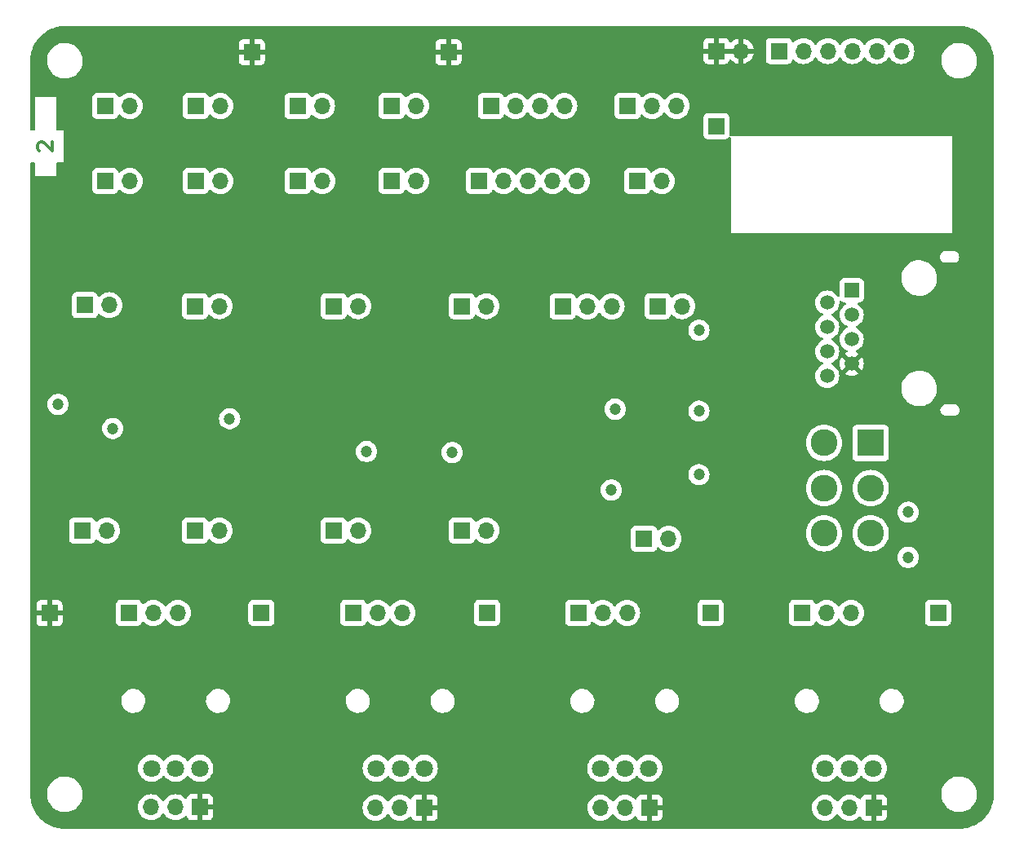
<source format=gbr>
%TF.GenerationSoftware,KiCad,Pcbnew,7.0.1*%
%TF.CreationDate,2023-03-30T14:31:40+01:00*%
%TF.ProjectId,DevBoard,44657642-6f61-4726-942e-6b696361645f,rev?*%
%TF.SameCoordinates,Original*%
%TF.FileFunction,Copper,L2,Inr*%
%TF.FilePolarity,Positive*%
%FSLAX46Y46*%
G04 Gerber Fmt 4.6, Leading zero omitted, Abs format (unit mm)*
G04 Created by KiCad (PCBNEW 7.0.1) date 2023-03-30 14:31:40*
%MOMM*%
%LPD*%
G01*
G04 APERTURE LIST*
%ADD10C,0.300000*%
%TA.AperFunction,NonConductor*%
%ADD11C,0.300000*%
%TD*%
%TA.AperFunction,ComponentPad*%
%ADD12R,1.700000X1.700000*%
%TD*%
%TA.AperFunction,ComponentPad*%
%ADD13O,1.700000X1.700000*%
%TD*%
%TA.AperFunction,ComponentPad*%
%ADD14R,2.775000X2.775000*%
%TD*%
%TA.AperFunction,ComponentPad*%
%ADD15C,2.775000*%
%TD*%
%TA.AperFunction,ComponentPad*%
%ADD16C,1.800000*%
%TD*%
%TA.AperFunction,ComponentPad*%
%ADD17R,1.500000X1.500000*%
%TD*%
%TA.AperFunction,ComponentPad*%
%ADD18C,1.500000*%
%TD*%
%TA.AperFunction,ViaPad*%
%ADD19C,1.200000*%
%TD*%
%TA.AperFunction,ViaPad*%
%ADD20C,0.800000*%
%TD*%
G04 APERTURE END LIST*
D10*
%TO.C,FID1*%
D11*
X50936785Y-79528570D02*
X50865357Y-79457142D01*
X50865357Y-79457142D02*
X50793928Y-79314285D01*
X50793928Y-79314285D02*
X50793928Y-78957142D01*
X50793928Y-78957142D02*
X50865357Y-78814285D01*
X50865357Y-78814285D02*
X50936785Y-78742856D01*
X50936785Y-78742856D02*
X51079642Y-78671427D01*
X51079642Y-78671427D02*
X51222500Y-78671427D01*
X51222500Y-78671427D02*
X51436785Y-78742856D01*
X51436785Y-78742856D02*
X52293928Y-79599999D01*
X52293928Y-79599999D02*
X52293928Y-78671427D01*
%TD*%
D12*
%TO.N,GND*%
%TO.C,J41*%
X52000000Y-127600000D03*
%TD*%
%TO.N,/EurorackToMCU/CV_In2*%
%TO.C,J49*%
X67200000Y-82700000D03*
D13*
%TO.N,/EurorackToMCU/CV_Scaled_Out2*%
X69740000Y-82700000D03*
%TD*%
D12*
%TO.N,/MCUToEurorack/Audio_In2*%
%TO.C,J3*%
X87500000Y-74900000D03*
D13*
%TO.N,/MCUToEurorack/Audio_Out2*%
X90040000Y-74900000D03*
%TD*%
D12*
%TO.N,/DAC/DAC_OUT_AMP_L*%
%TO.C,J21*%
X113700000Y-119860000D03*
D13*
%TO.N,/DAC/DAC_OUT_AMP_R*%
X116240000Y-119860000D03*
%TD*%
D12*
%TO.N,/Pot4*%
%TO.C,J47*%
X144200000Y-127550000D03*
%TD*%
%TO.N,GND*%
%TO.C,J17*%
X137560000Y-147799665D03*
D13*
%TO.N,Net-(J17-Pin_2)*%
X135020000Y-147799665D03*
%TO.N,-12V*%
X132480000Y-147799665D03*
%TD*%
D12*
%TO.N,GND*%
%TO.C,J15*%
X114260000Y-147799665D03*
D13*
%TO.N,Net-(J15-Pin_2)*%
X111720000Y-147799665D03*
%TO.N,-12V*%
X109180000Y-147799665D03*
%TD*%
D12*
%TO.N,/MCUToEurorack/Audio_In2*%
%TO.C,J4*%
X94792500Y-95700000D03*
D13*
%TO.N,/MCUToEurorack/Audio_Out2*%
X97332500Y-95700000D03*
%TD*%
D12*
%TO.N,/DAC/DAC_LRCLK*%
%TO.C,J26*%
X112000000Y-74900000D03*
D13*
%TO.N,/DAC/DAC_DATA*%
X114540000Y-74900000D03*
%TO.N,/DAC/DAC_BCLK*%
X117080000Y-74900000D03*
%TD*%
%TO.N,/Interconnect5*%
%TO.C,J25*%
X106760000Y-82700000D03*
%TO.N,/Interconnect4*%
X104220000Y-82700000D03*
%TO.N,/Interconnect3*%
X101680000Y-82700000D03*
%TO.N,/Interconnect2*%
X99140000Y-82700000D03*
D12*
%TO.N,/Interconnect1*%
X96600000Y-82700000D03*
%TD*%
D14*
%TO.N,+12V*%
%TO.C,SW2*%
X137215000Y-109900000D03*
D15*
%TO.N,/+12V_IN*%
X137215000Y-114600000D03*
%TO.N,unconnected-(SW2A-C-Pad3)*%
X137215000Y-119300000D03*
%TO.N,-12V*%
X132385000Y-109900000D03*
%TO.N,/-12V_IN*%
X132385000Y-114600000D03*
%TO.N,unconnected-(SW2B-C-Pad6)*%
X132385000Y-119300000D03*
%TD*%
D12*
%TO.N,/MCUToEurorack/Audio_In1*%
%TO.C,J2*%
X81492500Y-95700000D03*
D13*
%TO.N,/MCUToEurorack/Audio_Out1*%
X84032500Y-95700000D03*
%TD*%
D16*
%TO.N,Net-(J14-Pin_2)*%
%TO.C,RV3*%
X114200000Y-143700000D03*
%TO.N,/Pot3*%
X111700000Y-143700000D03*
%TO.N,Net-(J15-Pin_2)*%
X109200000Y-143700000D03*
%TD*%
D12*
%TO.N,/EurorackToMCU/Audio12V_In1*%
%TO.C,J50*%
X55667500Y-95600000D03*
D13*
%TO.N,/EurorackToMCU/Audio_Scaled_Out1*%
X58207500Y-95600000D03*
%TD*%
D16*
%TO.N,Net-(J12-Pin_2)*%
%TO.C,RV2*%
X90900000Y-143700000D03*
%TO.N,/Pot2*%
X88400000Y-143700000D03*
%TO.N,Net-(J13-Pin_2)*%
X85900000Y-143700000D03*
%TD*%
D12*
%TO.N,GND*%
%TO.C,J10*%
X67625000Y-147750000D03*
D13*
%TO.N,Net-(J10-Pin_2)*%
X65085000Y-147750000D03*
%TO.N,-12V*%
X62545000Y-147750000D03*
%TD*%
D12*
%TO.N,/DAC/DAC_LRCLK*%
%TO.C,J18*%
X105255000Y-95735000D03*
D13*
%TO.N,/DAC/DAC_DATA*%
X107795000Y-95735000D03*
%TO.N,/DAC/DAC_BCLK*%
X110335000Y-95735000D03*
%TD*%
D12*
%TO.N,+12V*%
%TO.C,J12*%
X83530000Y-127550000D03*
D13*
%TO.N,Net-(J12-Pin_2)*%
X86070000Y-127550000D03*
%TO.N,+3.3V*%
X88610000Y-127550000D03*
%TD*%
D12*
%TO.N,/MCUToEurorack/CV2_In*%
%TO.C,J8*%
X87500000Y-82700000D03*
D13*
%TO.N,/MCUToEurorack/CV2_Out*%
X90040000Y-82700000D03*
%TD*%
D12*
%TO.N,+12V*%
%TO.C,J14*%
X106865000Y-127550000D03*
D13*
%TO.N,Net-(J14-Pin_2)*%
X109405000Y-127550000D03*
%TO.N,+3.3V*%
X111945000Y-127550000D03*
%TD*%
D12*
%TO.N,/DAC/DAC_OUT_L*%
%TO.C,J19*%
X115100000Y-95700000D03*
D13*
%TO.N,/DAC/DAC_OUT_R*%
X117640000Y-95700000D03*
%TD*%
D12*
%TO.N,GND*%
%TO.C,J39*%
X93400000Y-69300000D03*
%TD*%
%TO.N,/DAC/DAC_OUT_AMP_L*%
%TO.C,J20*%
X113000000Y-82700000D03*
D13*
%TO.N,/DAC/DAC_OUT_AMP_R*%
X115540000Y-82700000D03*
%TD*%
D16*
%TO.N,Net-(J16-Pin_2)*%
%TO.C,RV4*%
X137500000Y-143700000D03*
%TO.N,/Pot4*%
X135000000Y-143700000D03*
%TO.N,Net-(J17-Pin_2)*%
X132500000Y-143700000D03*
%TD*%
D12*
%TO.N,+3.3V*%
%TO.C,J35*%
X127700000Y-69200000D03*
D13*
%TO.N,+3.3VA*%
X130240000Y-69200000D03*
%TO.N,+5V*%
X132780000Y-69200000D03*
%TO.N,-5V*%
X135320000Y-69200000D03*
%TO.N,+12V*%
X137860000Y-69200000D03*
%TO.N,-12V*%
X140400000Y-69200000D03*
%TD*%
D12*
%TO.N,/EurorackToMCU/CV_In2*%
%TO.C,J33*%
X67100000Y-119000000D03*
D13*
%TO.N,/EurorackToMCU/CV_Scaled_Out2*%
X69640000Y-119000000D03*
%TD*%
D12*
%TO.N,/EurorackToMCU/Audio12V_In2*%
%TO.C,J32*%
X67092500Y-95700000D03*
D13*
%TO.N,/EurorackToMCU/Audio_Scaled_Out2*%
X69632500Y-95700000D03*
%TD*%
D12*
%TO.N,/Pot1*%
%TO.C,J52*%
X97800000Y-74900000D03*
D13*
%TO.N,/Pot2*%
X100340000Y-74900000D03*
%TO.N,/Pot3*%
X102880000Y-74900000D03*
%TO.N,/Pot4*%
X105420000Y-74900000D03*
%TD*%
D12*
%TO.N,/EurorackToMCU/Audio12V_In2*%
%TO.C,J51*%
X67200000Y-74900000D03*
D13*
%TO.N,/EurorackToMCU/Audio_Scaled_Out2*%
X69740000Y-74900000D03*
%TD*%
D12*
%TO.N,/Pot2*%
%TO.C,J45*%
X97400000Y-127550000D03*
%TD*%
%TO.N,/Pot3*%
%TO.C,J46*%
X120600000Y-127550000D03*
%TD*%
%TO.N,/EurorackToMCU/CV_In1*%
%TO.C,J30*%
X57800000Y-82700000D03*
D13*
%TO.N,/EurorackToMCU/CV_Scaled_Out1*%
X60340000Y-82700000D03*
%TD*%
D12*
%TO.N,/MCUToEurorack/CV1_In*%
%TO.C,J6*%
X77775000Y-82700000D03*
D13*
%TO.N,/MCUToEurorack/CV1_Out*%
X80315000Y-82700000D03*
%TD*%
D12*
%TO.N,GND*%
%TO.C,J40*%
X121200000Y-69200000D03*
D13*
X123740000Y-69200000D03*
%TD*%
D12*
%TO.N,/MCUToEurorack/Audio_In1*%
%TO.C,J1*%
X77750000Y-74900000D03*
D13*
%TO.N,/MCUToEurorack/Audio_Out1*%
X80290000Y-74900000D03*
%TD*%
D12*
%TO.N,GND*%
%TO.C,J23*%
X73000000Y-69300000D03*
%TD*%
%TO.N,/MCUToEurorack/CV2_In*%
%TO.C,J7*%
X94800000Y-119000000D03*
D13*
%TO.N,/MCUToEurorack/CV2_Out*%
X97340000Y-119000000D03*
%TD*%
D12*
%TO.N,/Pot1*%
%TO.C,J44*%
X74000000Y-127550000D03*
%TD*%
D16*
%TO.N,Net-(J9-Pin_2)*%
%TO.C,RV1*%
X67600000Y-143700000D03*
%TO.N,/Pot1*%
X65100000Y-143700000D03*
%TO.N,Net-(J10-Pin_2)*%
X62600000Y-143700000D03*
%TD*%
D12*
%TO.N,+12V*%
%TO.C,J16*%
X130100000Y-127550000D03*
D13*
%TO.N,Net-(J16-Pin_2)*%
X132640000Y-127550000D03*
%TO.N,+3.3V*%
X135180000Y-127550000D03*
%TD*%
D12*
%TO.N,/EurorackToMCU/Audio12V_In1*%
%TO.C,J31*%
X57800000Y-74900000D03*
D13*
%TO.N,/EurorackToMCU/Audio_Scaled_Out1*%
X60340000Y-74900000D03*
%TD*%
D12*
%TO.N,/MCUToEurorack/CV1_In*%
%TO.C,J5*%
X81500000Y-119000000D03*
D13*
%TO.N,/MCUToEurorack/CV1_Out*%
X84040000Y-119000000D03*
%TD*%
D12*
%TO.N,+12V*%
%TO.C,J9*%
X60230000Y-127550000D03*
D13*
%TO.N,Net-(J9-Pin_2)*%
X62770000Y-127550000D03*
%TO.N,+3.3V*%
X65310000Y-127550000D03*
%TD*%
D12*
%TO.N,/EurorackToMCU/CV_In1*%
%TO.C,J48*%
X55400000Y-119000000D03*
D13*
%TO.N,/EurorackToMCU/CV_Scaled_Out1*%
X57940000Y-119000000D03*
%TD*%
D12*
%TO.N,GND*%
%TO.C,J13*%
X90925000Y-147800000D03*
D13*
%TO.N,Net-(J13-Pin_2)*%
X88385000Y-147800000D03*
%TO.N,-12V*%
X85845000Y-147800000D03*
%TD*%
D12*
%TO.N,/Voltmeter_In*%
%TO.C,J22*%
X121200000Y-77000000D03*
%TD*%
D17*
%TO.N,/Interconnect1*%
%TO.C,J11*%
X135250000Y-94050000D03*
D18*
%TO.N,/Interconnect2*%
X132710000Y-95320000D03*
%TO.N,/Interconnect3*%
X135250000Y-96590000D03*
%TO.N,/Interconnect4*%
X132710000Y-97860000D03*
%TO.N,/Interconnect5*%
X135250000Y-99130000D03*
%TO.N,/-12V_IN*%
X132710000Y-100400000D03*
%TO.N,GND*%
X135250000Y-101670000D03*
%TO.N,/+12V_IN*%
X132710000Y-102940000D03*
%TD*%
D19*
%TO.N,GND*%
X105600000Y-102400000D03*
X53900000Y-107500000D03*
X105600000Y-104400000D03*
X124300000Y-110800000D03*
X98900000Y-112100000D03*
D20*
X80500000Y-101600000D03*
D19*
X105600000Y-107800000D03*
X114500000Y-112100000D03*
X79900000Y-110700000D03*
X122900000Y-96500000D03*
X98400000Y-107700000D03*
X124300000Y-114400000D03*
X113900000Y-102300000D03*
D20*
X116400000Y-105300000D03*
D19*
X117700000Y-98500000D03*
D20*
X113400000Y-104600000D03*
D19*
X123600000Y-99000000D03*
D20*
X98300000Y-101800000D03*
D19*
X80000000Y-107700000D03*
X105700000Y-114800000D03*
D20*
X110700000Y-102900000D03*
D19*
%TO.N,+12V*%
X84900000Y-110800000D03*
X110300000Y-114800000D03*
%TO.N,-12V*%
X119400000Y-113200000D03*
X93800000Y-110900000D03*
%TO.N,+5V*%
X141100000Y-117100000D03*
%TO.N,+3.3VA*%
X119400000Y-106600000D03*
X119400000Y-98200000D03*
X58576901Y-108399500D03*
%TO.N,-5V*%
X52900000Y-105900000D03*
X70700000Y-107400000D03*
%TO.N,+3.3V*%
X110700000Y-106400000D03*
X141100500Y-121800000D03*
%TD*%
%TA.AperFunction,Conductor*%
%TO.N,GND*%
G36*
X146403032Y-66600648D02*
G01*
X146552626Y-66607998D01*
X146753811Y-66618542D01*
X146765452Y-66619707D01*
X146934666Y-66644808D01*
X146935603Y-66644952D01*
X147115073Y-66673377D01*
X147125756Y-66675556D01*
X147295381Y-66718045D01*
X147297074Y-66718484D01*
X147468881Y-66764519D01*
X147478541Y-66767537D01*
X147644600Y-66826954D01*
X147647196Y-66827916D01*
X147811582Y-66891018D01*
X147820153Y-66894684D01*
X147980321Y-66970437D01*
X147983600Y-66972047D01*
X148139723Y-67051596D01*
X148147174Y-67055721D01*
X148299533Y-67147042D01*
X148303317Y-67149404D01*
X148449875Y-67244580D01*
X148456177Y-67248955D01*
X148599101Y-67354955D01*
X148603269Y-67358187D01*
X148738880Y-67468002D01*
X148744083Y-67472459D01*
X148876039Y-67592057D01*
X148880425Y-67596234D01*
X149003764Y-67719573D01*
X149007943Y-67723962D01*
X149127534Y-67855909D01*
X149131996Y-67861118D01*
X149241811Y-67996729D01*
X149245043Y-68000897D01*
X149351032Y-68143806D01*
X149355429Y-68150138D01*
X149450593Y-68296679D01*
X149452956Y-68300465D01*
X149544275Y-68452821D01*
X149548402Y-68460275D01*
X149627951Y-68616398D01*
X149629561Y-68619677D01*
X149705314Y-68779845D01*
X149708983Y-68788423D01*
X149772064Y-68952755D01*
X149773051Y-68955418D01*
X149832458Y-69121448D01*
X149835482Y-69131129D01*
X149881483Y-69302805D01*
X149881992Y-69304769D01*
X149924436Y-69474215D01*
X149926625Y-69484947D01*
X149955024Y-69664252D01*
X149955209Y-69665455D01*
X149980287Y-69834514D01*
X149981459Y-69846220D01*
X149991987Y-70047127D01*
X149991884Y-70047132D01*
X149992009Y-70047531D01*
X149999351Y-70196967D01*
X149999500Y-70203052D01*
X149999500Y-146396948D01*
X149999351Y-146403033D01*
X149992011Y-146552415D01*
X149991990Y-146552819D01*
X149981459Y-146753778D01*
X149980287Y-146765484D01*
X149955209Y-146934543D01*
X149955024Y-146935746D01*
X149926625Y-147115051D01*
X149924436Y-147125783D01*
X149881992Y-147295229D01*
X149881483Y-147297193D01*
X149835482Y-147468869D01*
X149832458Y-147478550D01*
X149773051Y-147644580D01*
X149772064Y-147647243D01*
X149708983Y-147811575D01*
X149705314Y-147820153D01*
X149629561Y-147980321D01*
X149627951Y-147983600D01*
X149548402Y-148139723D01*
X149544275Y-148147177D01*
X149452956Y-148299533D01*
X149450593Y-148303319D01*
X149355429Y-148449860D01*
X149351032Y-148456192D01*
X149245043Y-148599101D01*
X149241811Y-148603269D01*
X149131996Y-148738880D01*
X149127508Y-148744119D01*
X149007961Y-148876018D01*
X149003764Y-148880425D01*
X148880425Y-149003764D01*
X148876018Y-149007961D01*
X148744119Y-149127508D01*
X148738880Y-149131996D01*
X148603269Y-149241811D01*
X148599101Y-149245043D01*
X148456192Y-149351032D01*
X148449860Y-149355429D01*
X148303319Y-149450593D01*
X148299533Y-149452956D01*
X148147177Y-149544275D01*
X148139723Y-149548402D01*
X147983600Y-149627951D01*
X147980321Y-149629561D01*
X147820153Y-149705314D01*
X147811575Y-149708983D01*
X147647243Y-149772064D01*
X147644580Y-149773051D01*
X147478550Y-149832458D01*
X147468869Y-149835482D01*
X147297193Y-149881483D01*
X147295229Y-149881992D01*
X147125783Y-149924436D01*
X147115051Y-149926625D01*
X146935746Y-149955024D01*
X146934543Y-149955209D01*
X146765484Y-149980287D01*
X146753778Y-149981459D01*
X146552819Y-149991990D01*
X146552415Y-149992011D01*
X146403033Y-149999351D01*
X146396948Y-149999500D01*
X138047095Y-149999500D01*
X53851354Y-149994460D01*
X53845645Y-149993327D01*
X53837423Y-149991838D01*
X53802864Y-149993778D01*
X53796503Y-149993971D01*
X53768653Y-149994102D01*
X53652146Y-149994646D01*
X53651727Y-149994647D01*
X53432557Y-149994930D01*
X53420391Y-149994347D01*
X53248112Y-149977588D01*
X53246859Y-149977460D01*
X53056159Y-149956952D01*
X53044952Y-149955225D01*
X52870040Y-149920022D01*
X52867984Y-149919590D01*
X52685841Y-149879709D01*
X52675689Y-149877031D01*
X52503093Y-149823593D01*
X52500294Y-149822690D01*
X52325729Y-149764071D01*
X52316697Y-149760642D01*
X52149328Y-149689504D01*
X52145873Y-149687972D01*
X51979724Y-149611293D01*
X51971850Y-149607314D01*
X51812002Y-149519252D01*
X51807997Y-149516947D01*
X51651658Y-149423060D01*
X51644952Y-149418733D01*
X51494590Y-149314716D01*
X51490168Y-149311511D01*
X51345160Y-149201452D01*
X51339599Y-149196973D01*
X51200425Y-149078115D01*
X51195738Y-149073902D01*
X51063583Y-148948885D01*
X51059118Y-148944440D01*
X50932712Y-148812063D01*
X50927939Y-148806768D01*
X50809992Y-148668073D01*
X50806573Y-148663867D01*
X50694352Y-148519476D01*
X50689674Y-148513040D01*
X50587251Y-148362136D01*
X50584728Y-148358265D01*
X50487937Y-148203552D01*
X50483535Y-148195927D01*
X50422023Y-148080013D01*
X50397728Y-148034232D01*
X50396008Y-148030866D01*
X50315723Y-147867756D01*
X50311802Y-147858940D01*
X50243542Y-147687777D01*
X50242548Y-147685194D01*
X50179587Y-147515745D01*
X50176352Y-147505763D01*
X50168790Y-147478550D01*
X50126395Y-147325988D01*
X50125921Y-147324222D01*
X50081038Y-147151407D01*
X50078692Y-147140315D01*
X50074345Y-147113824D01*
X50047605Y-146950854D01*
X50047472Y-146950018D01*
X50021144Y-146778680D01*
X50019893Y-146766609D01*
X50008015Y-146547738D01*
X50003947Y-146467764D01*
X51745787Y-146467764D01*
X51775413Y-146737016D01*
X51815282Y-146889515D01*
X51843928Y-146999088D01*
X51896233Y-147122171D01*
X51949871Y-147248392D01*
X52090982Y-147479611D01*
X52264219Y-147687777D01*
X52264255Y-147687820D01*
X52465998Y-147868582D01*
X52691910Y-148018044D01*
X52798211Y-148067876D01*
X52937177Y-148133021D01*
X53196562Y-148211058D01*
X53196569Y-148211060D01*
X53464561Y-148250500D01*
X53667631Y-148250500D01*
X53667634Y-148250500D01*
X53870156Y-148235677D01*
X53931410Y-148222032D01*
X54134553Y-148176780D01*
X54387558Y-148080014D01*
X54623777Y-147947441D01*
X54838177Y-147781888D01*
X54868922Y-147749999D01*
X61189340Y-147749999D01*
X61209936Y-147985407D01*
X61223334Y-148035407D01*
X61271097Y-148213663D01*
X61370965Y-148427830D01*
X61506505Y-148621401D01*
X61673599Y-148788495D01*
X61867170Y-148924035D01*
X62081337Y-149023903D01*
X62309592Y-149085063D01*
X62545000Y-149105659D01*
X62780408Y-149085063D01*
X63008663Y-149023903D01*
X63222830Y-148924035D01*
X63416401Y-148788495D01*
X63583495Y-148621401D01*
X63713426Y-148435839D01*
X63757743Y-148396975D01*
X63815000Y-148382964D01*
X63872257Y-148396975D01*
X63916573Y-148435839D01*
X64046505Y-148621401D01*
X64213599Y-148788495D01*
X64407170Y-148924035D01*
X64621337Y-149023903D01*
X64849592Y-149085063D01*
X65085000Y-149105659D01*
X65320408Y-149085063D01*
X65548663Y-149023903D01*
X65762830Y-148924035D01*
X65956401Y-148788495D01*
X66078717Y-148666178D01*
X66131460Y-148634885D01*
X66192752Y-148632696D01*
X66247597Y-148660149D01*
X66282577Y-148710528D01*
X66331647Y-148842088D01*
X66417811Y-148957188D01*
X66532910Y-149043352D01*
X66667624Y-149093597D01*
X66727176Y-149100000D01*
X67375000Y-149100000D01*
X67375000Y-148000000D01*
X67875000Y-148000000D01*
X67875000Y-149100000D01*
X68522824Y-149100000D01*
X68582375Y-149093597D01*
X68717089Y-149043352D01*
X68832188Y-148957188D01*
X68918352Y-148842089D01*
X68968597Y-148707375D01*
X68975000Y-148647824D01*
X68975000Y-148000000D01*
X67875000Y-148000000D01*
X67375000Y-148000000D01*
X67375000Y-147799999D01*
X84489340Y-147799999D01*
X84509936Y-148035407D01*
X84536092Y-148133021D01*
X84571097Y-148263663D01*
X84670965Y-148477830D01*
X84806505Y-148671401D01*
X84973599Y-148838495D01*
X85167170Y-148974035D01*
X85381337Y-149073903D01*
X85609592Y-149135063D01*
X85845000Y-149155659D01*
X86080408Y-149135063D01*
X86308663Y-149073903D01*
X86522830Y-148974035D01*
X86716401Y-148838495D01*
X86883495Y-148671401D01*
X87013426Y-148485839D01*
X87057743Y-148446975D01*
X87115000Y-148432964D01*
X87172257Y-148446975D01*
X87216573Y-148485839D01*
X87346505Y-148671401D01*
X87513599Y-148838495D01*
X87707170Y-148974035D01*
X87921337Y-149073903D01*
X88149592Y-149135063D01*
X88385000Y-149155659D01*
X88620408Y-149135063D01*
X88848663Y-149073903D01*
X89062830Y-148974035D01*
X89256401Y-148838495D01*
X89378717Y-148716178D01*
X89431460Y-148684885D01*
X89492752Y-148682696D01*
X89547597Y-148710149D01*
X89582577Y-148760528D01*
X89631647Y-148892088D01*
X89717811Y-149007188D01*
X89832910Y-149093352D01*
X89967624Y-149143597D01*
X90027176Y-149150000D01*
X90675000Y-149150000D01*
X90675000Y-148050000D01*
X91175000Y-148050000D01*
X91175000Y-149150000D01*
X91822824Y-149150000D01*
X91882375Y-149143597D01*
X92017089Y-149093352D01*
X92132188Y-149007188D01*
X92218352Y-148892089D01*
X92268597Y-148757375D01*
X92275000Y-148697824D01*
X92275000Y-148050000D01*
X91175000Y-148050000D01*
X90675000Y-148050000D01*
X90675000Y-147799665D01*
X107824340Y-147799665D01*
X107844936Y-148035072D01*
X107874975Y-148147177D01*
X107906097Y-148263328D01*
X108005965Y-148477495D01*
X108141505Y-148671066D01*
X108308599Y-148838160D01*
X108502170Y-148973700D01*
X108716337Y-149073568D01*
X108934396Y-149131996D01*
X108944592Y-149134728D01*
X109179999Y-149155324D01*
X109179999Y-149155323D01*
X109180000Y-149155324D01*
X109415408Y-149134728D01*
X109643663Y-149073568D01*
X109857830Y-148973700D01*
X110051401Y-148838160D01*
X110218495Y-148671066D01*
X110348426Y-148485504D01*
X110392743Y-148446640D01*
X110450000Y-148432629D01*
X110507257Y-148446640D01*
X110551573Y-148485504D01*
X110681505Y-148671066D01*
X110848599Y-148838160D01*
X111042170Y-148973700D01*
X111256337Y-149073568D01*
X111474396Y-149131996D01*
X111484592Y-149134728D01*
X111719999Y-149155324D01*
X111719999Y-149155323D01*
X111720000Y-149155324D01*
X111955408Y-149134728D01*
X112183663Y-149073568D01*
X112397830Y-148973700D01*
X112591401Y-148838160D01*
X112713717Y-148715843D01*
X112766460Y-148684550D01*
X112827752Y-148682361D01*
X112882597Y-148709814D01*
X112917577Y-148760193D01*
X112966647Y-148891753D01*
X113052811Y-149006853D01*
X113167910Y-149093017D01*
X113302624Y-149143262D01*
X113362176Y-149149665D01*
X114010000Y-149149665D01*
X114010000Y-148049665D01*
X114510000Y-148049665D01*
X114510000Y-149149665D01*
X115157824Y-149149665D01*
X115217375Y-149143262D01*
X115352089Y-149093017D01*
X115467188Y-149006853D01*
X115553352Y-148891754D01*
X115603597Y-148757040D01*
X115610000Y-148697489D01*
X115610000Y-148049665D01*
X114510000Y-148049665D01*
X114010000Y-148049665D01*
X114010000Y-147799665D01*
X131124340Y-147799665D01*
X131144936Y-148035072D01*
X131174975Y-148147177D01*
X131206097Y-148263328D01*
X131305965Y-148477495D01*
X131441505Y-148671066D01*
X131608599Y-148838160D01*
X131802170Y-148973700D01*
X132016337Y-149073568D01*
X132234396Y-149131996D01*
X132244592Y-149134728D01*
X132479999Y-149155324D01*
X132479999Y-149155323D01*
X132480000Y-149155324D01*
X132715408Y-149134728D01*
X132943663Y-149073568D01*
X133157830Y-148973700D01*
X133351401Y-148838160D01*
X133518495Y-148671066D01*
X133648426Y-148485504D01*
X133692743Y-148446640D01*
X133750000Y-148432629D01*
X133807257Y-148446640D01*
X133851573Y-148485504D01*
X133981505Y-148671066D01*
X134148599Y-148838160D01*
X134342170Y-148973700D01*
X134556337Y-149073568D01*
X134774396Y-149131996D01*
X134784592Y-149134728D01*
X135019999Y-149155324D01*
X135019999Y-149155323D01*
X135020000Y-149155324D01*
X135255408Y-149134728D01*
X135483663Y-149073568D01*
X135697830Y-148973700D01*
X135891401Y-148838160D01*
X136013717Y-148715843D01*
X136066460Y-148684550D01*
X136127752Y-148682361D01*
X136182597Y-148709814D01*
X136217577Y-148760193D01*
X136266647Y-148891753D01*
X136352811Y-149006853D01*
X136467910Y-149093017D01*
X136602624Y-149143262D01*
X136662176Y-149149665D01*
X137310000Y-149149665D01*
X137310000Y-148049665D01*
X137810000Y-148049665D01*
X137810000Y-149149665D01*
X138457824Y-149149665D01*
X138517375Y-149143262D01*
X138652089Y-149093017D01*
X138767188Y-149006853D01*
X138853352Y-148891754D01*
X138903597Y-148757040D01*
X138910000Y-148697489D01*
X138910000Y-148049665D01*
X137810000Y-148049665D01*
X137310000Y-148049665D01*
X137310000Y-146449665D01*
X137810000Y-146449665D01*
X137810000Y-147549665D01*
X138910000Y-147549665D01*
X138910000Y-146901841D01*
X138903597Y-146842289D01*
X138853352Y-146707575D01*
X138767188Y-146592476D01*
X138652089Y-146506312D01*
X138548736Y-146467764D01*
X144545787Y-146467764D01*
X144575413Y-146737016D01*
X144615282Y-146889515D01*
X144643928Y-146999088D01*
X144696233Y-147122171D01*
X144749871Y-147248392D01*
X144890982Y-147479611D01*
X145064219Y-147687777D01*
X145064255Y-147687820D01*
X145265998Y-147868582D01*
X145491910Y-148018044D01*
X145598211Y-148067876D01*
X145737177Y-148133021D01*
X145996562Y-148211058D01*
X145996569Y-148211060D01*
X146264561Y-148250500D01*
X146467631Y-148250500D01*
X146467634Y-148250500D01*
X146670156Y-148235677D01*
X146731410Y-148222032D01*
X146934553Y-148176780D01*
X147187558Y-148080014D01*
X147423777Y-147947441D01*
X147638177Y-147781888D01*
X147826186Y-147586881D01*
X147983799Y-147366579D01*
X148107656Y-147125675D01*
X148195118Y-146869305D01*
X148244319Y-146602933D01*
X148254212Y-146332235D01*
X148224586Y-146062982D01*
X148156072Y-145800912D01*
X148050130Y-145551610D01*
X147909018Y-145320390D01*
X147909017Y-145320388D01*
X147735746Y-145112181D01*
X147630758Y-145018112D01*
X147534002Y-144931418D01*
X147308090Y-144781956D01*
X147308086Y-144781954D01*
X147062822Y-144666978D01*
X146803437Y-144588941D01*
X146803431Y-144588940D01*
X146535439Y-144549500D01*
X146332369Y-144549500D01*
X146332366Y-144549500D01*
X146129843Y-144564322D01*
X145865449Y-144623219D01*
X145612441Y-144719986D01*
X145376223Y-144852559D01*
X145161825Y-145018109D01*
X144973813Y-145213120D01*
X144816201Y-145433420D01*
X144692342Y-145674329D01*
X144604881Y-145930695D01*
X144555680Y-146197066D01*
X144545787Y-146467764D01*
X138548736Y-146467764D01*
X138517375Y-146456067D01*
X138457824Y-146449665D01*
X137810000Y-146449665D01*
X137310000Y-146449665D01*
X136662176Y-146449665D01*
X136602624Y-146456067D01*
X136467910Y-146506312D01*
X136352811Y-146592476D01*
X136266646Y-146707578D01*
X136217576Y-146839137D01*
X136182597Y-146889515D01*
X136127753Y-146916968D01*
X136066460Y-146914779D01*
X136013714Y-146883483D01*
X135891404Y-146761173D01*
X135891401Y-146761170D01*
X135697830Y-146625630D01*
X135483663Y-146525762D01*
X135411074Y-146506312D01*
X135255407Y-146464601D01*
X135020000Y-146444005D01*
X134784592Y-146464601D01*
X134556336Y-146525762D01*
X134342170Y-146625630D01*
X134148598Y-146761170D01*
X133981505Y-146928263D01*
X133851575Y-147113824D01*
X133807257Y-147152690D01*
X133750000Y-147166701D01*
X133692743Y-147152690D01*
X133648425Y-147113824D01*
X133568086Y-146999088D01*
X133518495Y-146928264D01*
X133351401Y-146761170D01*
X133157830Y-146625630D01*
X132943663Y-146525762D01*
X132871074Y-146506312D01*
X132715407Y-146464601D01*
X132480000Y-146444005D01*
X132244592Y-146464601D01*
X132016336Y-146525762D01*
X131802170Y-146625630D01*
X131608598Y-146761170D01*
X131441505Y-146928263D01*
X131305965Y-147121835D01*
X131206097Y-147336001D01*
X131144936Y-147564257D01*
X131124340Y-147799665D01*
X114010000Y-147799665D01*
X114010000Y-146449665D01*
X114510000Y-146449665D01*
X114510000Y-147549665D01*
X115610000Y-147549665D01*
X115610000Y-146901841D01*
X115603597Y-146842289D01*
X115553352Y-146707575D01*
X115467188Y-146592476D01*
X115352089Y-146506312D01*
X115217375Y-146456067D01*
X115157824Y-146449665D01*
X114510000Y-146449665D01*
X114010000Y-146449665D01*
X113362176Y-146449665D01*
X113302624Y-146456067D01*
X113167910Y-146506312D01*
X113052811Y-146592476D01*
X112966646Y-146707578D01*
X112917576Y-146839137D01*
X112882597Y-146889515D01*
X112827753Y-146916968D01*
X112766460Y-146914779D01*
X112713714Y-146883483D01*
X112591404Y-146761173D01*
X112591401Y-146761170D01*
X112397830Y-146625630D01*
X112183663Y-146525762D01*
X112111074Y-146506312D01*
X111955407Y-146464601D01*
X111720000Y-146444005D01*
X111484592Y-146464601D01*
X111256336Y-146525762D01*
X111042170Y-146625630D01*
X110848598Y-146761170D01*
X110681505Y-146928263D01*
X110551575Y-147113824D01*
X110507257Y-147152690D01*
X110450000Y-147166701D01*
X110392743Y-147152690D01*
X110348425Y-147113824D01*
X110268086Y-146999088D01*
X110218495Y-146928264D01*
X110051401Y-146761170D01*
X109857830Y-146625630D01*
X109643663Y-146525762D01*
X109571074Y-146506312D01*
X109415407Y-146464601D01*
X109180000Y-146444005D01*
X108944592Y-146464601D01*
X108716336Y-146525762D01*
X108502170Y-146625630D01*
X108308598Y-146761170D01*
X108141505Y-146928263D01*
X108005965Y-147121835D01*
X107906097Y-147336001D01*
X107844936Y-147564257D01*
X107824340Y-147799665D01*
X90675000Y-147799665D01*
X90675000Y-146450000D01*
X91175000Y-146450000D01*
X91175000Y-147550000D01*
X92275000Y-147550000D01*
X92275000Y-146902176D01*
X92268597Y-146842624D01*
X92218352Y-146707910D01*
X92132188Y-146592811D01*
X92017089Y-146506647D01*
X91882375Y-146456402D01*
X91822824Y-146450000D01*
X91175000Y-146450000D01*
X90675000Y-146450000D01*
X90027176Y-146450000D01*
X89967624Y-146456402D01*
X89832910Y-146506647D01*
X89717811Y-146592811D01*
X89631646Y-146707913D01*
X89582576Y-146839472D01*
X89547597Y-146889850D01*
X89492753Y-146917303D01*
X89431460Y-146915114D01*
X89378714Y-146883818D01*
X89256404Y-146761508D01*
X89256401Y-146761505D01*
X89062830Y-146625965D01*
X88848663Y-146526097D01*
X88776074Y-146506647D01*
X88620407Y-146464936D01*
X88385000Y-146444340D01*
X88149592Y-146464936D01*
X87921336Y-146526097D01*
X87707170Y-146625965D01*
X87513598Y-146761505D01*
X87346505Y-146928598D01*
X87216575Y-147114159D01*
X87172257Y-147153025D01*
X87115000Y-147167036D01*
X87057743Y-147153025D01*
X87013425Y-147114159D01*
X86899078Y-146950854D01*
X86883495Y-146928599D01*
X86716401Y-146761505D01*
X86522830Y-146625965D01*
X86308663Y-146526097D01*
X86236074Y-146506647D01*
X86080407Y-146464936D01*
X85845000Y-146444340D01*
X85609592Y-146464936D01*
X85381336Y-146526097D01*
X85167170Y-146625965D01*
X84973598Y-146761505D01*
X84806505Y-146928598D01*
X84670965Y-147122170D01*
X84571097Y-147336336D01*
X84509936Y-147564592D01*
X84489340Y-147799999D01*
X67375000Y-147799999D01*
X67375000Y-146400000D01*
X67875000Y-146400000D01*
X67875000Y-147500000D01*
X68975000Y-147500000D01*
X68975000Y-146852176D01*
X68968597Y-146792624D01*
X68918352Y-146657910D01*
X68832188Y-146542811D01*
X68717089Y-146456647D01*
X68582375Y-146406402D01*
X68522824Y-146400000D01*
X67875000Y-146400000D01*
X67375000Y-146400000D01*
X66727176Y-146400000D01*
X66667624Y-146406402D01*
X66532910Y-146456647D01*
X66417811Y-146542811D01*
X66331646Y-146657913D01*
X66282576Y-146789472D01*
X66247597Y-146839850D01*
X66192753Y-146867303D01*
X66131460Y-146865114D01*
X66078714Y-146833818D01*
X65956404Y-146711508D01*
X65956401Y-146711505D01*
X65762830Y-146575965D01*
X65548663Y-146476097D01*
X65476074Y-146456647D01*
X65320407Y-146414936D01*
X65085000Y-146394340D01*
X64849592Y-146414936D01*
X64621336Y-146476097D01*
X64407170Y-146575965D01*
X64213598Y-146711505D01*
X64046508Y-146878595D01*
X64046507Y-146878597D01*
X64046505Y-146878599D01*
X64011495Y-146928599D01*
X63916574Y-147064160D01*
X63872255Y-147103026D01*
X63814999Y-147117036D01*
X63757742Y-147103025D01*
X63713426Y-147064161D01*
X63583495Y-146878599D01*
X63416401Y-146711505D01*
X63222830Y-146575965D01*
X63008663Y-146476097D01*
X62936074Y-146456647D01*
X62780407Y-146414936D01*
X62545000Y-146394340D01*
X62309592Y-146414936D01*
X62081336Y-146476097D01*
X61867170Y-146575965D01*
X61673598Y-146711505D01*
X61506505Y-146878598D01*
X61370965Y-147072170D01*
X61271097Y-147286336D01*
X61209936Y-147514592D01*
X61189340Y-147749999D01*
X54868922Y-147749999D01*
X55026186Y-147586881D01*
X55183799Y-147366579D01*
X55307656Y-147125675D01*
X55395118Y-146869305D01*
X55444319Y-146602933D01*
X55454212Y-146332235D01*
X55424586Y-146062982D01*
X55356072Y-145800912D01*
X55250130Y-145551610D01*
X55109018Y-145320390D01*
X55109017Y-145320388D01*
X54935746Y-145112181D01*
X54830758Y-145018112D01*
X54734002Y-144931418D01*
X54508090Y-144781956D01*
X54508086Y-144781954D01*
X54262822Y-144666978D01*
X54003437Y-144588941D01*
X54003431Y-144588940D01*
X53735439Y-144549500D01*
X53532369Y-144549500D01*
X53532366Y-144549500D01*
X53329843Y-144564322D01*
X53065449Y-144623219D01*
X52812441Y-144719986D01*
X52576223Y-144852559D01*
X52361825Y-145018109D01*
X52173813Y-145213120D01*
X52016201Y-145433420D01*
X51892342Y-145674329D01*
X51804881Y-145930695D01*
X51755680Y-146197066D01*
X51745787Y-146467764D01*
X50003947Y-146467764D01*
X50000659Y-146403124D01*
X50000500Y-146396829D01*
X50000500Y-143700000D01*
X61194699Y-143700000D01*
X61213865Y-143931299D01*
X61213865Y-143931301D01*
X61213866Y-143931305D01*
X61270843Y-144156300D01*
X61364076Y-144368849D01*
X61491021Y-144563153D01*
X61648216Y-144733913D01*
X61831374Y-144876470D01*
X62035497Y-144986936D01*
X62126301Y-145018109D01*
X62255015Y-145062297D01*
X62255017Y-145062297D01*
X62255019Y-145062298D01*
X62483951Y-145100500D01*
X62716048Y-145100500D01*
X62716049Y-145100500D01*
X62944981Y-145062298D01*
X63164503Y-144986936D01*
X63368626Y-144876470D01*
X63551784Y-144733913D01*
X63708979Y-144563153D01*
X63746193Y-144506191D01*
X63790980Y-144464962D01*
X63849998Y-144450016D01*
X63909016Y-144464961D01*
X63953807Y-144506194D01*
X63982101Y-144549500D01*
X63991021Y-144563153D01*
X64148216Y-144733913D01*
X64331374Y-144876470D01*
X64535497Y-144986936D01*
X64626301Y-145018109D01*
X64755015Y-145062297D01*
X64755017Y-145062297D01*
X64755019Y-145062298D01*
X64983951Y-145100500D01*
X65216048Y-145100500D01*
X65216049Y-145100500D01*
X65444981Y-145062298D01*
X65664503Y-144986936D01*
X65868626Y-144876470D01*
X66051784Y-144733913D01*
X66208979Y-144563153D01*
X66246193Y-144506191D01*
X66290980Y-144464962D01*
X66349998Y-144450016D01*
X66409016Y-144464961D01*
X66453807Y-144506194D01*
X66482101Y-144549500D01*
X66491021Y-144563153D01*
X66648216Y-144733913D01*
X66831374Y-144876470D01*
X67035497Y-144986936D01*
X67126301Y-145018109D01*
X67255015Y-145062297D01*
X67255017Y-145062297D01*
X67255019Y-145062298D01*
X67483951Y-145100500D01*
X67716048Y-145100500D01*
X67716049Y-145100500D01*
X67944981Y-145062298D01*
X68164503Y-144986936D01*
X68368626Y-144876470D01*
X68551784Y-144733913D01*
X68708979Y-144563153D01*
X68835924Y-144368849D01*
X68929157Y-144156300D01*
X68986134Y-143931305D01*
X69005300Y-143700000D01*
X84494699Y-143700000D01*
X84513865Y-143931299D01*
X84513865Y-143931301D01*
X84513866Y-143931305D01*
X84570843Y-144156300D01*
X84664076Y-144368849D01*
X84791021Y-144563153D01*
X84948216Y-144733913D01*
X85131374Y-144876470D01*
X85335497Y-144986936D01*
X85426301Y-145018109D01*
X85555015Y-145062297D01*
X85555017Y-145062297D01*
X85555019Y-145062298D01*
X85783951Y-145100500D01*
X86016048Y-145100500D01*
X86016049Y-145100500D01*
X86244981Y-145062298D01*
X86464503Y-144986936D01*
X86668626Y-144876470D01*
X86851784Y-144733913D01*
X87008979Y-144563153D01*
X87046193Y-144506191D01*
X87090980Y-144464962D01*
X87149998Y-144450016D01*
X87209016Y-144464961D01*
X87253807Y-144506194D01*
X87282101Y-144549500D01*
X87291021Y-144563153D01*
X87448216Y-144733913D01*
X87631374Y-144876470D01*
X87835497Y-144986936D01*
X87926301Y-145018109D01*
X88055015Y-145062297D01*
X88055017Y-145062297D01*
X88055019Y-145062298D01*
X88283951Y-145100500D01*
X88516048Y-145100500D01*
X88516049Y-145100500D01*
X88744981Y-145062298D01*
X88964503Y-144986936D01*
X89168626Y-144876470D01*
X89351784Y-144733913D01*
X89508979Y-144563153D01*
X89546193Y-144506191D01*
X89590980Y-144464962D01*
X89649998Y-144450016D01*
X89709016Y-144464961D01*
X89753807Y-144506194D01*
X89782101Y-144549500D01*
X89791021Y-144563153D01*
X89948216Y-144733913D01*
X90131374Y-144876470D01*
X90335497Y-144986936D01*
X90426301Y-145018109D01*
X90555015Y-145062297D01*
X90555017Y-145062297D01*
X90555019Y-145062298D01*
X90783951Y-145100500D01*
X91016048Y-145100500D01*
X91016049Y-145100500D01*
X91244981Y-145062298D01*
X91464503Y-144986936D01*
X91668626Y-144876470D01*
X91851784Y-144733913D01*
X92008979Y-144563153D01*
X92135924Y-144368849D01*
X92229157Y-144156300D01*
X92286134Y-143931305D01*
X92305300Y-143700000D01*
X107794699Y-143700000D01*
X107813865Y-143931299D01*
X107813865Y-143931301D01*
X107813866Y-143931305D01*
X107870843Y-144156300D01*
X107964076Y-144368849D01*
X108091021Y-144563153D01*
X108248216Y-144733913D01*
X108431374Y-144876470D01*
X108635497Y-144986936D01*
X108726301Y-145018109D01*
X108855015Y-145062297D01*
X108855017Y-145062297D01*
X108855019Y-145062298D01*
X109083951Y-145100500D01*
X109316048Y-145100500D01*
X109316049Y-145100500D01*
X109544981Y-145062298D01*
X109764503Y-144986936D01*
X109968626Y-144876470D01*
X110151784Y-144733913D01*
X110308979Y-144563153D01*
X110346193Y-144506191D01*
X110390980Y-144464962D01*
X110449998Y-144450016D01*
X110509016Y-144464961D01*
X110553807Y-144506194D01*
X110582101Y-144549500D01*
X110591021Y-144563153D01*
X110748216Y-144733913D01*
X110931374Y-144876470D01*
X111135497Y-144986936D01*
X111226301Y-145018109D01*
X111355015Y-145062297D01*
X111355017Y-145062297D01*
X111355019Y-145062298D01*
X111583951Y-145100500D01*
X111816048Y-145100500D01*
X111816049Y-145100500D01*
X112044981Y-145062298D01*
X112264503Y-144986936D01*
X112468626Y-144876470D01*
X112651784Y-144733913D01*
X112808979Y-144563153D01*
X112846193Y-144506191D01*
X112890980Y-144464962D01*
X112949998Y-144450016D01*
X113009016Y-144464961D01*
X113053807Y-144506194D01*
X113082101Y-144549500D01*
X113091021Y-144563153D01*
X113248216Y-144733913D01*
X113431374Y-144876470D01*
X113635497Y-144986936D01*
X113726301Y-145018109D01*
X113855015Y-145062297D01*
X113855017Y-145062297D01*
X113855019Y-145062298D01*
X114083951Y-145100500D01*
X114316048Y-145100500D01*
X114316049Y-145100500D01*
X114544981Y-145062298D01*
X114764503Y-144986936D01*
X114968626Y-144876470D01*
X115151784Y-144733913D01*
X115308979Y-144563153D01*
X115435924Y-144368849D01*
X115529157Y-144156300D01*
X115586134Y-143931305D01*
X115605300Y-143700000D01*
X131094699Y-143700000D01*
X131113865Y-143931299D01*
X131113865Y-143931301D01*
X131113866Y-143931305D01*
X131170843Y-144156300D01*
X131264076Y-144368849D01*
X131391021Y-144563153D01*
X131548216Y-144733913D01*
X131731374Y-144876470D01*
X131935497Y-144986936D01*
X132026301Y-145018109D01*
X132155015Y-145062297D01*
X132155017Y-145062297D01*
X132155019Y-145062298D01*
X132383951Y-145100500D01*
X132616048Y-145100500D01*
X132616049Y-145100500D01*
X132844981Y-145062298D01*
X133064503Y-144986936D01*
X133268626Y-144876470D01*
X133451784Y-144733913D01*
X133608979Y-144563153D01*
X133646193Y-144506191D01*
X133690980Y-144464962D01*
X133749998Y-144450016D01*
X133809016Y-144464961D01*
X133853807Y-144506194D01*
X133882101Y-144549500D01*
X133891021Y-144563153D01*
X134048216Y-144733913D01*
X134231374Y-144876470D01*
X134435497Y-144986936D01*
X134526301Y-145018109D01*
X134655015Y-145062297D01*
X134655017Y-145062297D01*
X134655019Y-145062298D01*
X134883951Y-145100500D01*
X135116048Y-145100500D01*
X135116049Y-145100500D01*
X135344981Y-145062298D01*
X135564503Y-144986936D01*
X135768626Y-144876470D01*
X135951784Y-144733913D01*
X136108979Y-144563153D01*
X136146192Y-144506193D01*
X136190982Y-144464961D01*
X136250000Y-144450016D01*
X136309018Y-144464961D01*
X136353807Y-144506193D01*
X136391021Y-144563153D01*
X136548216Y-144733913D01*
X136731374Y-144876470D01*
X136935497Y-144986936D01*
X137026301Y-145018109D01*
X137155015Y-145062297D01*
X137155017Y-145062297D01*
X137155019Y-145062298D01*
X137383951Y-145100500D01*
X137616048Y-145100500D01*
X137616049Y-145100500D01*
X137844981Y-145062298D01*
X138064503Y-144986936D01*
X138268626Y-144876470D01*
X138451784Y-144733913D01*
X138608979Y-144563153D01*
X138735924Y-144368849D01*
X138829157Y-144156300D01*
X138886134Y-143931305D01*
X138905300Y-143700000D01*
X138886134Y-143468695D01*
X138829157Y-143243700D01*
X138735924Y-143031151D01*
X138608979Y-142836847D01*
X138451784Y-142666087D01*
X138268626Y-142523530D01*
X138064503Y-142413064D01*
X138064499Y-142413062D01*
X138064498Y-142413062D01*
X137844984Y-142337702D01*
X137673281Y-142309050D01*
X137616049Y-142299500D01*
X137383951Y-142299500D01*
X137338164Y-142307140D01*
X137155015Y-142337702D01*
X136935501Y-142413062D01*
X136731372Y-142523531D01*
X136548215Y-142666087D01*
X136402590Y-142824279D01*
X136391021Y-142836847D01*
X136391021Y-142836848D01*
X136353809Y-142893805D01*
X136309017Y-142935038D01*
X136250000Y-142949983D01*
X136190983Y-142935038D01*
X136146191Y-142893805D01*
X136108979Y-142836847D01*
X135951784Y-142666087D01*
X135768626Y-142523530D01*
X135564503Y-142413064D01*
X135564499Y-142413062D01*
X135564498Y-142413062D01*
X135344984Y-142337702D01*
X135173281Y-142309050D01*
X135116049Y-142299500D01*
X134883951Y-142299500D01*
X134838164Y-142307140D01*
X134655015Y-142337702D01*
X134435501Y-142413062D01*
X134231372Y-142523531D01*
X134048215Y-142666087D01*
X133902590Y-142824279D01*
X133891021Y-142836847D01*
X133891021Y-142836848D01*
X133853809Y-142893805D01*
X133809017Y-142935038D01*
X133750000Y-142949983D01*
X133690983Y-142935038D01*
X133646191Y-142893805D01*
X133608979Y-142836847D01*
X133451784Y-142666087D01*
X133268626Y-142523530D01*
X133064503Y-142413064D01*
X133064499Y-142413062D01*
X133064498Y-142413062D01*
X132844984Y-142337702D01*
X132673281Y-142309050D01*
X132616049Y-142299500D01*
X132383951Y-142299500D01*
X132338164Y-142307140D01*
X132155015Y-142337702D01*
X131935501Y-142413062D01*
X131731372Y-142523531D01*
X131548215Y-142666087D01*
X131391020Y-142836848D01*
X131264076Y-143031150D01*
X131170844Y-143243696D01*
X131113865Y-143468700D01*
X131094699Y-143700000D01*
X115605300Y-143700000D01*
X115586134Y-143468695D01*
X115529157Y-143243700D01*
X115435924Y-143031151D01*
X115308979Y-142836847D01*
X115151784Y-142666087D01*
X114968626Y-142523530D01*
X114764503Y-142413064D01*
X114764499Y-142413062D01*
X114764498Y-142413062D01*
X114544984Y-142337702D01*
X114373281Y-142309050D01*
X114316049Y-142299500D01*
X114083951Y-142299500D01*
X114038164Y-142307140D01*
X113855015Y-142337702D01*
X113635501Y-142413062D01*
X113431372Y-142523531D01*
X113248215Y-142666087D01*
X113102590Y-142824279D01*
X113091021Y-142836847D01*
X113091021Y-142836848D01*
X113053809Y-142893805D01*
X113009017Y-142935038D01*
X112950000Y-142949983D01*
X112890983Y-142935038D01*
X112846191Y-142893805D01*
X112808979Y-142836847D01*
X112651784Y-142666087D01*
X112468626Y-142523530D01*
X112264503Y-142413064D01*
X112264499Y-142413062D01*
X112264498Y-142413062D01*
X112044984Y-142337702D01*
X111873281Y-142309050D01*
X111816049Y-142299500D01*
X111583951Y-142299500D01*
X111538164Y-142307140D01*
X111355015Y-142337702D01*
X111135501Y-142413062D01*
X110931372Y-142523531D01*
X110748215Y-142666087D01*
X110602590Y-142824279D01*
X110591021Y-142836847D01*
X110591021Y-142836848D01*
X110553809Y-142893805D01*
X110509017Y-142935038D01*
X110450000Y-142949983D01*
X110390983Y-142935038D01*
X110346191Y-142893805D01*
X110308979Y-142836847D01*
X110151784Y-142666087D01*
X109968626Y-142523530D01*
X109764503Y-142413064D01*
X109764499Y-142413062D01*
X109764498Y-142413062D01*
X109544984Y-142337702D01*
X109373281Y-142309050D01*
X109316049Y-142299500D01*
X109083951Y-142299500D01*
X109038164Y-142307140D01*
X108855015Y-142337702D01*
X108635501Y-142413062D01*
X108431372Y-142523531D01*
X108248215Y-142666087D01*
X108091020Y-142836848D01*
X107964076Y-143031150D01*
X107870844Y-143243696D01*
X107813865Y-143468700D01*
X107794699Y-143700000D01*
X92305300Y-143700000D01*
X92286134Y-143468695D01*
X92229157Y-143243700D01*
X92135924Y-143031151D01*
X92008979Y-142836847D01*
X91851784Y-142666087D01*
X91668626Y-142523530D01*
X91464503Y-142413064D01*
X91464499Y-142413062D01*
X91464498Y-142413062D01*
X91244984Y-142337702D01*
X91073281Y-142309050D01*
X91016049Y-142299500D01*
X90783951Y-142299500D01*
X90738164Y-142307140D01*
X90555015Y-142337702D01*
X90335501Y-142413062D01*
X90131372Y-142523531D01*
X89948215Y-142666087D01*
X89802590Y-142824279D01*
X89791021Y-142836847D01*
X89791021Y-142836848D01*
X89753809Y-142893805D01*
X89709017Y-142935038D01*
X89650000Y-142949983D01*
X89590983Y-142935038D01*
X89546191Y-142893805D01*
X89508979Y-142836847D01*
X89351784Y-142666087D01*
X89168626Y-142523530D01*
X88964503Y-142413064D01*
X88964499Y-142413062D01*
X88964498Y-142413062D01*
X88744984Y-142337702D01*
X88573281Y-142309050D01*
X88516049Y-142299500D01*
X88283951Y-142299500D01*
X88238164Y-142307140D01*
X88055015Y-142337702D01*
X87835501Y-142413062D01*
X87631372Y-142523531D01*
X87448215Y-142666087D01*
X87302590Y-142824279D01*
X87291021Y-142836847D01*
X87291021Y-142836848D01*
X87253809Y-142893805D01*
X87209017Y-142935038D01*
X87150000Y-142949983D01*
X87090983Y-142935038D01*
X87046191Y-142893805D01*
X87008979Y-142836847D01*
X86851784Y-142666087D01*
X86668626Y-142523530D01*
X86464503Y-142413064D01*
X86464499Y-142413062D01*
X86464498Y-142413062D01*
X86244984Y-142337702D01*
X86073281Y-142309050D01*
X86016049Y-142299500D01*
X85783951Y-142299500D01*
X85738164Y-142307140D01*
X85555015Y-142337702D01*
X85335501Y-142413062D01*
X85131372Y-142523531D01*
X84948215Y-142666087D01*
X84791020Y-142836848D01*
X84664076Y-143031150D01*
X84570844Y-143243696D01*
X84513865Y-143468700D01*
X84494699Y-143700000D01*
X69005300Y-143700000D01*
X68986134Y-143468695D01*
X68929157Y-143243700D01*
X68835924Y-143031151D01*
X68708979Y-142836847D01*
X68551784Y-142666087D01*
X68368626Y-142523530D01*
X68164503Y-142413064D01*
X68164499Y-142413062D01*
X68164498Y-142413062D01*
X67944984Y-142337702D01*
X67773281Y-142309050D01*
X67716049Y-142299500D01*
X67483951Y-142299500D01*
X67438164Y-142307140D01*
X67255015Y-142337702D01*
X67035501Y-142413062D01*
X66831372Y-142523531D01*
X66648215Y-142666087D01*
X66502590Y-142824279D01*
X66491021Y-142836847D01*
X66491021Y-142836848D01*
X66453809Y-142893805D01*
X66409017Y-142935038D01*
X66350000Y-142949983D01*
X66290983Y-142935038D01*
X66246191Y-142893805D01*
X66208979Y-142836847D01*
X66051784Y-142666087D01*
X65868626Y-142523530D01*
X65664503Y-142413064D01*
X65664499Y-142413062D01*
X65664498Y-142413062D01*
X65444984Y-142337702D01*
X65273281Y-142309050D01*
X65216049Y-142299500D01*
X64983951Y-142299500D01*
X64938164Y-142307140D01*
X64755015Y-142337702D01*
X64535501Y-142413062D01*
X64331372Y-142523531D01*
X64148215Y-142666087D01*
X64002590Y-142824279D01*
X63991021Y-142836847D01*
X63991021Y-142836848D01*
X63953809Y-142893805D01*
X63909017Y-142935038D01*
X63850000Y-142949983D01*
X63790983Y-142935038D01*
X63746191Y-142893805D01*
X63708979Y-142836847D01*
X63551784Y-142666087D01*
X63368626Y-142523530D01*
X63164503Y-142413064D01*
X63164499Y-142413062D01*
X63164498Y-142413062D01*
X62944984Y-142337702D01*
X62773281Y-142309050D01*
X62716049Y-142299500D01*
X62483951Y-142299500D01*
X62438164Y-142307140D01*
X62255015Y-142337702D01*
X62035501Y-142413062D01*
X61831372Y-142523531D01*
X61648215Y-142666087D01*
X61491020Y-142836848D01*
X61364076Y-143031150D01*
X61270844Y-143243696D01*
X61213865Y-143468700D01*
X61194699Y-143700000D01*
X50000500Y-143700000D01*
X50000500Y-136756328D01*
X59445709Y-136756328D01*
X59475925Y-136979388D01*
X59511211Y-137087988D01*
X59545483Y-137193464D01*
X59652148Y-137391681D01*
X59792492Y-137567666D01*
X59962004Y-137715765D01*
X59962006Y-137715766D01*
X60155237Y-137831216D01*
X60273214Y-137875493D01*
X60365976Y-137910307D01*
X60587453Y-137950500D01*
X60756153Y-137950500D01*
X60756155Y-137950500D01*
X60924188Y-137935377D01*
X61141170Y-137875493D01*
X61343973Y-137777829D01*
X61526078Y-137645522D01*
X61681632Y-137482825D01*
X61805635Y-137294968D01*
X61894103Y-137087988D01*
X61944191Y-136868537D01*
X61949230Y-136756328D01*
X68245709Y-136756328D01*
X68275925Y-136979388D01*
X68311211Y-137087988D01*
X68345483Y-137193464D01*
X68452148Y-137391681D01*
X68592492Y-137567666D01*
X68762004Y-137715765D01*
X68762006Y-137715766D01*
X68955237Y-137831216D01*
X69073214Y-137875493D01*
X69165976Y-137910307D01*
X69387453Y-137950500D01*
X69556153Y-137950500D01*
X69556155Y-137950500D01*
X69724188Y-137935377D01*
X69941170Y-137875493D01*
X70143973Y-137777829D01*
X70326078Y-137645522D01*
X70481632Y-137482825D01*
X70605635Y-137294968D01*
X70694103Y-137087988D01*
X70744191Y-136868537D01*
X70749230Y-136756328D01*
X82745709Y-136756328D01*
X82775925Y-136979388D01*
X82811211Y-137087988D01*
X82845483Y-137193464D01*
X82952148Y-137391681D01*
X83092492Y-137567666D01*
X83262004Y-137715765D01*
X83262006Y-137715766D01*
X83455237Y-137831216D01*
X83573214Y-137875493D01*
X83665976Y-137910307D01*
X83887453Y-137950500D01*
X84056153Y-137950500D01*
X84056155Y-137950500D01*
X84224188Y-137935377D01*
X84441170Y-137875493D01*
X84643973Y-137777829D01*
X84826078Y-137645522D01*
X84981632Y-137482825D01*
X85105635Y-137294968D01*
X85194103Y-137087988D01*
X85244191Y-136868537D01*
X85249230Y-136756328D01*
X91545709Y-136756328D01*
X91575925Y-136979388D01*
X91611211Y-137087988D01*
X91645483Y-137193464D01*
X91752148Y-137391681D01*
X91892492Y-137567666D01*
X92062004Y-137715765D01*
X92062006Y-137715766D01*
X92255237Y-137831216D01*
X92373214Y-137875493D01*
X92465976Y-137910307D01*
X92687453Y-137950500D01*
X92856153Y-137950500D01*
X92856155Y-137950500D01*
X93024188Y-137935377D01*
X93241170Y-137875493D01*
X93443973Y-137777829D01*
X93626078Y-137645522D01*
X93781632Y-137482825D01*
X93905635Y-137294968D01*
X93994103Y-137087988D01*
X94044191Y-136868537D01*
X94049230Y-136756328D01*
X106045709Y-136756328D01*
X106075925Y-136979388D01*
X106111211Y-137087988D01*
X106145483Y-137193464D01*
X106252148Y-137391681D01*
X106392492Y-137567666D01*
X106562004Y-137715765D01*
X106562006Y-137715766D01*
X106755237Y-137831216D01*
X106873214Y-137875493D01*
X106965976Y-137910307D01*
X107187453Y-137950500D01*
X107356153Y-137950500D01*
X107356155Y-137950500D01*
X107524188Y-137935377D01*
X107741170Y-137875493D01*
X107943973Y-137777829D01*
X108126078Y-137645522D01*
X108281632Y-137482825D01*
X108405635Y-137294968D01*
X108494103Y-137087988D01*
X108544191Y-136868537D01*
X108549230Y-136756328D01*
X114845709Y-136756328D01*
X114875925Y-136979388D01*
X114911211Y-137087988D01*
X114945483Y-137193464D01*
X115052148Y-137391681D01*
X115192492Y-137567666D01*
X115362004Y-137715765D01*
X115362006Y-137715766D01*
X115555237Y-137831216D01*
X115673214Y-137875493D01*
X115765976Y-137910307D01*
X115987453Y-137950500D01*
X116156153Y-137950500D01*
X116156155Y-137950500D01*
X116324188Y-137935377D01*
X116541170Y-137875493D01*
X116743973Y-137777829D01*
X116926078Y-137645522D01*
X117081632Y-137482825D01*
X117205635Y-137294968D01*
X117294103Y-137087988D01*
X117344191Y-136868537D01*
X117349230Y-136756328D01*
X129345709Y-136756328D01*
X129375925Y-136979388D01*
X129411211Y-137087988D01*
X129445483Y-137193464D01*
X129552148Y-137391681D01*
X129692492Y-137567666D01*
X129862004Y-137715765D01*
X129862006Y-137715766D01*
X130055237Y-137831216D01*
X130173214Y-137875493D01*
X130265976Y-137910307D01*
X130487453Y-137950500D01*
X130656153Y-137950500D01*
X130656155Y-137950500D01*
X130824188Y-137935377D01*
X131041170Y-137875493D01*
X131243973Y-137777829D01*
X131426078Y-137645522D01*
X131581632Y-137482825D01*
X131705635Y-137294968D01*
X131794103Y-137087988D01*
X131844191Y-136868537D01*
X131849230Y-136756328D01*
X138145709Y-136756328D01*
X138175925Y-136979388D01*
X138211211Y-137087988D01*
X138245483Y-137193464D01*
X138352148Y-137391681D01*
X138492492Y-137567666D01*
X138662004Y-137715765D01*
X138662006Y-137715766D01*
X138855237Y-137831216D01*
X138973214Y-137875493D01*
X139065976Y-137910307D01*
X139287453Y-137950500D01*
X139456153Y-137950500D01*
X139456155Y-137950500D01*
X139624188Y-137935377D01*
X139841170Y-137875493D01*
X140043973Y-137777829D01*
X140226078Y-137645522D01*
X140381632Y-137482825D01*
X140505635Y-137294968D01*
X140594103Y-137087988D01*
X140644191Y-136868537D01*
X140654290Y-136643670D01*
X140624075Y-136420613D01*
X140554517Y-136206536D01*
X140447852Y-136008319D01*
X140307508Y-135832334D01*
X140137996Y-135684235D01*
X140137993Y-135684233D01*
X139944762Y-135568783D01*
X139734025Y-135489693D01*
X139512547Y-135449500D01*
X139343845Y-135449500D01*
X139276631Y-135455549D01*
X139175809Y-135464623D01*
X138958828Y-135524507D01*
X138756027Y-135622170D01*
X138573925Y-135754475D01*
X138418365Y-135917178D01*
X138294365Y-136105031D01*
X138205896Y-136312012D01*
X138155809Y-136531462D01*
X138145709Y-136756328D01*
X131849230Y-136756328D01*
X131854290Y-136643670D01*
X131824075Y-136420613D01*
X131754517Y-136206536D01*
X131647852Y-136008319D01*
X131507508Y-135832334D01*
X131337996Y-135684235D01*
X131337993Y-135684233D01*
X131144762Y-135568783D01*
X130934025Y-135489693D01*
X130712547Y-135449500D01*
X130543845Y-135449500D01*
X130476631Y-135455549D01*
X130375809Y-135464623D01*
X130158828Y-135524507D01*
X129956027Y-135622170D01*
X129773925Y-135754475D01*
X129618365Y-135917178D01*
X129494365Y-136105031D01*
X129405896Y-136312012D01*
X129355809Y-136531462D01*
X129345709Y-136756328D01*
X117349230Y-136756328D01*
X117354290Y-136643670D01*
X117324075Y-136420613D01*
X117254517Y-136206536D01*
X117147852Y-136008319D01*
X117007508Y-135832334D01*
X116837996Y-135684235D01*
X116837993Y-135684233D01*
X116644762Y-135568783D01*
X116434025Y-135489693D01*
X116212547Y-135449500D01*
X116043845Y-135449500D01*
X115976631Y-135455549D01*
X115875809Y-135464623D01*
X115658828Y-135524507D01*
X115456027Y-135622170D01*
X115273925Y-135754475D01*
X115118365Y-135917178D01*
X114994365Y-136105031D01*
X114905896Y-136312012D01*
X114855809Y-136531462D01*
X114845709Y-136756328D01*
X108549230Y-136756328D01*
X108554290Y-136643670D01*
X108524075Y-136420613D01*
X108454517Y-136206536D01*
X108347852Y-136008319D01*
X108207508Y-135832334D01*
X108037996Y-135684235D01*
X108037993Y-135684233D01*
X107844762Y-135568783D01*
X107634025Y-135489693D01*
X107412547Y-135449500D01*
X107243845Y-135449500D01*
X107176631Y-135455549D01*
X107075809Y-135464623D01*
X106858828Y-135524507D01*
X106656027Y-135622170D01*
X106473925Y-135754475D01*
X106318365Y-135917178D01*
X106194365Y-136105031D01*
X106105896Y-136312012D01*
X106055809Y-136531462D01*
X106045709Y-136756328D01*
X94049230Y-136756328D01*
X94054290Y-136643670D01*
X94024075Y-136420613D01*
X93954517Y-136206536D01*
X93847852Y-136008319D01*
X93707508Y-135832334D01*
X93537996Y-135684235D01*
X93537993Y-135684233D01*
X93344762Y-135568783D01*
X93134025Y-135489693D01*
X92912547Y-135449500D01*
X92743845Y-135449500D01*
X92676631Y-135455549D01*
X92575809Y-135464623D01*
X92358828Y-135524507D01*
X92156027Y-135622170D01*
X91973925Y-135754475D01*
X91818365Y-135917178D01*
X91694365Y-136105031D01*
X91605896Y-136312012D01*
X91555809Y-136531462D01*
X91545709Y-136756328D01*
X85249230Y-136756328D01*
X85254290Y-136643670D01*
X85224075Y-136420613D01*
X85154517Y-136206536D01*
X85047852Y-136008319D01*
X84907508Y-135832334D01*
X84737996Y-135684235D01*
X84737993Y-135684233D01*
X84544762Y-135568783D01*
X84334025Y-135489693D01*
X84112547Y-135449500D01*
X83943845Y-135449500D01*
X83876631Y-135455549D01*
X83775809Y-135464623D01*
X83558828Y-135524507D01*
X83356027Y-135622170D01*
X83173925Y-135754475D01*
X83018365Y-135917178D01*
X82894365Y-136105031D01*
X82805896Y-136312012D01*
X82755809Y-136531462D01*
X82745709Y-136756328D01*
X70749230Y-136756328D01*
X70754290Y-136643670D01*
X70724075Y-136420613D01*
X70654517Y-136206536D01*
X70547852Y-136008319D01*
X70407508Y-135832334D01*
X70237996Y-135684235D01*
X70237993Y-135684233D01*
X70044762Y-135568783D01*
X69834025Y-135489693D01*
X69612547Y-135449500D01*
X69443845Y-135449500D01*
X69376631Y-135455549D01*
X69275809Y-135464623D01*
X69058828Y-135524507D01*
X68856027Y-135622170D01*
X68673925Y-135754475D01*
X68518365Y-135917178D01*
X68394365Y-136105031D01*
X68305896Y-136312012D01*
X68255809Y-136531462D01*
X68245709Y-136756328D01*
X61949230Y-136756328D01*
X61954290Y-136643670D01*
X61924075Y-136420613D01*
X61854517Y-136206536D01*
X61747852Y-136008319D01*
X61607508Y-135832334D01*
X61437996Y-135684235D01*
X61437993Y-135684233D01*
X61244762Y-135568783D01*
X61034025Y-135489693D01*
X60812547Y-135449500D01*
X60643845Y-135449500D01*
X60576631Y-135455549D01*
X60475809Y-135464623D01*
X60258828Y-135524507D01*
X60056027Y-135622170D01*
X59873925Y-135754475D01*
X59718365Y-135917178D01*
X59594365Y-136105031D01*
X59505896Y-136312012D01*
X59455809Y-136531462D01*
X59445709Y-136756328D01*
X50000500Y-136756328D01*
X50000500Y-127850000D01*
X50650000Y-127850000D01*
X50650000Y-128497824D01*
X50656402Y-128557375D01*
X50706647Y-128692089D01*
X50792811Y-128807188D01*
X50907910Y-128893352D01*
X51042624Y-128943597D01*
X51102176Y-128950000D01*
X51750000Y-128950000D01*
X51750000Y-127850000D01*
X52250000Y-127850000D01*
X52250000Y-128950000D01*
X52897824Y-128950000D01*
X52957375Y-128943597D01*
X53092089Y-128893352D01*
X53207188Y-128807188D01*
X53293352Y-128692089D01*
X53343597Y-128557375D01*
X53350000Y-128497824D01*
X53350000Y-128447869D01*
X58879500Y-128447869D01*
X58885909Y-128507484D01*
X58904517Y-128557375D01*
X58936204Y-128642331D01*
X59022454Y-128757546D01*
X59137669Y-128843796D01*
X59272517Y-128894091D01*
X59332127Y-128900500D01*
X61127872Y-128900499D01*
X61187483Y-128894091D01*
X61322331Y-128843796D01*
X61437546Y-128757546D01*
X61523796Y-128642331D01*
X61572810Y-128510916D01*
X61607789Y-128460537D01*
X61662634Y-128433084D01*
X61723927Y-128435273D01*
X61776673Y-128466569D01*
X61898599Y-128588495D01*
X62092170Y-128724035D01*
X62306337Y-128823903D01*
X62534592Y-128885063D01*
X62770000Y-128905659D01*
X63005408Y-128885063D01*
X63233663Y-128823903D01*
X63447830Y-128724035D01*
X63641401Y-128588495D01*
X63808495Y-128421401D01*
X63938426Y-128235839D01*
X63982743Y-128196976D01*
X64040000Y-128182965D01*
X64097257Y-128196976D01*
X64141573Y-128235839D01*
X64271505Y-128421401D01*
X64438599Y-128588495D01*
X64632170Y-128724035D01*
X64846337Y-128823903D01*
X65074592Y-128885063D01*
X65310000Y-128905659D01*
X65545408Y-128885063D01*
X65773663Y-128823903D01*
X65987830Y-128724035D01*
X66181401Y-128588495D01*
X66322027Y-128447869D01*
X72649500Y-128447869D01*
X72655909Y-128507484D01*
X72674517Y-128557375D01*
X72706204Y-128642331D01*
X72792454Y-128757546D01*
X72907669Y-128843796D01*
X73042517Y-128894091D01*
X73102127Y-128900500D01*
X74897872Y-128900499D01*
X74957483Y-128894091D01*
X75092331Y-128843796D01*
X75207546Y-128757546D01*
X75293796Y-128642331D01*
X75344091Y-128507483D01*
X75350500Y-128447873D01*
X75350500Y-128447869D01*
X82179500Y-128447869D01*
X82185909Y-128507484D01*
X82204517Y-128557375D01*
X82236204Y-128642331D01*
X82322454Y-128757546D01*
X82437669Y-128843796D01*
X82572517Y-128894091D01*
X82632127Y-128900500D01*
X84427872Y-128900499D01*
X84487483Y-128894091D01*
X84622331Y-128843796D01*
X84737546Y-128757546D01*
X84823796Y-128642331D01*
X84872810Y-128510916D01*
X84907789Y-128460537D01*
X84962634Y-128433084D01*
X85023927Y-128435273D01*
X85076673Y-128466569D01*
X85198599Y-128588495D01*
X85392170Y-128724035D01*
X85606337Y-128823903D01*
X85834592Y-128885063D01*
X86070000Y-128905659D01*
X86305408Y-128885063D01*
X86533663Y-128823903D01*
X86747830Y-128724035D01*
X86941401Y-128588495D01*
X87108495Y-128421401D01*
X87238426Y-128235839D01*
X87282743Y-128196975D01*
X87340000Y-128182964D01*
X87397257Y-128196975D01*
X87441573Y-128235839D01*
X87571505Y-128421401D01*
X87738599Y-128588495D01*
X87932170Y-128724035D01*
X88146337Y-128823903D01*
X88374592Y-128885063D01*
X88610000Y-128905659D01*
X88845408Y-128885063D01*
X89073663Y-128823903D01*
X89287830Y-128724035D01*
X89481401Y-128588495D01*
X89622027Y-128447869D01*
X96049500Y-128447869D01*
X96055909Y-128507484D01*
X96074517Y-128557375D01*
X96106204Y-128642331D01*
X96192454Y-128757546D01*
X96307669Y-128843796D01*
X96442517Y-128894091D01*
X96502127Y-128900500D01*
X98297872Y-128900499D01*
X98357483Y-128894091D01*
X98492331Y-128843796D01*
X98607546Y-128757546D01*
X98693796Y-128642331D01*
X98744091Y-128507483D01*
X98750500Y-128447873D01*
X98750500Y-128447869D01*
X105514500Y-128447869D01*
X105520909Y-128507484D01*
X105539517Y-128557375D01*
X105571204Y-128642331D01*
X105657454Y-128757546D01*
X105772669Y-128843796D01*
X105907517Y-128894091D01*
X105967127Y-128900500D01*
X107762872Y-128900499D01*
X107822483Y-128894091D01*
X107957331Y-128843796D01*
X108072546Y-128757546D01*
X108158796Y-128642331D01*
X108207810Y-128510916D01*
X108242789Y-128460537D01*
X108297634Y-128433084D01*
X108358927Y-128435273D01*
X108411673Y-128466569D01*
X108533599Y-128588495D01*
X108727170Y-128724035D01*
X108941337Y-128823903D01*
X109169592Y-128885063D01*
X109405000Y-128905659D01*
X109640408Y-128885063D01*
X109868663Y-128823903D01*
X110082830Y-128724035D01*
X110276401Y-128588495D01*
X110443495Y-128421401D01*
X110573426Y-128235839D01*
X110617743Y-128196975D01*
X110675000Y-128182964D01*
X110732257Y-128196975D01*
X110776573Y-128235839D01*
X110906505Y-128421401D01*
X111073599Y-128588495D01*
X111267170Y-128724035D01*
X111481337Y-128823903D01*
X111709592Y-128885063D01*
X111945000Y-128905659D01*
X112180408Y-128885063D01*
X112408663Y-128823903D01*
X112622830Y-128724035D01*
X112816401Y-128588495D01*
X112957027Y-128447869D01*
X119249500Y-128447869D01*
X119255909Y-128507484D01*
X119274517Y-128557375D01*
X119306204Y-128642331D01*
X119392454Y-128757546D01*
X119507669Y-128843796D01*
X119642517Y-128894091D01*
X119702127Y-128900500D01*
X121497872Y-128900499D01*
X121557483Y-128894091D01*
X121692331Y-128843796D01*
X121807546Y-128757546D01*
X121893796Y-128642331D01*
X121944091Y-128507483D01*
X121950500Y-128447873D01*
X121950500Y-128447869D01*
X128749500Y-128447869D01*
X128755909Y-128507484D01*
X128774517Y-128557375D01*
X128806204Y-128642331D01*
X128892454Y-128757546D01*
X129007669Y-128843796D01*
X129142517Y-128894091D01*
X129202127Y-128900500D01*
X130997872Y-128900499D01*
X131057483Y-128894091D01*
X131192331Y-128843796D01*
X131307546Y-128757546D01*
X131393796Y-128642331D01*
X131442810Y-128510916D01*
X131477789Y-128460537D01*
X131532634Y-128433084D01*
X131593927Y-128435273D01*
X131646673Y-128466569D01*
X131768599Y-128588495D01*
X131962170Y-128724035D01*
X132176337Y-128823903D01*
X132404592Y-128885063D01*
X132640000Y-128905659D01*
X132875408Y-128885063D01*
X133103663Y-128823903D01*
X133317830Y-128724035D01*
X133511401Y-128588495D01*
X133678495Y-128421401D01*
X133808426Y-128235839D01*
X133852743Y-128196975D01*
X133910000Y-128182964D01*
X133967257Y-128196975D01*
X134011573Y-128235839D01*
X134141505Y-128421401D01*
X134308599Y-128588495D01*
X134502170Y-128724035D01*
X134716337Y-128823903D01*
X134944592Y-128885063D01*
X135180000Y-128905659D01*
X135415408Y-128885063D01*
X135643663Y-128823903D01*
X135857830Y-128724035D01*
X136051401Y-128588495D01*
X136192027Y-128447869D01*
X142849500Y-128447869D01*
X142855909Y-128507484D01*
X142874517Y-128557375D01*
X142906204Y-128642331D01*
X142992454Y-128757546D01*
X143107669Y-128843796D01*
X143242517Y-128894091D01*
X143302127Y-128900500D01*
X145097872Y-128900499D01*
X145157483Y-128894091D01*
X145292331Y-128843796D01*
X145407546Y-128757546D01*
X145493796Y-128642331D01*
X145544091Y-128507483D01*
X145550500Y-128447873D01*
X145550499Y-126652128D01*
X145544091Y-126592517D01*
X145493796Y-126457669D01*
X145407546Y-126342454D01*
X145292331Y-126256204D01*
X145157483Y-126205909D01*
X145097873Y-126199500D01*
X145097869Y-126199500D01*
X143302130Y-126199500D01*
X143242515Y-126205909D01*
X143107669Y-126256204D01*
X142992454Y-126342454D01*
X142906204Y-126457668D01*
X142855909Y-126592516D01*
X142849500Y-126652130D01*
X142849500Y-128447869D01*
X136192027Y-128447869D01*
X136218495Y-128421401D01*
X136354035Y-128227830D01*
X136453903Y-128013663D01*
X136515063Y-127785408D01*
X136535659Y-127550000D01*
X136515063Y-127314592D01*
X136453903Y-127086337D01*
X136354035Y-126872171D01*
X136218495Y-126678599D01*
X136051401Y-126511505D01*
X135857830Y-126375965D01*
X135643663Y-126276097D01*
X135582502Y-126259709D01*
X135415407Y-126214936D01*
X135180000Y-126194340D01*
X134944592Y-126214936D01*
X134716336Y-126276097D01*
X134502170Y-126375965D01*
X134308598Y-126511505D01*
X134141508Y-126678595D01*
X134011574Y-126864160D01*
X133967255Y-126903026D01*
X133909999Y-126917036D01*
X133852742Y-126903025D01*
X133808426Y-126864161D01*
X133678495Y-126678599D01*
X133511401Y-126511505D01*
X133317830Y-126375965D01*
X133103663Y-126276097D01*
X133042502Y-126259709D01*
X132875407Y-126214936D01*
X132640000Y-126194340D01*
X132404592Y-126214936D01*
X132176336Y-126276097D01*
X131962170Y-126375965D01*
X131768601Y-126511503D01*
X131646673Y-126633431D01*
X131593926Y-126664726D01*
X131532634Y-126666915D01*
X131477789Y-126639462D01*
X131442810Y-126589082D01*
X131435658Y-126569907D01*
X131393796Y-126457669D01*
X131307546Y-126342454D01*
X131192331Y-126256204D01*
X131057483Y-126205909D01*
X130997873Y-126199500D01*
X130997869Y-126199500D01*
X129202130Y-126199500D01*
X129142515Y-126205909D01*
X129007669Y-126256204D01*
X128892454Y-126342454D01*
X128806204Y-126457668D01*
X128755909Y-126592516D01*
X128749500Y-126652130D01*
X128749500Y-128447869D01*
X121950500Y-128447869D01*
X121950499Y-126652128D01*
X121944091Y-126592517D01*
X121893796Y-126457669D01*
X121807546Y-126342454D01*
X121692331Y-126256204D01*
X121557483Y-126205909D01*
X121497873Y-126199500D01*
X121497869Y-126199500D01*
X119702130Y-126199500D01*
X119642515Y-126205909D01*
X119507669Y-126256204D01*
X119392454Y-126342454D01*
X119306204Y-126457668D01*
X119255909Y-126592516D01*
X119249500Y-126652130D01*
X119249500Y-128447869D01*
X112957027Y-128447869D01*
X112983495Y-128421401D01*
X113119035Y-128227830D01*
X113218903Y-128013663D01*
X113280063Y-127785408D01*
X113300659Y-127550000D01*
X113280063Y-127314592D01*
X113218903Y-127086337D01*
X113119035Y-126872171D01*
X112983495Y-126678599D01*
X112816401Y-126511505D01*
X112622830Y-126375965D01*
X112408663Y-126276097D01*
X112347502Y-126259709D01*
X112180407Y-126214936D01*
X111945000Y-126194340D01*
X111709592Y-126214936D01*
X111481336Y-126276097D01*
X111267170Y-126375965D01*
X111073598Y-126511505D01*
X110906508Y-126678595D01*
X110776574Y-126864160D01*
X110732255Y-126903026D01*
X110674999Y-126917036D01*
X110617742Y-126903025D01*
X110573426Y-126864161D01*
X110443495Y-126678599D01*
X110276401Y-126511505D01*
X110082830Y-126375965D01*
X109868663Y-126276097D01*
X109807502Y-126259709D01*
X109640407Y-126214936D01*
X109405000Y-126194340D01*
X109169592Y-126214936D01*
X108941336Y-126276097D01*
X108727170Y-126375965D01*
X108533601Y-126511503D01*
X108411673Y-126633431D01*
X108358926Y-126664726D01*
X108297634Y-126666915D01*
X108242789Y-126639462D01*
X108207810Y-126589082D01*
X108200658Y-126569907D01*
X108158796Y-126457669D01*
X108072546Y-126342454D01*
X107957331Y-126256204D01*
X107822483Y-126205909D01*
X107762873Y-126199500D01*
X107762869Y-126199500D01*
X105967130Y-126199500D01*
X105907515Y-126205909D01*
X105772669Y-126256204D01*
X105657454Y-126342454D01*
X105571204Y-126457668D01*
X105520909Y-126592516D01*
X105514500Y-126652130D01*
X105514500Y-128447869D01*
X98750500Y-128447869D01*
X98750499Y-126652128D01*
X98744091Y-126592517D01*
X98693796Y-126457669D01*
X98607546Y-126342454D01*
X98492331Y-126256204D01*
X98357483Y-126205909D01*
X98297873Y-126199500D01*
X98297869Y-126199500D01*
X96502130Y-126199500D01*
X96442515Y-126205909D01*
X96307669Y-126256204D01*
X96192454Y-126342454D01*
X96106204Y-126457668D01*
X96055909Y-126592516D01*
X96049500Y-126652130D01*
X96049500Y-128447869D01*
X89622027Y-128447869D01*
X89648495Y-128421401D01*
X89784035Y-128227830D01*
X89883903Y-128013663D01*
X89945063Y-127785408D01*
X89965659Y-127550000D01*
X89945063Y-127314592D01*
X89883903Y-127086337D01*
X89784035Y-126872171D01*
X89648495Y-126678599D01*
X89481401Y-126511505D01*
X89287830Y-126375965D01*
X89073663Y-126276097D01*
X89012502Y-126259709D01*
X88845407Y-126214936D01*
X88610000Y-126194340D01*
X88374592Y-126214936D01*
X88146336Y-126276097D01*
X87932170Y-126375965D01*
X87738598Y-126511505D01*
X87571508Y-126678595D01*
X87441574Y-126864160D01*
X87397255Y-126903026D01*
X87339999Y-126917036D01*
X87282742Y-126903025D01*
X87238426Y-126864161D01*
X87108495Y-126678599D01*
X86941401Y-126511505D01*
X86747830Y-126375965D01*
X86533663Y-126276097D01*
X86472502Y-126259709D01*
X86305407Y-126214936D01*
X86070000Y-126194340D01*
X85834592Y-126214936D01*
X85606336Y-126276097D01*
X85392170Y-126375965D01*
X85198601Y-126511503D01*
X85076673Y-126633431D01*
X85023926Y-126664726D01*
X84962634Y-126666915D01*
X84907789Y-126639462D01*
X84872810Y-126589082D01*
X84865658Y-126569907D01*
X84823796Y-126457669D01*
X84737546Y-126342454D01*
X84622331Y-126256204D01*
X84487483Y-126205909D01*
X84427873Y-126199500D01*
X84427869Y-126199500D01*
X82632130Y-126199500D01*
X82572515Y-126205909D01*
X82437669Y-126256204D01*
X82322454Y-126342454D01*
X82236204Y-126457668D01*
X82185909Y-126592516D01*
X82179500Y-126652130D01*
X82179500Y-128447869D01*
X75350500Y-128447869D01*
X75350499Y-126652128D01*
X75344091Y-126592517D01*
X75293796Y-126457669D01*
X75207546Y-126342454D01*
X75092331Y-126256204D01*
X74957483Y-126205909D01*
X74897873Y-126199500D01*
X74897869Y-126199500D01*
X73102130Y-126199500D01*
X73042515Y-126205909D01*
X72907669Y-126256204D01*
X72792454Y-126342454D01*
X72706204Y-126457668D01*
X72655909Y-126592516D01*
X72649500Y-126652130D01*
X72649500Y-128447869D01*
X66322027Y-128447869D01*
X66348495Y-128421401D01*
X66484035Y-128227830D01*
X66583903Y-128013663D01*
X66645063Y-127785408D01*
X66665659Y-127550000D01*
X66645063Y-127314592D01*
X66583903Y-127086337D01*
X66484035Y-126872171D01*
X66348495Y-126678599D01*
X66181401Y-126511505D01*
X65987830Y-126375965D01*
X65773663Y-126276097D01*
X65712502Y-126259709D01*
X65545407Y-126214936D01*
X65310000Y-126194340D01*
X65074592Y-126214936D01*
X64846336Y-126276097D01*
X64632170Y-126375965D01*
X64438598Y-126511505D01*
X64271508Y-126678595D01*
X64141574Y-126864160D01*
X64097255Y-126903026D01*
X64039999Y-126917036D01*
X63982742Y-126903025D01*
X63938426Y-126864161D01*
X63808495Y-126678599D01*
X63641401Y-126511505D01*
X63447830Y-126375965D01*
X63233663Y-126276097D01*
X63172502Y-126259709D01*
X63005407Y-126214936D01*
X62770000Y-126194340D01*
X62534592Y-126214936D01*
X62306336Y-126276097D01*
X62092170Y-126375965D01*
X61898601Y-126511503D01*
X61776673Y-126633431D01*
X61723926Y-126664726D01*
X61662634Y-126666915D01*
X61607789Y-126639462D01*
X61572810Y-126589082D01*
X61565658Y-126569907D01*
X61523796Y-126457669D01*
X61437546Y-126342454D01*
X61322331Y-126256204D01*
X61187483Y-126205909D01*
X61127873Y-126199500D01*
X61127869Y-126199500D01*
X59332130Y-126199500D01*
X59272515Y-126205909D01*
X59137669Y-126256204D01*
X59022454Y-126342454D01*
X58936204Y-126457668D01*
X58885909Y-126592516D01*
X58879500Y-126652130D01*
X58879500Y-128447869D01*
X53350000Y-128447869D01*
X53350000Y-127850000D01*
X52250000Y-127850000D01*
X51750000Y-127850000D01*
X50650000Y-127850000D01*
X50000500Y-127850000D01*
X50000500Y-127350000D01*
X50650000Y-127350000D01*
X51750000Y-127350000D01*
X51750000Y-126250000D01*
X52250000Y-126250000D01*
X52250000Y-127350000D01*
X53350000Y-127350000D01*
X53350000Y-126702176D01*
X53343597Y-126642624D01*
X53293352Y-126507910D01*
X53207188Y-126392811D01*
X53092089Y-126306647D01*
X52957375Y-126256402D01*
X52897824Y-126250000D01*
X52250000Y-126250000D01*
X51750000Y-126250000D01*
X51102176Y-126250000D01*
X51042624Y-126256402D01*
X50907910Y-126306647D01*
X50792811Y-126392811D01*
X50706647Y-126507910D01*
X50656402Y-126642624D01*
X50650000Y-126702176D01*
X50650000Y-127350000D01*
X50000500Y-127350000D01*
X50000500Y-121799999D01*
X139995285Y-121799999D01*
X140014102Y-122003083D01*
X140069918Y-122199251D01*
X140160824Y-122381818D01*
X140283736Y-122544580D01*
X140434458Y-122681981D01*
X140607861Y-122789347D01*
X140607863Y-122789348D01*
X140798044Y-122863024D01*
X140998524Y-122900500D01*
X141202474Y-122900500D01*
X141202476Y-122900500D01*
X141402956Y-122863024D01*
X141593137Y-122789348D01*
X141766541Y-122681981D01*
X141917264Y-122544579D01*
X142040173Y-122381821D01*
X142040173Y-122381819D01*
X142040175Y-122381818D01*
X142085813Y-122290161D01*
X142131082Y-122199250D01*
X142186897Y-122003083D01*
X142205715Y-121800000D01*
X142186897Y-121596917D01*
X142131082Y-121400750D01*
X142130709Y-121400001D01*
X142040175Y-121218181D01*
X141917263Y-121055419D01*
X141766541Y-120918018D01*
X141593138Y-120810652D01*
X141402957Y-120736976D01*
X141336129Y-120724484D01*
X141202476Y-120699500D01*
X140998524Y-120699500D01*
X140898283Y-120718238D01*
X140798042Y-120736976D01*
X140607861Y-120810652D01*
X140434458Y-120918018D01*
X140283736Y-121055419D01*
X140160824Y-121218181D01*
X140069918Y-121400748D01*
X140014102Y-121596916D01*
X139995285Y-121799999D01*
X50000500Y-121799999D01*
X50000500Y-120757869D01*
X112349500Y-120757869D01*
X112355909Y-120817484D01*
X112381056Y-120884906D01*
X112406204Y-120952331D01*
X112492454Y-121067546D01*
X112607669Y-121153796D01*
X112742517Y-121204091D01*
X112802127Y-121210500D01*
X114597872Y-121210499D01*
X114657483Y-121204091D01*
X114792331Y-121153796D01*
X114907546Y-121067546D01*
X114993796Y-120952331D01*
X115042810Y-120820916D01*
X115077789Y-120770537D01*
X115132634Y-120743084D01*
X115193927Y-120745273D01*
X115246673Y-120776569D01*
X115368599Y-120898495D01*
X115562170Y-121034035D01*
X115776337Y-121133903D01*
X116004592Y-121195063D01*
X116240000Y-121215659D01*
X116475408Y-121195063D01*
X116703663Y-121133903D01*
X116917830Y-121034035D01*
X117111401Y-120898495D01*
X117278495Y-120731401D01*
X117414035Y-120537830D01*
X117513903Y-120323663D01*
X117575063Y-120095408D01*
X117595659Y-119860000D01*
X117575063Y-119624592D01*
X117513903Y-119396337D01*
X117468980Y-119300000D01*
X130492176Y-119300000D01*
X130511443Y-119569377D01*
X130568848Y-119833265D01*
X130568850Y-119833270D01*
X130663228Y-120086307D01*
X130668197Y-120095407D01*
X130792654Y-120323335D01*
X130808192Y-120344091D01*
X130954500Y-120539535D01*
X131145465Y-120730500D01*
X131261661Y-120817483D01*
X131361664Y-120892345D01*
X131408681Y-120918018D01*
X131598693Y-121021772D01*
X131851730Y-121116150D01*
X131851733Y-121116150D01*
X131851734Y-121116151D01*
X131889291Y-121124321D01*
X132115623Y-121173557D01*
X132385000Y-121192823D01*
X132654377Y-121173557D01*
X132918270Y-121116150D01*
X133171307Y-121021772D01*
X133408337Y-120892344D01*
X133624535Y-120730500D01*
X133815500Y-120539535D01*
X133977344Y-120323337D01*
X134106772Y-120086307D01*
X134201150Y-119833270D01*
X134258557Y-119569377D01*
X134277823Y-119300000D01*
X135322176Y-119300000D01*
X135341443Y-119569377D01*
X135398848Y-119833265D01*
X135398850Y-119833270D01*
X135493228Y-120086307D01*
X135498197Y-120095407D01*
X135622654Y-120323335D01*
X135638192Y-120344091D01*
X135784500Y-120539535D01*
X135975465Y-120730500D01*
X136091661Y-120817483D01*
X136191664Y-120892345D01*
X136238681Y-120918018D01*
X136428693Y-121021772D01*
X136681730Y-121116150D01*
X136681733Y-121116150D01*
X136681734Y-121116151D01*
X136719291Y-121124321D01*
X136945623Y-121173557D01*
X137215000Y-121192823D01*
X137484377Y-121173557D01*
X137748270Y-121116150D01*
X138001307Y-121021772D01*
X138238337Y-120892344D01*
X138454535Y-120730500D01*
X138645500Y-120539535D01*
X138807344Y-120323337D01*
X138936772Y-120086307D01*
X139031150Y-119833270D01*
X139088557Y-119569377D01*
X139107823Y-119300000D01*
X139088557Y-119030623D01*
X139031150Y-118766730D01*
X138936772Y-118513693D01*
X138807344Y-118276663D01*
X138645500Y-118060465D01*
X138454535Y-117869500D01*
X138346435Y-117788577D01*
X138238335Y-117707654D01*
X138068859Y-117615114D01*
X138001307Y-117578228D01*
X137748270Y-117483850D01*
X137748265Y-117483848D01*
X137484377Y-117426443D01*
X137215000Y-117407176D01*
X136945622Y-117426443D01*
X136681734Y-117483848D01*
X136555211Y-117531039D01*
X136428693Y-117578228D01*
X136428690Y-117578229D01*
X136428689Y-117578230D01*
X136191664Y-117707654D01*
X135975462Y-117869502D01*
X135784502Y-118060462D01*
X135622654Y-118276664D01*
X135495517Y-118509501D01*
X135493228Y-118513693D01*
X135466223Y-118586097D01*
X135398848Y-118766734D01*
X135341443Y-119030622D01*
X135322176Y-119300000D01*
X134277823Y-119300000D01*
X134258557Y-119030623D01*
X134201150Y-118766730D01*
X134106772Y-118513693D01*
X133977344Y-118276663D01*
X133815500Y-118060465D01*
X133624535Y-117869500D01*
X133516435Y-117788577D01*
X133408335Y-117707654D01*
X133238859Y-117615114D01*
X133171307Y-117578228D01*
X132918270Y-117483850D01*
X132918265Y-117483848D01*
X132654377Y-117426443D01*
X132385000Y-117407176D01*
X132115622Y-117426443D01*
X131851734Y-117483848D01*
X131725211Y-117531039D01*
X131598693Y-117578228D01*
X131598690Y-117578229D01*
X131598689Y-117578230D01*
X131361664Y-117707654D01*
X131145462Y-117869502D01*
X130954502Y-118060462D01*
X130792654Y-118276664D01*
X130665517Y-118509501D01*
X130663228Y-118513693D01*
X130636223Y-118586097D01*
X130568848Y-118766734D01*
X130511443Y-119030622D01*
X130492176Y-119300000D01*
X117468980Y-119300000D01*
X117414035Y-119182171D01*
X117278495Y-118988599D01*
X117111401Y-118821505D01*
X116917830Y-118685965D01*
X116703663Y-118586097D01*
X116642501Y-118569709D01*
X116475407Y-118524936D01*
X116240000Y-118504340D01*
X116004592Y-118524936D01*
X115776336Y-118586097D01*
X115562170Y-118685965D01*
X115368601Y-118821503D01*
X115246673Y-118943431D01*
X115193926Y-118974726D01*
X115132634Y-118976915D01*
X115077789Y-118949462D01*
X115042810Y-118899082D01*
X115035658Y-118879907D01*
X114993796Y-118767669D01*
X114907546Y-118652454D01*
X114792331Y-118566204D01*
X114657483Y-118515909D01*
X114597873Y-118509500D01*
X114597869Y-118509500D01*
X112802130Y-118509500D01*
X112742515Y-118515909D01*
X112607669Y-118566204D01*
X112492454Y-118652454D01*
X112406204Y-118767668D01*
X112355909Y-118902516D01*
X112349500Y-118962130D01*
X112349500Y-120757869D01*
X50000500Y-120757869D01*
X50000500Y-119897869D01*
X54049500Y-119897869D01*
X54055909Y-119957484D01*
X54081056Y-120024907D01*
X54106204Y-120092331D01*
X54192454Y-120207546D01*
X54307669Y-120293796D01*
X54442517Y-120344091D01*
X54502127Y-120350500D01*
X56297872Y-120350499D01*
X56357483Y-120344091D01*
X56492331Y-120293796D01*
X56607546Y-120207546D01*
X56693796Y-120092331D01*
X56742810Y-119960916D01*
X56777789Y-119910537D01*
X56832634Y-119883084D01*
X56893927Y-119885273D01*
X56946672Y-119916568D01*
X57068599Y-120038495D01*
X57262170Y-120174035D01*
X57476337Y-120273903D01*
X57704592Y-120335063D01*
X57940000Y-120355659D01*
X58175408Y-120335063D01*
X58403663Y-120273903D01*
X58617830Y-120174035D01*
X58811401Y-120038495D01*
X58952027Y-119897869D01*
X65749500Y-119897869D01*
X65755909Y-119957484D01*
X65781056Y-120024907D01*
X65806204Y-120092331D01*
X65892454Y-120207546D01*
X66007669Y-120293796D01*
X66142517Y-120344091D01*
X66202127Y-120350500D01*
X67997872Y-120350499D01*
X68057483Y-120344091D01*
X68192331Y-120293796D01*
X68307546Y-120207546D01*
X68393796Y-120092331D01*
X68442810Y-119960916D01*
X68477789Y-119910537D01*
X68532634Y-119883084D01*
X68593927Y-119885273D01*
X68646672Y-119916568D01*
X68768599Y-120038495D01*
X68962170Y-120174035D01*
X69176337Y-120273903D01*
X69404592Y-120335063D01*
X69640000Y-120355659D01*
X69875408Y-120335063D01*
X70103663Y-120273903D01*
X70317830Y-120174035D01*
X70511401Y-120038495D01*
X70652027Y-119897869D01*
X80149500Y-119897869D01*
X80155909Y-119957484D01*
X80181056Y-120024907D01*
X80206204Y-120092331D01*
X80292454Y-120207546D01*
X80407669Y-120293796D01*
X80542517Y-120344091D01*
X80602127Y-120350500D01*
X82397872Y-120350499D01*
X82457483Y-120344091D01*
X82592331Y-120293796D01*
X82707546Y-120207546D01*
X82793796Y-120092331D01*
X82842810Y-119960916D01*
X82877789Y-119910537D01*
X82932634Y-119883084D01*
X82993927Y-119885273D01*
X83046672Y-119916568D01*
X83168599Y-120038495D01*
X83362170Y-120174035D01*
X83576337Y-120273903D01*
X83804592Y-120335063D01*
X84040000Y-120355659D01*
X84275408Y-120335063D01*
X84503663Y-120273903D01*
X84717830Y-120174035D01*
X84911401Y-120038495D01*
X85052027Y-119897869D01*
X93449500Y-119897869D01*
X93455909Y-119957484D01*
X93481056Y-120024907D01*
X93506204Y-120092331D01*
X93592454Y-120207546D01*
X93707669Y-120293796D01*
X93842517Y-120344091D01*
X93902127Y-120350500D01*
X95697872Y-120350499D01*
X95757483Y-120344091D01*
X95892331Y-120293796D01*
X96007546Y-120207546D01*
X96093796Y-120092331D01*
X96142810Y-119960916D01*
X96177789Y-119910537D01*
X96232634Y-119883084D01*
X96293927Y-119885273D01*
X96346672Y-119916568D01*
X96468599Y-120038495D01*
X96662170Y-120174035D01*
X96876337Y-120273903D01*
X97104592Y-120335063D01*
X97340000Y-120355659D01*
X97575408Y-120335063D01*
X97803663Y-120273903D01*
X98017830Y-120174035D01*
X98211401Y-120038495D01*
X98378495Y-119871401D01*
X98514035Y-119677830D01*
X98613903Y-119463663D01*
X98675063Y-119235408D01*
X98695659Y-119000000D01*
X98694661Y-118988598D01*
X98675063Y-118764592D01*
X98645016Y-118652454D01*
X98613903Y-118536337D01*
X98514035Y-118322171D01*
X98378495Y-118128599D01*
X98211401Y-117961505D01*
X98017830Y-117825965D01*
X97803663Y-117726097D01*
X97742501Y-117709709D01*
X97575407Y-117664936D01*
X97340000Y-117644340D01*
X97104592Y-117664936D01*
X96876336Y-117726097D01*
X96662170Y-117825965D01*
X96468601Y-117961503D01*
X96346673Y-118083431D01*
X96293926Y-118114726D01*
X96232634Y-118116915D01*
X96177789Y-118089462D01*
X96142810Y-118039082D01*
X96135658Y-118019907D01*
X96093796Y-117907669D01*
X96007546Y-117792454D01*
X95892331Y-117706204D01*
X95757483Y-117655909D01*
X95697873Y-117649500D01*
X95697869Y-117649500D01*
X93902130Y-117649500D01*
X93842515Y-117655909D01*
X93707669Y-117706204D01*
X93592454Y-117792454D01*
X93506204Y-117907668D01*
X93455909Y-118042516D01*
X93449500Y-118102130D01*
X93449500Y-119897869D01*
X85052027Y-119897869D01*
X85078495Y-119871401D01*
X85214035Y-119677830D01*
X85313903Y-119463663D01*
X85375063Y-119235408D01*
X85395659Y-119000000D01*
X85394661Y-118988598D01*
X85375063Y-118764592D01*
X85345016Y-118652454D01*
X85313903Y-118536337D01*
X85214035Y-118322171D01*
X85078495Y-118128599D01*
X84911401Y-117961505D01*
X84717830Y-117825965D01*
X84503663Y-117726097D01*
X84442501Y-117709709D01*
X84275407Y-117664936D01*
X84040000Y-117644340D01*
X83804592Y-117664936D01*
X83576336Y-117726097D01*
X83362170Y-117825965D01*
X83168601Y-117961503D01*
X83046673Y-118083431D01*
X82993926Y-118114726D01*
X82932634Y-118116915D01*
X82877789Y-118089462D01*
X82842810Y-118039082D01*
X82835658Y-118019907D01*
X82793796Y-117907669D01*
X82707546Y-117792454D01*
X82592331Y-117706204D01*
X82457483Y-117655909D01*
X82397873Y-117649500D01*
X82397869Y-117649500D01*
X80602130Y-117649500D01*
X80542515Y-117655909D01*
X80407669Y-117706204D01*
X80292454Y-117792454D01*
X80206204Y-117907668D01*
X80155909Y-118042516D01*
X80149500Y-118102130D01*
X80149500Y-119897869D01*
X70652027Y-119897869D01*
X70678495Y-119871401D01*
X70814035Y-119677830D01*
X70913903Y-119463663D01*
X70975063Y-119235408D01*
X70995659Y-119000000D01*
X70994661Y-118988598D01*
X70975063Y-118764592D01*
X70945016Y-118652454D01*
X70913903Y-118536337D01*
X70814035Y-118322171D01*
X70678495Y-118128599D01*
X70511401Y-117961505D01*
X70317830Y-117825965D01*
X70103663Y-117726097D01*
X70042501Y-117709709D01*
X69875407Y-117664936D01*
X69640000Y-117644340D01*
X69404592Y-117664936D01*
X69176336Y-117726097D01*
X68962170Y-117825965D01*
X68768601Y-117961503D01*
X68646673Y-118083431D01*
X68593926Y-118114726D01*
X68532634Y-118116915D01*
X68477789Y-118089462D01*
X68442810Y-118039082D01*
X68435658Y-118019907D01*
X68393796Y-117907669D01*
X68307546Y-117792454D01*
X68192331Y-117706204D01*
X68057483Y-117655909D01*
X67997873Y-117649500D01*
X67997869Y-117649500D01*
X66202130Y-117649500D01*
X66142515Y-117655909D01*
X66007669Y-117706204D01*
X65892454Y-117792454D01*
X65806204Y-117907668D01*
X65755909Y-118042516D01*
X65749500Y-118102130D01*
X65749500Y-119897869D01*
X58952027Y-119897869D01*
X58978495Y-119871401D01*
X59114035Y-119677830D01*
X59213903Y-119463663D01*
X59275063Y-119235408D01*
X59295659Y-119000000D01*
X59294661Y-118988598D01*
X59275063Y-118764592D01*
X59245016Y-118652454D01*
X59213903Y-118536337D01*
X59114035Y-118322171D01*
X58978495Y-118128599D01*
X58811401Y-117961505D01*
X58617830Y-117825965D01*
X58403663Y-117726097D01*
X58342501Y-117709709D01*
X58175407Y-117664936D01*
X57940000Y-117644340D01*
X57704592Y-117664936D01*
X57476336Y-117726097D01*
X57262170Y-117825965D01*
X57068601Y-117961503D01*
X56946673Y-118083431D01*
X56893926Y-118114726D01*
X56832634Y-118116915D01*
X56777789Y-118089462D01*
X56742810Y-118039082D01*
X56735658Y-118019907D01*
X56693796Y-117907669D01*
X56607546Y-117792454D01*
X56492331Y-117706204D01*
X56357483Y-117655909D01*
X56297873Y-117649500D01*
X56297869Y-117649500D01*
X54502130Y-117649500D01*
X54442515Y-117655909D01*
X54307669Y-117706204D01*
X54192454Y-117792454D01*
X54106204Y-117907668D01*
X54055909Y-118042516D01*
X54049500Y-118102130D01*
X54049500Y-119897869D01*
X50000500Y-119897869D01*
X50000500Y-117099999D01*
X139994785Y-117099999D01*
X140013602Y-117303083D01*
X140069418Y-117499251D01*
X140160324Y-117681818D01*
X140283236Y-117844580D01*
X140433958Y-117981981D01*
X140607361Y-118089347D01*
X140607363Y-118089348D01*
X140797544Y-118163024D01*
X140998024Y-118200500D01*
X141201974Y-118200500D01*
X141201976Y-118200500D01*
X141402456Y-118163024D01*
X141592637Y-118089348D01*
X141766041Y-117981981D01*
X141788504Y-117961503D01*
X141916763Y-117844580D01*
X141916764Y-117844579D01*
X142039673Y-117681821D01*
X142039673Y-117681819D01*
X142039675Y-117681818D01*
X142091256Y-117578228D01*
X142130582Y-117499250D01*
X142186397Y-117303083D01*
X142205215Y-117100000D01*
X142186397Y-116896917D01*
X142130582Y-116700750D01*
X142130209Y-116700001D01*
X142039675Y-116518181D01*
X141916763Y-116355419D01*
X141766041Y-116218018D01*
X141592638Y-116110652D01*
X141402457Y-116036976D01*
X141335629Y-116024484D01*
X141201976Y-115999500D01*
X140998024Y-115999500D01*
X140897784Y-116018237D01*
X140797542Y-116036976D01*
X140607361Y-116110652D01*
X140433958Y-116218018D01*
X140283236Y-116355419D01*
X140160324Y-116518181D01*
X140069418Y-116700748D01*
X140013602Y-116896916D01*
X139994785Y-117099999D01*
X50000500Y-117099999D01*
X50000500Y-114800000D01*
X109194785Y-114800000D01*
X109213602Y-115003083D01*
X109269418Y-115199251D01*
X109360324Y-115381818D01*
X109483236Y-115544580D01*
X109633958Y-115681981D01*
X109807361Y-115789347D01*
X109807363Y-115789348D01*
X109997544Y-115863024D01*
X110198024Y-115900500D01*
X110401974Y-115900500D01*
X110401976Y-115900500D01*
X110602456Y-115863024D01*
X110792637Y-115789348D01*
X110966041Y-115681981D01*
X110966040Y-115681981D01*
X111116763Y-115544580D01*
X111239675Y-115381818D01*
X111285313Y-115290161D01*
X111330582Y-115199250D01*
X111386397Y-115003083D01*
X111405215Y-114800000D01*
X111386683Y-114599999D01*
X130492176Y-114599999D01*
X130511443Y-114869377D01*
X130568848Y-115133265D01*
X130568850Y-115133270D01*
X130663228Y-115386307D01*
X130663230Y-115386310D01*
X130792654Y-115623335D01*
X130836556Y-115681981D01*
X130954500Y-115839535D01*
X131145465Y-116030500D01*
X131307613Y-116151882D01*
X131361664Y-116192345D01*
X131408681Y-116218018D01*
X131598693Y-116321772D01*
X131851730Y-116416150D01*
X131851733Y-116416150D01*
X131851734Y-116416151D01*
X131889291Y-116424321D01*
X132115623Y-116473557D01*
X132385000Y-116492823D01*
X132654377Y-116473557D01*
X132918270Y-116416150D01*
X133171307Y-116321772D01*
X133408337Y-116192344D01*
X133624535Y-116030500D01*
X133815500Y-115839535D01*
X133977344Y-115623337D01*
X134106772Y-115386307D01*
X134201150Y-115133270D01*
X134258557Y-114869377D01*
X134277823Y-114600000D01*
X134277823Y-114599999D01*
X135322176Y-114599999D01*
X135341443Y-114869377D01*
X135398848Y-115133265D01*
X135398850Y-115133270D01*
X135493228Y-115386307D01*
X135493230Y-115386310D01*
X135622654Y-115623335D01*
X135666556Y-115681981D01*
X135784500Y-115839535D01*
X135975465Y-116030500D01*
X136137613Y-116151882D01*
X136191664Y-116192345D01*
X136238681Y-116218018D01*
X136428693Y-116321772D01*
X136681730Y-116416150D01*
X136681733Y-116416150D01*
X136681734Y-116416151D01*
X136719291Y-116424321D01*
X136945623Y-116473557D01*
X137215000Y-116492823D01*
X137484377Y-116473557D01*
X137748270Y-116416150D01*
X138001307Y-116321772D01*
X138238337Y-116192344D01*
X138454535Y-116030500D01*
X138645500Y-115839535D01*
X138807344Y-115623337D01*
X138936772Y-115386307D01*
X139031150Y-115133270D01*
X139088557Y-114869377D01*
X139107823Y-114600000D01*
X139088557Y-114330623D01*
X139031150Y-114066730D01*
X138936772Y-113813693D01*
X138819678Y-113599251D01*
X138807345Y-113576664D01*
X138677403Y-113403083D01*
X138645500Y-113360465D01*
X138454535Y-113169500D01*
X138346435Y-113088577D01*
X138238335Y-113007654D01*
X138068859Y-112915114D01*
X138001307Y-112878228D01*
X137748270Y-112783850D01*
X137748265Y-112783848D01*
X137484377Y-112726443D01*
X137215000Y-112707176D01*
X136945622Y-112726443D01*
X136681734Y-112783848D01*
X136636419Y-112800750D01*
X136428693Y-112878228D01*
X136428690Y-112878229D01*
X136428689Y-112878230D01*
X136191664Y-113007654D01*
X135975462Y-113169502D01*
X135784502Y-113360462D01*
X135622654Y-113576664D01*
X135493230Y-113813689D01*
X135493228Y-113813693D01*
X135454317Y-113918018D01*
X135398848Y-114066734D01*
X135341443Y-114330622D01*
X135322176Y-114599999D01*
X134277823Y-114599999D01*
X134258557Y-114330623D01*
X134201150Y-114066730D01*
X134106772Y-113813693D01*
X133989678Y-113599251D01*
X133977345Y-113576664D01*
X133847403Y-113403083D01*
X133815500Y-113360465D01*
X133624535Y-113169500D01*
X133516435Y-113088577D01*
X133408335Y-113007654D01*
X133238859Y-112915114D01*
X133171307Y-112878228D01*
X132918270Y-112783850D01*
X132918265Y-112783848D01*
X132654377Y-112726443D01*
X132385000Y-112707176D01*
X132115622Y-112726443D01*
X131851734Y-112783848D01*
X131806419Y-112800750D01*
X131598693Y-112878228D01*
X131598690Y-112878229D01*
X131598689Y-112878230D01*
X131361664Y-113007654D01*
X131145462Y-113169502D01*
X130954502Y-113360462D01*
X130792654Y-113576664D01*
X130663230Y-113813689D01*
X130663228Y-113813693D01*
X130624317Y-113918018D01*
X130568848Y-114066734D01*
X130511443Y-114330622D01*
X130492176Y-114599999D01*
X111386683Y-114599999D01*
X111386397Y-114596917D01*
X111330582Y-114400750D01*
X111280664Y-114300500D01*
X111239675Y-114218181D01*
X111116763Y-114055419D01*
X110966041Y-113918018D01*
X110792638Y-113810652D01*
X110602457Y-113736976D01*
X110535629Y-113724484D01*
X110401976Y-113699500D01*
X110198024Y-113699500D01*
X110097783Y-113718238D01*
X109997542Y-113736976D01*
X109807361Y-113810652D01*
X109633958Y-113918018D01*
X109483236Y-114055419D01*
X109360324Y-114218181D01*
X109269418Y-114400748D01*
X109213602Y-114596916D01*
X109194785Y-114800000D01*
X50000500Y-114800000D01*
X50000500Y-113200000D01*
X118294785Y-113200000D01*
X118313602Y-113403083D01*
X118369418Y-113599251D01*
X118460324Y-113781818D01*
X118583236Y-113944580D01*
X118733958Y-114081981D01*
X118907361Y-114189347D01*
X118907363Y-114189348D01*
X119097544Y-114263024D01*
X119298024Y-114300500D01*
X119501974Y-114300500D01*
X119501976Y-114300500D01*
X119702456Y-114263024D01*
X119892637Y-114189348D01*
X120066041Y-114081981D01*
X120216764Y-113944579D01*
X120339673Y-113781821D01*
X120339673Y-113781819D01*
X120339675Y-113781818D01*
X120385313Y-113690161D01*
X120430582Y-113599250D01*
X120486397Y-113403083D01*
X120505215Y-113200000D01*
X120486397Y-112996917D01*
X120430582Y-112800750D01*
X120393582Y-112726443D01*
X120339675Y-112618181D01*
X120216763Y-112455419D01*
X120066041Y-112318018D01*
X119892638Y-112210652D01*
X119702457Y-112136976D01*
X119635629Y-112124484D01*
X119501976Y-112099500D01*
X119298024Y-112099500D01*
X119197784Y-112118237D01*
X119097542Y-112136976D01*
X118907361Y-112210652D01*
X118733958Y-112318018D01*
X118583236Y-112455419D01*
X118460324Y-112618181D01*
X118369418Y-112800748D01*
X118313602Y-112996916D01*
X118294785Y-113200000D01*
X50000500Y-113200000D01*
X50000500Y-110800000D01*
X83794785Y-110800000D01*
X83813602Y-111003083D01*
X83869418Y-111199251D01*
X83960324Y-111381818D01*
X84083236Y-111544580D01*
X84233958Y-111681981D01*
X84405184Y-111787999D01*
X84407363Y-111789348D01*
X84597544Y-111863024D01*
X84798024Y-111900500D01*
X85001974Y-111900500D01*
X85001976Y-111900500D01*
X85202456Y-111863024D01*
X85392637Y-111789348D01*
X85566041Y-111681981D01*
X85632087Y-111621772D01*
X85716763Y-111544580D01*
X85756210Y-111492344D01*
X85839673Y-111381821D01*
X85839673Y-111381819D01*
X85839675Y-111381818D01*
X85885313Y-111290161D01*
X85930582Y-111199250D01*
X85986397Y-111003083D01*
X85995949Y-110900000D01*
X92694785Y-110900000D01*
X92713602Y-111103083D01*
X92769418Y-111299251D01*
X92860324Y-111481818D01*
X92983236Y-111644580D01*
X93133958Y-111781981D01*
X93264848Y-111863024D01*
X93307363Y-111889348D01*
X93497544Y-111963024D01*
X93698024Y-112000500D01*
X93901974Y-112000500D01*
X93901976Y-112000500D01*
X94102456Y-111963024D01*
X94292637Y-111889348D01*
X94466041Y-111781981D01*
X94616764Y-111644579D01*
X94739673Y-111481821D01*
X94739673Y-111481819D01*
X94739675Y-111481818D01*
X94815023Y-111330497D01*
X94830582Y-111299250D01*
X94886397Y-111103083D01*
X94905215Y-110900000D01*
X94886397Y-110696917D01*
X94830582Y-110500750D01*
X94830209Y-110500001D01*
X94739675Y-110318181D01*
X94616763Y-110155419D01*
X94466041Y-110018018D01*
X94292638Y-109910652D01*
X94265139Y-109899999D01*
X130492176Y-109899999D01*
X130511443Y-110169377D01*
X130568848Y-110433265D01*
X130568850Y-110433270D01*
X130663228Y-110686307D01*
X130700114Y-110753859D01*
X130792654Y-110923335D01*
X130852353Y-111003083D01*
X130954500Y-111139535D01*
X131145465Y-111330500D01*
X131307613Y-111451882D01*
X131361664Y-111492345D01*
X131430315Y-111529831D01*
X131598693Y-111621772D01*
X131851730Y-111716150D01*
X131851733Y-111716150D01*
X131851734Y-111716151D01*
X131889291Y-111724321D01*
X132115623Y-111773557D01*
X132385000Y-111792823D01*
X132654377Y-111773557D01*
X132918270Y-111716150D01*
X133171307Y-111621772D01*
X133408337Y-111492344D01*
X133618031Y-111335369D01*
X135327000Y-111335369D01*
X135331994Y-111381818D01*
X135333409Y-111394983D01*
X135383704Y-111529831D01*
X135469954Y-111645046D01*
X135585169Y-111731296D01*
X135720017Y-111781591D01*
X135779627Y-111788000D01*
X138650372Y-111787999D01*
X138709983Y-111781591D01*
X138844831Y-111731296D01*
X138960046Y-111645046D01*
X139046296Y-111529831D01*
X139096591Y-111394983D01*
X139103000Y-111335373D01*
X139102999Y-108464628D01*
X139096591Y-108405017D01*
X139046296Y-108270169D01*
X138960046Y-108154954D01*
X138844831Y-108068704D01*
X138709983Y-108018409D01*
X138650373Y-108012000D01*
X138650369Y-108012000D01*
X135779630Y-108012000D01*
X135720015Y-108018409D01*
X135585169Y-108068704D01*
X135469954Y-108154954D01*
X135383704Y-108270168D01*
X135333409Y-108405015D01*
X135333409Y-108405017D01*
X135327173Y-108463024D01*
X135327000Y-108464630D01*
X135327000Y-111335369D01*
X133618031Y-111335369D01*
X133624535Y-111330500D01*
X133815500Y-111139535D01*
X133977344Y-110923337D01*
X134106772Y-110686307D01*
X134201150Y-110433270D01*
X134258557Y-110169377D01*
X134277823Y-109900000D01*
X134258557Y-109630623D01*
X134201150Y-109366730D01*
X134106772Y-109113693D01*
X133977344Y-108876663D01*
X133815500Y-108660465D01*
X133624535Y-108469500D01*
X133516436Y-108388578D01*
X133408335Y-108307654D01*
X133238859Y-108215114D01*
X133171307Y-108178228D01*
X132918270Y-108083850D01*
X132918265Y-108083848D01*
X132654377Y-108026443D01*
X132385000Y-108007176D01*
X132115622Y-108026443D01*
X131851734Y-108083848D01*
X131725211Y-108131039D01*
X131598693Y-108178228D01*
X131598690Y-108178229D01*
X131598689Y-108178230D01*
X131361664Y-108307654D01*
X131145462Y-108469502D01*
X130954502Y-108660462D01*
X130792654Y-108876664D01*
X130735508Y-108981321D01*
X130663228Y-109113693D01*
X130616039Y-109240211D01*
X130568848Y-109366734D01*
X130511443Y-109630622D01*
X130492176Y-109899999D01*
X94265139Y-109899999D01*
X94102457Y-109836976D01*
X94035629Y-109824483D01*
X93901976Y-109799500D01*
X93698024Y-109799500D01*
X93597784Y-109818237D01*
X93497542Y-109836976D01*
X93307361Y-109910652D01*
X93133958Y-110018018D01*
X92983236Y-110155419D01*
X92860324Y-110318181D01*
X92769418Y-110500748D01*
X92713602Y-110696916D01*
X92694785Y-110900000D01*
X85995949Y-110900000D01*
X86005215Y-110800000D01*
X85986397Y-110596917D01*
X85930582Y-110400750D01*
X85889467Y-110318179D01*
X85839675Y-110218181D01*
X85716763Y-110055419D01*
X85566041Y-109918018D01*
X85392638Y-109810652D01*
X85202457Y-109736976D01*
X85135629Y-109724483D01*
X85001976Y-109699500D01*
X84798024Y-109699500D01*
X84697784Y-109718237D01*
X84597542Y-109736976D01*
X84407361Y-109810652D01*
X84233958Y-109918018D01*
X84083236Y-110055419D01*
X83960324Y-110218181D01*
X83869418Y-110400748D01*
X83813602Y-110596916D01*
X83794785Y-110800000D01*
X50000500Y-110800000D01*
X50000500Y-108399500D01*
X57471686Y-108399500D01*
X57490503Y-108602583D01*
X57546319Y-108798751D01*
X57637225Y-108981318D01*
X57760137Y-109144080D01*
X57910859Y-109281481D01*
X58084262Y-109388847D01*
X58084264Y-109388848D01*
X58274445Y-109462524D01*
X58474925Y-109500000D01*
X58678875Y-109500000D01*
X58678877Y-109500000D01*
X58879357Y-109462524D01*
X59069538Y-109388848D01*
X59242942Y-109281481D01*
X59393665Y-109144079D01*
X59516574Y-108981321D01*
X59516574Y-108981319D01*
X59516576Y-108981318D01*
X59568687Y-108876663D01*
X59607483Y-108798750D01*
X59663298Y-108602583D01*
X59682116Y-108399500D01*
X59663298Y-108196417D01*
X59658123Y-108178230D01*
X59641101Y-108118404D01*
X59607483Y-108000250D01*
X59598305Y-107981818D01*
X59516576Y-107817681D01*
X59393664Y-107654919D01*
X59242942Y-107517518D01*
X59069539Y-107410152D01*
X59043333Y-107400000D01*
X69594785Y-107400000D01*
X69613602Y-107603083D01*
X69669418Y-107799251D01*
X69760324Y-107981818D01*
X69883236Y-108144580D01*
X70033958Y-108281981D01*
X70207361Y-108389347D01*
X70207363Y-108389348D01*
X70397544Y-108463024D01*
X70598024Y-108500500D01*
X70801974Y-108500500D01*
X70801976Y-108500500D01*
X71002456Y-108463024D01*
X71192637Y-108389348D01*
X71366041Y-108281981D01*
X71459900Y-108196417D01*
X71516763Y-108144580D01*
X71625756Y-108000250D01*
X71639673Y-107981821D01*
X71639673Y-107981819D01*
X71639675Y-107981818D01*
X71685313Y-107890161D01*
X71730582Y-107799250D01*
X71786397Y-107603083D01*
X71805215Y-107400000D01*
X71786397Y-107196917D01*
X71730582Y-107000750D01*
X71711797Y-106963024D01*
X71639675Y-106818181D01*
X71516763Y-106655419D01*
X71366041Y-106518018D01*
X71192638Y-106410652D01*
X71165142Y-106400000D01*
X109594785Y-106400000D01*
X109613602Y-106603083D01*
X109669418Y-106799251D01*
X109760324Y-106981818D01*
X109883236Y-107144580D01*
X110033958Y-107281981D01*
X110207361Y-107389347D01*
X110207363Y-107389348D01*
X110397544Y-107463024D01*
X110598024Y-107500500D01*
X110801974Y-107500500D01*
X110801976Y-107500500D01*
X111002456Y-107463024D01*
X111192637Y-107389348D01*
X111366041Y-107281981D01*
X111516764Y-107144579D01*
X111639673Y-106981821D01*
X111639673Y-106981819D01*
X111639675Y-106981818D01*
X111685719Y-106889347D01*
X111730582Y-106799250D01*
X111786397Y-106603083D01*
X111786683Y-106600000D01*
X118294785Y-106600000D01*
X118313602Y-106803083D01*
X118369418Y-106999251D01*
X118460324Y-107181818D01*
X118583236Y-107344580D01*
X118733958Y-107481981D01*
X118907361Y-107589347D01*
X118907363Y-107589348D01*
X119097544Y-107663024D01*
X119298024Y-107700500D01*
X119501974Y-107700500D01*
X119501976Y-107700500D01*
X119702456Y-107663024D01*
X119892637Y-107589348D01*
X120066041Y-107481981D01*
X120216764Y-107344579D01*
X120339673Y-107181821D01*
X120339673Y-107181819D01*
X120339675Y-107181818D01*
X120429836Y-107000748D01*
X120430582Y-106999250D01*
X120486397Y-106803083D01*
X120505215Y-106600000D01*
X120495949Y-106500000D01*
X144444317Y-106500000D01*
X144464956Y-106656762D01*
X144525463Y-106802840D01*
X144621717Y-106928282D01*
X144716158Y-107000748D01*
X144747159Y-107024536D01*
X144893238Y-107085044D01*
X144995182Y-107098465D01*
X145010638Y-107100500D01*
X145010639Y-107100500D01*
X145889361Y-107100500D01*
X145889362Y-107100500D01*
X145903019Y-107098701D01*
X146006762Y-107085044D01*
X146152841Y-107024536D01*
X146278282Y-106928282D01*
X146374536Y-106802841D01*
X146435044Y-106656762D01*
X146455682Y-106500000D01*
X146435044Y-106343238D01*
X146374536Y-106197159D01*
X146374350Y-106196916D01*
X146278282Y-106071717D01*
X146152840Y-105975463D01*
X146006762Y-105914956D01*
X145889362Y-105899500D01*
X145889361Y-105899500D01*
X145010639Y-105899500D01*
X145010638Y-105899500D01*
X144893237Y-105914956D01*
X144747159Y-105975463D01*
X144621717Y-106071717D01*
X144525463Y-106197159D01*
X144464956Y-106343237D01*
X144444317Y-106500000D01*
X120495949Y-106500000D01*
X120486397Y-106396917D01*
X120430582Y-106200750D01*
X120373283Y-106085677D01*
X120339675Y-106018181D01*
X120216763Y-105855419D01*
X120066041Y-105718018D01*
X119892638Y-105610652D01*
X119702457Y-105536976D01*
X119601039Y-105518018D01*
X119501976Y-105499500D01*
X119298024Y-105499500D01*
X119198961Y-105518018D01*
X119097542Y-105536976D01*
X118907361Y-105610652D01*
X118733958Y-105718018D01*
X118583236Y-105855419D01*
X118460324Y-106018181D01*
X118369418Y-106200748D01*
X118313602Y-106396916D01*
X118294785Y-106600000D01*
X111786683Y-106600000D01*
X111805215Y-106400000D01*
X111786752Y-106200748D01*
X111786397Y-106196916D01*
X111737988Y-106026780D01*
X111730582Y-106000750D01*
X111695360Y-105930014D01*
X111639675Y-105818181D01*
X111516763Y-105655419D01*
X111366041Y-105518018D01*
X111192638Y-105410652D01*
X111002457Y-105336976D01*
X110901900Y-105318179D01*
X110801976Y-105299500D01*
X110598024Y-105299500D01*
X110498100Y-105318179D01*
X110397542Y-105336976D01*
X110207361Y-105410652D01*
X110033958Y-105518018D01*
X109883236Y-105655419D01*
X109760324Y-105818181D01*
X109669418Y-106000748D01*
X109613602Y-106196916D01*
X109594785Y-106400000D01*
X71165142Y-106400000D01*
X71002457Y-106336976D01*
X70935629Y-106324484D01*
X70801976Y-106299500D01*
X70598024Y-106299500D01*
X70497784Y-106318237D01*
X70397542Y-106336976D01*
X70207361Y-106410652D01*
X70033958Y-106518018D01*
X69883236Y-106655419D01*
X69760324Y-106818181D01*
X69669418Y-107000748D01*
X69613602Y-107196916D01*
X69594785Y-107400000D01*
X59043333Y-107400000D01*
X58879358Y-107336476D01*
X58812530Y-107323983D01*
X58678877Y-107299000D01*
X58474925Y-107299000D01*
X58374684Y-107317738D01*
X58274443Y-107336476D01*
X58084262Y-107410152D01*
X57910859Y-107517518D01*
X57760137Y-107654919D01*
X57637225Y-107817681D01*
X57546319Y-108000248D01*
X57490503Y-108196416D01*
X57471686Y-108399500D01*
X50000500Y-108399500D01*
X50000500Y-105900000D01*
X51794785Y-105900000D01*
X51813602Y-106103083D01*
X51869418Y-106299251D01*
X51960324Y-106481818D01*
X52083236Y-106644580D01*
X52233958Y-106781981D01*
X52407361Y-106889347D01*
X52407363Y-106889348D01*
X52597544Y-106963024D01*
X52798024Y-107000500D01*
X53001974Y-107000500D01*
X53001976Y-107000500D01*
X53202456Y-106963024D01*
X53392637Y-106889348D01*
X53566041Y-106781981D01*
X53716764Y-106644579D01*
X53839673Y-106481821D01*
X53839673Y-106481819D01*
X53839675Y-106481818D01*
X53885313Y-106390161D01*
X53930582Y-106299250D01*
X53986397Y-106103083D01*
X54005215Y-105900000D01*
X53986397Y-105696917D01*
X53930582Y-105500750D01*
X53929960Y-105499500D01*
X53839675Y-105318181D01*
X53716763Y-105155419D01*
X53566041Y-105018018D01*
X53392638Y-104910652D01*
X53202457Y-104836976D01*
X53135629Y-104824484D01*
X53001976Y-104799500D01*
X52798024Y-104799500D01*
X52697783Y-104818238D01*
X52597542Y-104836976D01*
X52407361Y-104910652D01*
X52233958Y-105018018D01*
X52083236Y-105155419D01*
X51960324Y-105318181D01*
X51869418Y-105500748D01*
X51813602Y-105696916D01*
X51794785Y-105900000D01*
X50000500Y-105900000D01*
X50000500Y-104317764D01*
X140395787Y-104317764D01*
X140425413Y-104587016D01*
X140493928Y-104849087D01*
X140599871Y-105098392D01*
X140740982Y-105329611D01*
X140914253Y-105537818D01*
X140914255Y-105537820D01*
X141115998Y-105718582D01*
X141341910Y-105868044D01*
X141441982Y-105914956D01*
X141587177Y-105983021D01*
X141846562Y-106061058D01*
X141846569Y-106061060D01*
X142114561Y-106100500D01*
X142317631Y-106100500D01*
X142317634Y-106100500D01*
X142520156Y-106085677D01*
X142520155Y-106085677D01*
X142784553Y-106026780D01*
X143037558Y-105930014D01*
X143273777Y-105797441D01*
X143488177Y-105631888D01*
X143676186Y-105436881D01*
X143833799Y-105216579D01*
X143957656Y-104975675D01*
X144045118Y-104719305D01*
X144094319Y-104452933D01*
X144104212Y-104182235D01*
X144074586Y-103912982D01*
X144006072Y-103650912D01*
X143900130Y-103401610D01*
X143759018Y-103170390D01*
X143759017Y-103170388D01*
X143585746Y-102962181D01*
X143560990Y-102940000D01*
X143384002Y-102781418D01*
X143158090Y-102631956D01*
X143158086Y-102631954D01*
X142912822Y-102516978D01*
X142653437Y-102438941D01*
X142653431Y-102438940D01*
X142385439Y-102399500D01*
X142182369Y-102399500D01*
X142182366Y-102399500D01*
X141979843Y-102414322D01*
X141715449Y-102473219D01*
X141462441Y-102569986D01*
X141226223Y-102702559D01*
X141011825Y-102868109D01*
X140823813Y-103063120D01*
X140666201Y-103283420D01*
X140542342Y-103524329D01*
X140454881Y-103780695D01*
X140405680Y-104047066D01*
X140395787Y-104317764D01*
X50000500Y-104317764D01*
X50000500Y-102939999D01*
X131454722Y-102939999D01*
X131473792Y-103157974D01*
X131507405Y-103283421D01*
X131530425Y-103369330D01*
X131622898Y-103567639D01*
X131748402Y-103746877D01*
X131903123Y-103901598D01*
X132082361Y-104027102D01*
X132280670Y-104119575D01*
X132492023Y-104176207D01*
X132710000Y-104195277D01*
X132927977Y-104176207D01*
X133139330Y-104119575D01*
X133337639Y-104027102D01*
X133516877Y-103901598D01*
X133671598Y-103746877D01*
X133797102Y-103567639D01*
X133889575Y-103369330D01*
X133946207Y-103157977D01*
X133965277Y-102940000D01*
X133946207Y-102722023D01*
X133943823Y-102713124D01*
X134560426Y-102713124D01*
X134560427Y-102713125D01*
X134622610Y-102756666D01*
X134820840Y-102849102D01*
X135032113Y-102905712D01*
X135250000Y-102924775D01*
X135467886Y-102905712D01*
X135679159Y-102849102D01*
X135877385Y-102756667D01*
X135939572Y-102713124D01*
X135250001Y-102023553D01*
X135250000Y-102023553D01*
X134560426Y-102713124D01*
X133943823Y-102713124D01*
X133889575Y-102510670D01*
X133797102Y-102312362D01*
X133671598Y-102133123D01*
X133516877Y-101978402D01*
X133337639Y-101852898D01*
X133186417Y-101782382D01*
X133134241Y-101736625D01*
X133114822Y-101670000D01*
X133995224Y-101670000D01*
X134014287Y-101887886D01*
X134070898Y-102099161D01*
X134163331Y-102297386D01*
X134206873Y-102359571D01*
X134206875Y-102359572D01*
X134896447Y-101670001D01*
X134896447Y-101670000D01*
X135603553Y-101670000D01*
X136293124Y-102359572D01*
X136336667Y-102297385D01*
X136429102Y-102099159D01*
X136485712Y-101887886D01*
X136504775Y-101670000D01*
X136485712Y-101452113D01*
X136429102Y-101240840D01*
X136336667Y-101042615D01*
X136293123Y-100980428D01*
X135603553Y-101670000D01*
X134896447Y-101670000D01*
X134206875Y-100980427D01*
X134206874Y-100980428D01*
X134163333Y-101042611D01*
X134070897Y-101240840D01*
X134014287Y-101452113D01*
X133995224Y-101670000D01*
X133114822Y-101670000D01*
X133134241Y-101603375D01*
X133186417Y-101557618D01*
X133189324Y-101556262D01*
X133337639Y-101487102D01*
X133516877Y-101361598D01*
X133671598Y-101206877D01*
X133797102Y-101027639D01*
X133889575Y-100829330D01*
X133946207Y-100617977D01*
X133965277Y-100400000D01*
X133946207Y-100182023D01*
X133889575Y-99970670D01*
X133797102Y-99772362D01*
X133671598Y-99593123D01*
X133516877Y-99438402D01*
X133337639Y-99312898D01*
X133186417Y-99242382D01*
X133134241Y-99196625D01*
X133114822Y-99130000D01*
X133134241Y-99063375D01*
X133186417Y-99017618D01*
X133189324Y-99016262D01*
X133337639Y-98947102D01*
X133516877Y-98821598D01*
X133671598Y-98666877D01*
X133797102Y-98487639D01*
X133889575Y-98289330D01*
X133946207Y-98077977D01*
X133965277Y-97860000D01*
X133946207Y-97642023D01*
X133889575Y-97430670D01*
X133797102Y-97232362D01*
X133671598Y-97053123D01*
X133516877Y-96898402D01*
X133337639Y-96772898D01*
X133186417Y-96702382D01*
X133134241Y-96656625D01*
X133114822Y-96590000D01*
X133134241Y-96523375D01*
X133186417Y-96477618D01*
X133199749Y-96471401D01*
X133337639Y-96407102D01*
X133516877Y-96281598D01*
X133671598Y-96126877D01*
X133797102Y-95947639D01*
X133889575Y-95749330D01*
X133946207Y-95537977D01*
X133961376Y-95364592D01*
X133965277Y-95320002D01*
X133961821Y-95280502D01*
X133969869Y-95224523D01*
X134001939Y-95177940D01*
X134051359Y-95150443D01*
X134107850Y-95147752D01*
X134159658Y-95170425D01*
X134257669Y-95243796D01*
X134392517Y-95294091D01*
X134452127Y-95300500D01*
X134518139Y-95300499D01*
X134578253Y-95316045D01*
X134623295Y-95358788D01*
X134641968Y-95418008D01*
X134629589Y-95478856D01*
X134589262Y-95526073D01*
X134443123Y-95628401D01*
X134288402Y-95783122D01*
X134162898Y-95962361D01*
X134070425Y-96160668D01*
X134013792Y-96372025D01*
X133994722Y-96590000D01*
X134013792Y-96807974D01*
X134070425Y-97019331D01*
X134103686Y-97090659D01*
X134162898Y-97217639D01*
X134288402Y-97396877D01*
X134443123Y-97551598D01*
X134622361Y-97677102D01*
X134721237Y-97723208D01*
X134773582Y-97747618D01*
X134825758Y-97793375D01*
X134845177Y-97860000D01*
X134825758Y-97926625D01*
X134773582Y-97972382D01*
X134622361Y-98042898D01*
X134443122Y-98168402D01*
X134288402Y-98323122D01*
X134162898Y-98502361D01*
X134070425Y-98700668D01*
X134013792Y-98912025D01*
X133994722Y-99129999D01*
X134013792Y-99347974D01*
X134013793Y-99347977D01*
X134070425Y-99559330D01*
X134162898Y-99757639D01*
X134288402Y-99936877D01*
X134443123Y-100091598D01*
X134622361Y-100217102D01*
X134774175Y-100287894D01*
X134826351Y-100333651D01*
X134845770Y-100400276D01*
X134826351Y-100466901D01*
X134774175Y-100512658D01*
X134622612Y-100583333D01*
X134560428Y-100626874D01*
X134560427Y-100626875D01*
X135250000Y-101316447D01*
X135250001Y-101316447D01*
X135939572Y-100626875D01*
X135939571Y-100626873D01*
X135877386Y-100583331D01*
X135725825Y-100512658D01*
X135673649Y-100466901D01*
X135654229Y-100400276D01*
X135673648Y-100333651D01*
X135725822Y-100287895D01*
X135877639Y-100217102D01*
X136056877Y-100091598D01*
X136211598Y-99936877D01*
X136337102Y-99757639D01*
X136429575Y-99559330D01*
X136486207Y-99347977D01*
X136505277Y-99130000D01*
X136486207Y-98912023D01*
X136429575Y-98700670D01*
X136337102Y-98502362D01*
X136211598Y-98323123D01*
X136056877Y-98168402D01*
X135877639Y-98042898D01*
X135726417Y-97972382D01*
X135674241Y-97926625D01*
X135654822Y-97860000D01*
X135674241Y-97793375D01*
X135726417Y-97747618D01*
X135729324Y-97746262D01*
X135877639Y-97677102D01*
X136056877Y-97551598D01*
X136211598Y-97396877D01*
X136337102Y-97217639D01*
X136429575Y-97019330D01*
X136486207Y-96807977D01*
X136505277Y-96590000D01*
X136486207Y-96372023D01*
X136429575Y-96160670D01*
X136337102Y-95962362D01*
X136211598Y-95783123D01*
X136056877Y-95628402D01*
X135910735Y-95526072D01*
X135870410Y-95478857D01*
X135858030Y-95418009D01*
X135876702Y-95358789D01*
X135921744Y-95316046D01*
X135981859Y-95300499D01*
X136047872Y-95300499D01*
X136107483Y-95294091D01*
X136242331Y-95243796D01*
X136357546Y-95157546D01*
X136443796Y-95042331D01*
X136494091Y-94907483D01*
X136500500Y-94847873D01*
X136500499Y-93252128D01*
X136494091Y-93192517D01*
X136443796Y-93057669D01*
X136357546Y-92942454D01*
X136242331Y-92856204D01*
X136219702Y-92847764D01*
X140395787Y-92847764D01*
X140425413Y-93117016D01*
X140493928Y-93379087D01*
X140599871Y-93628392D01*
X140740982Y-93859611D01*
X140914253Y-94067818D01*
X140914255Y-94067820D01*
X141115998Y-94248582D01*
X141341910Y-94398044D01*
X141433979Y-94441204D01*
X141587177Y-94513021D01*
X141836860Y-94588139D01*
X141846569Y-94591060D01*
X142114561Y-94630500D01*
X142317631Y-94630500D01*
X142317634Y-94630500D01*
X142520156Y-94615677D01*
X142556105Y-94607669D01*
X142784553Y-94556780D01*
X143037558Y-94460014D01*
X143273777Y-94327441D01*
X143488177Y-94161888D01*
X143676186Y-93966881D01*
X143833799Y-93746579D01*
X143957656Y-93505675D01*
X144045118Y-93249305D01*
X144094319Y-92982933D01*
X144104212Y-92712235D01*
X144074586Y-92442982D01*
X144006072Y-92180912D01*
X143900130Y-91931610D01*
X143759018Y-91700390D01*
X143759017Y-91700388D01*
X143585746Y-91492181D01*
X143480758Y-91398112D01*
X143384002Y-91311418D01*
X143158090Y-91161956D01*
X143158086Y-91161954D01*
X142912822Y-91046978D01*
X142653437Y-90968941D01*
X142653431Y-90968940D01*
X142385439Y-90929500D01*
X142182369Y-90929500D01*
X142182366Y-90929500D01*
X141979843Y-90944322D01*
X141715449Y-91003219D01*
X141462441Y-91099986D01*
X141226223Y-91232559D01*
X141011825Y-91398109D01*
X140823813Y-91593120D01*
X140666201Y-91813420D01*
X140542342Y-92054329D01*
X140454881Y-92310695D01*
X140405680Y-92577066D01*
X140395787Y-92847764D01*
X136219702Y-92847764D01*
X136107483Y-92805909D01*
X136047873Y-92799500D01*
X136047869Y-92799500D01*
X134452130Y-92799500D01*
X134392515Y-92805909D01*
X134257669Y-92856204D01*
X134142454Y-92942454D01*
X134056204Y-93057668D01*
X134005909Y-93192515D01*
X134005909Y-93192517D01*
X133999804Y-93249305D01*
X133999500Y-93252131D01*
X133999500Y-94588139D01*
X133983953Y-94648255D01*
X133941210Y-94693297D01*
X133881990Y-94711969D01*
X133821142Y-94699589D01*
X133773925Y-94659262D01*
X133766218Y-94648255D01*
X133671598Y-94513123D01*
X133516877Y-94358402D01*
X133337639Y-94232898D01*
X133185358Y-94161888D01*
X133139331Y-94140425D01*
X132927974Y-94083792D01*
X132710000Y-94064722D01*
X132492025Y-94083792D01*
X132280668Y-94140425D01*
X132082361Y-94232898D01*
X131903122Y-94358402D01*
X131748402Y-94513122D01*
X131622898Y-94692361D01*
X131530425Y-94890668D01*
X131473792Y-95102025D01*
X131454722Y-95319999D01*
X131473792Y-95537974D01*
X131473793Y-95537977D01*
X131530425Y-95749330D01*
X131622898Y-95947639D01*
X131748402Y-96126877D01*
X131903123Y-96281598D01*
X132082361Y-96407102D01*
X132181237Y-96453208D01*
X132233582Y-96477618D01*
X132285758Y-96523375D01*
X132305177Y-96590000D01*
X132285758Y-96656625D01*
X132233582Y-96702382D01*
X132082361Y-96772898D01*
X131903122Y-96898402D01*
X131748402Y-97053122D01*
X131622898Y-97232361D01*
X131530425Y-97430668D01*
X131473792Y-97642025D01*
X131454722Y-97860000D01*
X131473792Y-98077974D01*
X131473793Y-98077977D01*
X131530425Y-98289330D01*
X131622898Y-98487639D01*
X131748402Y-98666877D01*
X131903123Y-98821598D01*
X132082361Y-98947102D01*
X132181237Y-98993208D01*
X132233582Y-99017618D01*
X132285758Y-99063375D01*
X132305177Y-99130000D01*
X132285758Y-99196625D01*
X132233582Y-99242382D01*
X132082361Y-99312898D01*
X131903122Y-99438402D01*
X131748402Y-99593122D01*
X131622898Y-99772361D01*
X131530425Y-99970668D01*
X131473792Y-100182025D01*
X131454722Y-100399999D01*
X131473792Y-100617974D01*
X131476176Y-100626873D01*
X131530425Y-100829330D01*
X131622898Y-101027639D01*
X131748402Y-101206877D01*
X131903123Y-101361598D01*
X132082361Y-101487102D01*
X132181237Y-101533208D01*
X132233582Y-101557618D01*
X132285758Y-101603375D01*
X132305177Y-101670000D01*
X132285758Y-101736625D01*
X132233582Y-101782382D01*
X132082361Y-101852898D01*
X131903122Y-101978402D01*
X131748402Y-102133122D01*
X131622898Y-102312361D01*
X131530425Y-102510668D01*
X131473792Y-102722025D01*
X131454722Y-102939999D01*
X50000500Y-102939999D01*
X50000500Y-98199999D01*
X118294785Y-98199999D01*
X118313602Y-98403083D01*
X118369418Y-98599251D01*
X118460324Y-98781818D01*
X118583236Y-98944580D01*
X118733958Y-99081981D01*
X118866090Y-99163793D01*
X118907363Y-99189348D01*
X119097544Y-99263024D01*
X119298024Y-99300500D01*
X119501974Y-99300500D01*
X119501976Y-99300500D01*
X119702456Y-99263024D01*
X119892637Y-99189348D01*
X120066041Y-99081981D01*
X120216764Y-98944579D01*
X120339673Y-98781821D01*
X120339673Y-98781819D01*
X120339675Y-98781818D01*
X120396908Y-98666877D01*
X120430582Y-98599250D01*
X120486397Y-98403083D01*
X120505215Y-98200000D01*
X120486397Y-97996917D01*
X120430582Y-97800750D01*
X120404126Y-97747618D01*
X120339675Y-97618181D01*
X120216763Y-97455419D01*
X120066041Y-97318018D01*
X119892638Y-97210652D01*
X119702457Y-97136976D01*
X119635629Y-97124483D01*
X119501976Y-97099500D01*
X119298024Y-97099500D01*
X119197784Y-97118237D01*
X119097542Y-97136976D01*
X118907361Y-97210652D01*
X118733958Y-97318018D01*
X118583236Y-97455419D01*
X118460324Y-97618181D01*
X118369418Y-97800748D01*
X118313602Y-97996916D01*
X118294785Y-98199999D01*
X50000500Y-98199999D01*
X50000500Y-96497869D01*
X54317000Y-96497869D01*
X54323409Y-96557484D01*
X54333774Y-96585273D01*
X54373704Y-96692331D01*
X54459954Y-96807546D01*
X54575169Y-96893796D01*
X54710017Y-96944091D01*
X54769627Y-96950500D01*
X56565372Y-96950499D01*
X56624983Y-96944091D01*
X56759831Y-96893796D01*
X56875046Y-96807546D01*
X56961296Y-96692331D01*
X57010310Y-96560916D01*
X57045289Y-96510537D01*
X57100134Y-96483084D01*
X57161427Y-96485273D01*
X57214173Y-96516569D01*
X57336099Y-96638495D01*
X57529670Y-96774035D01*
X57743837Y-96873903D01*
X57972092Y-96935063D01*
X58207500Y-96955659D01*
X58442908Y-96935063D01*
X58671163Y-96873903D01*
X58885330Y-96774035D01*
X59078901Y-96638495D01*
X59119527Y-96597869D01*
X65742000Y-96597869D01*
X65748409Y-96657484D01*
X65762744Y-96695917D01*
X65798704Y-96792331D01*
X65884954Y-96907546D01*
X66000169Y-96993796D01*
X66135017Y-97044091D01*
X66194627Y-97050500D01*
X67990372Y-97050499D01*
X68049983Y-97044091D01*
X68184831Y-96993796D01*
X68300046Y-96907546D01*
X68386296Y-96792331D01*
X68435310Y-96660916D01*
X68470289Y-96610537D01*
X68525134Y-96583084D01*
X68586427Y-96585273D01*
X68639172Y-96616568D01*
X68761099Y-96738495D01*
X68954670Y-96874035D01*
X69168837Y-96973903D01*
X69397092Y-97035063D01*
X69632500Y-97055659D01*
X69867908Y-97035063D01*
X70096163Y-96973903D01*
X70310330Y-96874035D01*
X70503901Y-96738495D01*
X70644527Y-96597869D01*
X80142000Y-96597869D01*
X80148409Y-96657484D01*
X80162744Y-96695917D01*
X80198704Y-96792331D01*
X80284954Y-96907546D01*
X80400169Y-96993796D01*
X80535017Y-97044091D01*
X80594627Y-97050500D01*
X82390372Y-97050499D01*
X82449983Y-97044091D01*
X82584831Y-96993796D01*
X82700046Y-96907546D01*
X82786296Y-96792331D01*
X82835310Y-96660916D01*
X82870289Y-96610537D01*
X82925134Y-96583084D01*
X82986427Y-96585273D01*
X83039172Y-96616568D01*
X83161099Y-96738495D01*
X83354670Y-96874035D01*
X83568837Y-96973903D01*
X83797092Y-97035063D01*
X84032500Y-97055659D01*
X84267908Y-97035063D01*
X84496163Y-96973903D01*
X84710330Y-96874035D01*
X84903901Y-96738495D01*
X85044527Y-96597869D01*
X93442000Y-96597869D01*
X93448409Y-96657484D01*
X93462744Y-96695917D01*
X93498704Y-96792331D01*
X93584954Y-96907546D01*
X93700169Y-96993796D01*
X93835017Y-97044091D01*
X93894627Y-97050500D01*
X95690372Y-97050499D01*
X95749983Y-97044091D01*
X95884831Y-96993796D01*
X96000046Y-96907546D01*
X96086296Y-96792331D01*
X96135310Y-96660916D01*
X96170289Y-96610537D01*
X96225134Y-96583084D01*
X96286427Y-96585273D01*
X96339172Y-96616568D01*
X96461099Y-96738495D01*
X96654670Y-96874035D01*
X96868837Y-96973903D01*
X97097092Y-97035063D01*
X97332500Y-97055659D01*
X97567908Y-97035063D01*
X97796163Y-96973903D01*
X98010330Y-96874035D01*
X98203901Y-96738495D01*
X98309527Y-96632869D01*
X103904500Y-96632869D01*
X103910909Y-96692484D01*
X103914601Y-96702382D01*
X103961204Y-96827331D01*
X104047454Y-96942546D01*
X104162669Y-97028796D01*
X104297517Y-97079091D01*
X104357127Y-97085500D01*
X106152872Y-97085499D01*
X106212483Y-97079091D01*
X106347331Y-97028796D01*
X106462546Y-96942546D01*
X106548796Y-96827331D01*
X106597810Y-96695916D01*
X106632789Y-96645537D01*
X106687634Y-96618084D01*
X106748927Y-96620273D01*
X106801672Y-96651568D01*
X106923599Y-96773495D01*
X107117170Y-96909035D01*
X107331337Y-97008903D01*
X107559592Y-97070063D01*
X107795000Y-97090659D01*
X108030408Y-97070063D01*
X108258663Y-97008903D01*
X108472830Y-96909035D01*
X108666401Y-96773495D01*
X108833495Y-96606401D01*
X108963426Y-96420839D01*
X109007743Y-96381975D01*
X109065000Y-96367964D01*
X109122257Y-96381975D01*
X109166573Y-96420839D01*
X109296505Y-96606401D01*
X109463599Y-96773495D01*
X109657170Y-96909035D01*
X109871337Y-97008903D01*
X110099592Y-97070063D01*
X110335000Y-97090659D01*
X110570408Y-97070063D01*
X110798663Y-97008903D01*
X111012830Y-96909035D01*
X111206401Y-96773495D01*
X111373495Y-96606401D01*
X111379469Y-96597869D01*
X113749500Y-96597869D01*
X113755909Y-96657484D01*
X113770244Y-96695917D01*
X113806204Y-96792331D01*
X113892454Y-96907546D01*
X114007669Y-96993796D01*
X114142517Y-97044091D01*
X114202127Y-97050500D01*
X115997872Y-97050499D01*
X116057483Y-97044091D01*
X116192331Y-96993796D01*
X116307546Y-96907546D01*
X116393796Y-96792331D01*
X116442810Y-96660916D01*
X116477789Y-96610537D01*
X116532634Y-96583084D01*
X116593927Y-96585273D01*
X116646672Y-96616568D01*
X116768599Y-96738495D01*
X116962170Y-96874035D01*
X117176337Y-96973903D01*
X117404592Y-97035063D01*
X117640000Y-97055659D01*
X117875408Y-97035063D01*
X118103663Y-96973903D01*
X118317830Y-96874035D01*
X118511401Y-96738495D01*
X118678495Y-96571401D01*
X118814035Y-96377830D01*
X118913903Y-96163663D01*
X118975063Y-95935408D01*
X118995659Y-95700000D01*
X118975063Y-95464592D01*
X118913903Y-95236337D01*
X118814035Y-95022171D01*
X118678495Y-94828599D01*
X118511401Y-94661505D01*
X118317830Y-94525965D01*
X118103663Y-94426097D01*
X118042501Y-94409709D01*
X117875407Y-94364936D01*
X117640000Y-94344340D01*
X117404592Y-94364936D01*
X117176336Y-94426097D01*
X116962170Y-94525965D01*
X116768601Y-94661503D01*
X116646673Y-94783431D01*
X116593926Y-94814726D01*
X116532634Y-94816915D01*
X116477789Y-94789462D01*
X116442810Y-94739082D01*
X116432697Y-94711969D01*
X116393796Y-94607669D01*
X116307546Y-94492454D01*
X116192331Y-94406204D01*
X116057483Y-94355909D01*
X115997873Y-94349500D01*
X115997869Y-94349500D01*
X114202130Y-94349500D01*
X114142515Y-94355909D01*
X114007669Y-94406204D01*
X113892454Y-94492454D01*
X113806204Y-94607668D01*
X113755909Y-94742516D01*
X113749500Y-94802130D01*
X113749500Y-96597869D01*
X111379469Y-96597869D01*
X111509035Y-96412830D01*
X111608903Y-96198663D01*
X111670063Y-95970408D01*
X111690659Y-95735000D01*
X111670063Y-95499592D01*
X111608903Y-95271337D01*
X111509035Y-95057171D01*
X111373495Y-94863599D01*
X111206401Y-94696505D01*
X111012830Y-94560965D01*
X110798663Y-94461097D01*
X110737502Y-94444709D01*
X110570407Y-94399936D01*
X110335000Y-94379340D01*
X110099592Y-94399936D01*
X109871336Y-94461097D01*
X109657170Y-94560965D01*
X109463598Y-94696505D01*
X109296505Y-94863598D01*
X109166575Y-95049159D01*
X109122257Y-95088025D01*
X109065000Y-95102036D01*
X109007743Y-95088025D01*
X108963425Y-95049159D01*
X108874507Y-94922171D01*
X108833495Y-94863599D01*
X108666401Y-94696505D01*
X108472830Y-94560965D01*
X108258663Y-94461097D01*
X108197502Y-94444709D01*
X108030407Y-94399936D01*
X107795000Y-94379340D01*
X107559592Y-94399936D01*
X107331336Y-94461097D01*
X107117170Y-94560965D01*
X106923601Y-94696503D01*
X106801673Y-94818431D01*
X106748926Y-94849726D01*
X106687634Y-94851915D01*
X106632789Y-94824462D01*
X106597810Y-94774082D01*
X106570973Y-94702130D01*
X106548796Y-94642669D01*
X106462546Y-94527454D01*
X106347331Y-94441204D01*
X106212483Y-94390909D01*
X106152873Y-94384500D01*
X106152869Y-94384500D01*
X104357130Y-94384500D01*
X104297515Y-94390909D01*
X104162669Y-94441204D01*
X104047454Y-94527454D01*
X103961204Y-94642668D01*
X103923963Y-94742516D01*
X103910909Y-94777517D01*
X103906909Y-94814726D01*
X103904500Y-94837130D01*
X103904500Y-96632869D01*
X98309527Y-96632869D01*
X98370995Y-96571401D01*
X98506535Y-96377830D01*
X98606403Y-96163663D01*
X98667563Y-95935408D01*
X98688159Y-95700000D01*
X98667563Y-95464592D01*
X98606403Y-95236337D01*
X98506535Y-95022171D01*
X98370995Y-94828599D01*
X98203901Y-94661505D01*
X98010330Y-94525965D01*
X97796163Y-94426097D01*
X97735001Y-94409709D01*
X97567907Y-94364936D01*
X97332500Y-94344340D01*
X97097092Y-94364936D01*
X96868836Y-94426097D01*
X96654670Y-94525965D01*
X96461101Y-94661503D01*
X96339173Y-94783431D01*
X96286426Y-94814726D01*
X96225134Y-94816915D01*
X96170289Y-94789462D01*
X96135310Y-94739082D01*
X96125197Y-94711969D01*
X96086296Y-94607669D01*
X96000046Y-94492454D01*
X95884831Y-94406204D01*
X95749983Y-94355909D01*
X95690373Y-94349500D01*
X95690369Y-94349500D01*
X93894630Y-94349500D01*
X93835015Y-94355909D01*
X93700169Y-94406204D01*
X93584954Y-94492454D01*
X93498704Y-94607668D01*
X93448409Y-94742516D01*
X93442000Y-94802130D01*
X93442000Y-96597869D01*
X85044527Y-96597869D01*
X85070995Y-96571401D01*
X85206535Y-96377830D01*
X85306403Y-96163663D01*
X85367563Y-95935408D01*
X85388159Y-95700000D01*
X85367563Y-95464592D01*
X85306403Y-95236337D01*
X85206535Y-95022171D01*
X85070995Y-94828599D01*
X84903901Y-94661505D01*
X84710330Y-94525965D01*
X84496163Y-94426097D01*
X84435001Y-94409709D01*
X84267907Y-94364936D01*
X84032500Y-94344340D01*
X83797092Y-94364936D01*
X83568836Y-94426097D01*
X83354670Y-94525965D01*
X83161101Y-94661503D01*
X83039173Y-94783431D01*
X82986426Y-94814726D01*
X82925134Y-94816915D01*
X82870289Y-94789462D01*
X82835310Y-94739082D01*
X82825197Y-94711969D01*
X82786296Y-94607669D01*
X82700046Y-94492454D01*
X82584831Y-94406204D01*
X82449983Y-94355909D01*
X82390373Y-94349500D01*
X82390369Y-94349500D01*
X80594630Y-94349500D01*
X80535015Y-94355909D01*
X80400169Y-94406204D01*
X80284954Y-94492454D01*
X80198704Y-94607668D01*
X80148409Y-94742516D01*
X80142000Y-94802130D01*
X80142000Y-96597869D01*
X70644527Y-96597869D01*
X70670995Y-96571401D01*
X70806535Y-96377830D01*
X70906403Y-96163663D01*
X70967563Y-95935408D01*
X70988159Y-95700000D01*
X70967563Y-95464592D01*
X70906403Y-95236337D01*
X70806535Y-95022171D01*
X70670995Y-94828599D01*
X70503901Y-94661505D01*
X70310330Y-94525965D01*
X70096163Y-94426097D01*
X70035001Y-94409709D01*
X69867907Y-94364936D01*
X69632500Y-94344340D01*
X69397092Y-94364936D01*
X69168836Y-94426097D01*
X68954670Y-94525965D01*
X68761101Y-94661503D01*
X68639173Y-94783431D01*
X68586426Y-94814726D01*
X68525134Y-94816915D01*
X68470289Y-94789462D01*
X68435310Y-94739082D01*
X68425197Y-94711969D01*
X68386296Y-94607669D01*
X68300046Y-94492454D01*
X68184831Y-94406204D01*
X68049983Y-94355909D01*
X67990373Y-94349500D01*
X67990369Y-94349500D01*
X66194630Y-94349500D01*
X66135015Y-94355909D01*
X66000169Y-94406204D01*
X65884954Y-94492454D01*
X65798704Y-94607668D01*
X65748409Y-94742516D01*
X65742000Y-94802130D01*
X65742000Y-96597869D01*
X59119527Y-96597869D01*
X59245995Y-96471401D01*
X59381535Y-96277830D01*
X59481403Y-96063663D01*
X59542563Y-95835408D01*
X59563159Y-95600000D01*
X59542563Y-95364592D01*
X59481403Y-95136337D01*
X59381535Y-94922171D01*
X59245995Y-94728599D01*
X59078901Y-94561505D01*
X58885330Y-94425965D01*
X58671163Y-94326097D01*
X58610002Y-94309709D01*
X58442907Y-94264936D01*
X58207500Y-94244340D01*
X57972092Y-94264936D01*
X57743836Y-94326097D01*
X57529670Y-94425965D01*
X57336101Y-94561503D01*
X57214173Y-94683431D01*
X57161426Y-94714726D01*
X57100134Y-94716915D01*
X57045289Y-94689462D01*
X57010310Y-94639082D01*
X57001580Y-94615677D01*
X56961296Y-94507669D01*
X56875046Y-94392454D01*
X56759831Y-94306204D01*
X56624983Y-94255909D01*
X56565373Y-94249500D01*
X56565369Y-94249500D01*
X54769630Y-94249500D01*
X54710015Y-94255909D01*
X54575169Y-94306204D01*
X54459954Y-94392454D01*
X54373704Y-94507668D01*
X54333419Y-94615677D01*
X54323409Y-94642517D01*
X54317605Y-94696505D01*
X54317000Y-94702130D01*
X54317000Y-96497869D01*
X50000500Y-96497869D01*
X50000500Y-90600000D01*
X144394317Y-90600000D01*
X144414956Y-90756762D01*
X144475463Y-90902840D01*
X144571717Y-91028282D01*
X144697159Y-91124536D01*
X144843238Y-91185044D01*
X144945181Y-91198465D01*
X144960638Y-91200500D01*
X144960639Y-91200500D01*
X145839361Y-91200500D01*
X145839362Y-91200500D01*
X145853019Y-91198701D01*
X145956762Y-91185044D01*
X146102841Y-91124536D01*
X146228282Y-91028282D01*
X146324536Y-90902841D01*
X146385044Y-90756762D01*
X146405682Y-90600000D01*
X146385044Y-90443238D01*
X146324536Y-90297159D01*
X146324535Y-90297158D01*
X146228282Y-90171717D01*
X146102840Y-90075463D01*
X145956762Y-90014956D01*
X145839362Y-89999500D01*
X145839361Y-89999500D01*
X144960639Y-89999500D01*
X144960638Y-89999500D01*
X144843237Y-90014956D01*
X144697159Y-90075463D01*
X144571717Y-90171717D01*
X144475463Y-90297159D01*
X144414956Y-90443237D01*
X144394317Y-90600000D01*
X50000500Y-90600000D01*
X50000500Y-83597869D01*
X56449500Y-83597869D01*
X56455909Y-83657484D01*
X56481056Y-83724906D01*
X56506204Y-83792331D01*
X56592454Y-83907546D01*
X56707669Y-83993796D01*
X56842517Y-84044091D01*
X56902127Y-84050500D01*
X58697872Y-84050499D01*
X58757483Y-84044091D01*
X58892331Y-83993796D01*
X59007546Y-83907546D01*
X59093796Y-83792331D01*
X59142810Y-83660916D01*
X59177789Y-83610537D01*
X59232634Y-83583084D01*
X59293927Y-83585273D01*
X59346673Y-83616569D01*
X59468599Y-83738495D01*
X59662170Y-83874035D01*
X59876337Y-83973903D01*
X60104591Y-84035062D01*
X60104592Y-84035063D01*
X60339999Y-84055659D01*
X60339999Y-84055658D01*
X60340000Y-84055659D01*
X60575408Y-84035063D01*
X60803663Y-83973903D01*
X61017830Y-83874035D01*
X61211401Y-83738495D01*
X61352027Y-83597869D01*
X65849500Y-83597869D01*
X65855909Y-83657484D01*
X65881056Y-83724906D01*
X65906204Y-83792331D01*
X65992454Y-83907546D01*
X66107669Y-83993796D01*
X66242517Y-84044091D01*
X66302127Y-84050500D01*
X68097872Y-84050499D01*
X68157483Y-84044091D01*
X68292331Y-83993796D01*
X68407546Y-83907546D01*
X68493796Y-83792331D01*
X68542810Y-83660916D01*
X68577789Y-83610537D01*
X68632634Y-83583084D01*
X68693927Y-83585273D01*
X68746673Y-83616569D01*
X68868599Y-83738495D01*
X69062170Y-83874035D01*
X69276337Y-83973903D01*
X69504591Y-84035062D01*
X69504592Y-84035063D01*
X69739999Y-84055659D01*
X69739999Y-84055658D01*
X69740000Y-84055659D01*
X69975408Y-84035063D01*
X70203663Y-83973903D01*
X70417830Y-83874035D01*
X70611401Y-83738495D01*
X70752027Y-83597869D01*
X76424500Y-83597869D01*
X76430909Y-83657484D01*
X76456056Y-83724906D01*
X76481204Y-83792331D01*
X76567454Y-83907546D01*
X76682669Y-83993796D01*
X76817517Y-84044091D01*
X76877127Y-84050500D01*
X78672872Y-84050499D01*
X78732483Y-84044091D01*
X78867331Y-83993796D01*
X78982546Y-83907546D01*
X79068796Y-83792331D01*
X79117810Y-83660916D01*
X79152789Y-83610537D01*
X79207634Y-83583084D01*
X79268927Y-83585273D01*
X79321673Y-83616569D01*
X79443599Y-83738495D01*
X79637170Y-83874035D01*
X79851337Y-83973903D01*
X80079591Y-84035062D01*
X80079592Y-84035063D01*
X80314999Y-84055659D01*
X80314999Y-84055658D01*
X80315000Y-84055659D01*
X80550408Y-84035063D01*
X80778663Y-83973903D01*
X80992830Y-83874035D01*
X81186401Y-83738495D01*
X81327027Y-83597869D01*
X86149500Y-83597869D01*
X86155909Y-83657484D01*
X86181056Y-83724906D01*
X86206204Y-83792331D01*
X86292454Y-83907546D01*
X86407669Y-83993796D01*
X86542517Y-84044091D01*
X86602127Y-84050500D01*
X88397872Y-84050499D01*
X88457483Y-84044091D01*
X88592331Y-83993796D01*
X88707546Y-83907546D01*
X88793796Y-83792331D01*
X88842810Y-83660916D01*
X88877789Y-83610537D01*
X88932634Y-83583084D01*
X88993927Y-83585273D01*
X89046673Y-83616569D01*
X89168599Y-83738495D01*
X89362170Y-83874035D01*
X89576337Y-83973903D01*
X89804591Y-84035062D01*
X89804592Y-84035063D01*
X90039999Y-84055659D01*
X90039999Y-84055658D01*
X90040000Y-84055659D01*
X90275408Y-84035063D01*
X90503663Y-83973903D01*
X90717830Y-83874035D01*
X90911401Y-83738495D01*
X91052027Y-83597869D01*
X95249500Y-83597869D01*
X95255909Y-83657484D01*
X95281056Y-83724906D01*
X95306204Y-83792331D01*
X95392454Y-83907546D01*
X95507669Y-83993796D01*
X95642517Y-84044091D01*
X95702127Y-84050500D01*
X97497872Y-84050499D01*
X97557483Y-84044091D01*
X97692331Y-83993796D01*
X97807546Y-83907546D01*
X97893796Y-83792331D01*
X97942810Y-83660916D01*
X97977789Y-83610537D01*
X98032634Y-83583084D01*
X98093927Y-83585273D01*
X98146673Y-83616569D01*
X98268599Y-83738495D01*
X98462170Y-83874035D01*
X98676337Y-83973903D01*
X98904591Y-84035062D01*
X98904592Y-84035063D01*
X99139999Y-84055659D01*
X99139999Y-84055658D01*
X99140000Y-84055659D01*
X99375408Y-84035063D01*
X99603663Y-83973903D01*
X99817830Y-83874035D01*
X100011401Y-83738495D01*
X100178495Y-83571401D01*
X100308426Y-83385839D01*
X100352743Y-83346975D01*
X100410000Y-83332964D01*
X100467257Y-83346975D01*
X100511573Y-83385839D01*
X100641505Y-83571401D01*
X100808599Y-83738495D01*
X101002170Y-83874035D01*
X101216337Y-83973903D01*
X101444591Y-84035062D01*
X101444592Y-84035063D01*
X101679999Y-84055659D01*
X101679999Y-84055658D01*
X101680000Y-84055659D01*
X101915408Y-84035063D01*
X102143663Y-83973903D01*
X102357830Y-83874035D01*
X102551401Y-83738495D01*
X102718495Y-83571401D01*
X102848426Y-83385839D01*
X102892743Y-83346975D01*
X102950000Y-83332964D01*
X103007257Y-83346975D01*
X103051573Y-83385839D01*
X103181505Y-83571401D01*
X103348599Y-83738495D01*
X103542170Y-83874035D01*
X103756337Y-83973903D01*
X103984591Y-84035062D01*
X103984592Y-84035063D01*
X104219999Y-84055659D01*
X104219999Y-84055658D01*
X104220000Y-84055659D01*
X104455408Y-84035063D01*
X104683663Y-83973903D01*
X104897830Y-83874035D01*
X105091401Y-83738495D01*
X105258495Y-83571401D01*
X105388426Y-83385839D01*
X105432743Y-83346975D01*
X105490000Y-83332964D01*
X105547257Y-83346975D01*
X105591573Y-83385839D01*
X105721505Y-83571401D01*
X105888599Y-83738495D01*
X106082170Y-83874035D01*
X106296337Y-83973903D01*
X106524591Y-84035062D01*
X106524592Y-84035063D01*
X106759999Y-84055659D01*
X106759999Y-84055658D01*
X106760000Y-84055659D01*
X106995408Y-84035063D01*
X107223663Y-83973903D01*
X107437830Y-83874035D01*
X107631401Y-83738495D01*
X107772027Y-83597869D01*
X111649500Y-83597869D01*
X111655909Y-83657484D01*
X111681056Y-83724907D01*
X111706204Y-83792331D01*
X111792454Y-83907546D01*
X111907669Y-83993796D01*
X112042517Y-84044091D01*
X112102127Y-84050500D01*
X113897872Y-84050499D01*
X113957483Y-84044091D01*
X114092331Y-83993796D01*
X114207546Y-83907546D01*
X114293796Y-83792331D01*
X114342810Y-83660916D01*
X114377789Y-83610537D01*
X114432634Y-83583084D01*
X114493927Y-83585273D01*
X114546673Y-83616569D01*
X114668599Y-83738495D01*
X114862170Y-83874035D01*
X115076337Y-83973903D01*
X115304591Y-84035062D01*
X115304592Y-84035063D01*
X115539999Y-84055659D01*
X115539999Y-84055658D01*
X115540000Y-84055659D01*
X115775408Y-84035063D01*
X116003663Y-83973903D01*
X116217830Y-83874035D01*
X116411401Y-83738495D01*
X116578495Y-83571401D01*
X116714035Y-83377830D01*
X116813903Y-83163663D01*
X116875063Y-82935408D01*
X116895659Y-82700000D01*
X116875063Y-82464592D01*
X116813903Y-82236337D01*
X116714035Y-82022171D01*
X116578495Y-81828599D01*
X116411401Y-81661505D01*
X116217830Y-81525965D01*
X116003663Y-81426097D01*
X115942501Y-81409709D01*
X115775407Y-81364936D01*
X115539999Y-81344340D01*
X115304592Y-81364936D01*
X115076336Y-81426097D01*
X114862170Y-81525965D01*
X114668601Y-81661503D01*
X114546673Y-81783431D01*
X114493926Y-81814726D01*
X114432634Y-81816915D01*
X114377789Y-81789462D01*
X114342810Y-81739082D01*
X114335658Y-81719907D01*
X114293796Y-81607669D01*
X114207546Y-81492454D01*
X114092331Y-81406204D01*
X113957483Y-81355909D01*
X113897873Y-81349500D01*
X113897869Y-81349500D01*
X112102130Y-81349500D01*
X112042515Y-81355909D01*
X111907669Y-81406204D01*
X111792454Y-81492454D01*
X111706204Y-81607668D01*
X111655909Y-81742516D01*
X111649500Y-81802130D01*
X111649500Y-83597869D01*
X107772027Y-83597869D01*
X107798495Y-83571401D01*
X107934035Y-83377830D01*
X108033903Y-83163663D01*
X108095063Y-82935408D01*
X108115659Y-82700000D01*
X108095063Y-82464592D01*
X108033903Y-82236337D01*
X107934035Y-82022171D01*
X107798495Y-81828599D01*
X107631401Y-81661505D01*
X107437830Y-81525965D01*
X107223663Y-81426097D01*
X107162501Y-81409709D01*
X106995407Y-81364936D01*
X106759999Y-81344340D01*
X106524592Y-81364936D01*
X106296336Y-81426097D01*
X106082170Y-81525965D01*
X105888598Y-81661505D01*
X105721505Y-81828598D01*
X105591575Y-82014159D01*
X105547257Y-82053025D01*
X105490000Y-82067036D01*
X105432743Y-82053025D01*
X105388425Y-82014159D01*
X105258494Y-81828598D01*
X105091404Y-81661508D01*
X105091401Y-81661505D01*
X104897830Y-81525965D01*
X104683663Y-81426097D01*
X104622501Y-81409709D01*
X104455407Y-81364936D01*
X104219999Y-81344340D01*
X103984592Y-81364936D01*
X103756336Y-81426097D01*
X103542170Y-81525965D01*
X103348598Y-81661505D01*
X103181505Y-81828598D01*
X103051575Y-82014159D01*
X103007257Y-82053025D01*
X102950000Y-82067036D01*
X102892743Y-82053025D01*
X102848425Y-82014159D01*
X102718494Y-81828598D01*
X102551404Y-81661508D01*
X102551401Y-81661505D01*
X102357830Y-81525965D01*
X102143663Y-81426097D01*
X102082501Y-81409709D01*
X101915407Y-81364936D01*
X101679999Y-81344340D01*
X101444592Y-81364936D01*
X101216336Y-81426097D01*
X101002170Y-81525965D01*
X100808598Y-81661505D01*
X100641505Y-81828598D01*
X100511575Y-82014159D01*
X100467257Y-82053025D01*
X100410000Y-82067036D01*
X100352743Y-82053025D01*
X100308425Y-82014159D01*
X100178494Y-81828598D01*
X100011404Y-81661508D01*
X100011401Y-81661505D01*
X99817830Y-81525965D01*
X99603663Y-81426097D01*
X99542501Y-81409709D01*
X99375407Y-81364936D01*
X99139999Y-81344340D01*
X98904592Y-81364936D01*
X98676336Y-81426097D01*
X98462170Y-81525965D01*
X98268601Y-81661503D01*
X98146673Y-81783431D01*
X98093926Y-81814726D01*
X98032634Y-81816915D01*
X97977789Y-81789462D01*
X97942810Y-81739082D01*
X97935658Y-81719907D01*
X97893796Y-81607669D01*
X97807546Y-81492454D01*
X97692331Y-81406204D01*
X97557483Y-81355909D01*
X97497873Y-81349500D01*
X97497869Y-81349500D01*
X95702130Y-81349500D01*
X95642515Y-81355909D01*
X95507669Y-81406204D01*
X95392454Y-81492454D01*
X95306204Y-81607668D01*
X95255909Y-81742516D01*
X95249500Y-81802130D01*
X95249500Y-83597869D01*
X91052027Y-83597869D01*
X91078495Y-83571401D01*
X91214035Y-83377830D01*
X91313903Y-83163663D01*
X91375063Y-82935408D01*
X91395659Y-82700000D01*
X91375063Y-82464592D01*
X91313903Y-82236337D01*
X91214035Y-82022171D01*
X91078495Y-81828599D01*
X90911401Y-81661505D01*
X90717830Y-81525965D01*
X90503663Y-81426097D01*
X90442501Y-81409709D01*
X90275407Y-81364936D01*
X90039999Y-81344340D01*
X89804592Y-81364936D01*
X89576336Y-81426097D01*
X89362170Y-81525965D01*
X89168601Y-81661503D01*
X89046673Y-81783431D01*
X88993926Y-81814726D01*
X88932634Y-81816915D01*
X88877789Y-81789462D01*
X88842810Y-81739082D01*
X88835658Y-81719907D01*
X88793796Y-81607669D01*
X88707546Y-81492454D01*
X88592331Y-81406204D01*
X88457483Y-81355909D01*
X88397873Y-81349500D01*
X88397869Y-81349500D01*
X86602130Y-81349500D01*
X86542515Y-81355909D01*
X86407669Y-81406204D01*
X86292454Y-81492454D01*
X86206204Y-81607668D01*
X86155909Y-81742516D01*
X86149500Y-81802130D01*
X86149500Y-83597869D01*
X81327027Y-83597869D01*
X81353495Y-83571401D01*
X81489035Y-83377830D01*
X81588903Y-83163663D01*
X81650063Y-82935408D01*
X81670659Y-82700000D01*
X81650063Y-82464592D01*
X81588903Y-82236337D01*
X81489035Y-82022171D01*
X81353495Y-81828599D01*
X81186401Y-81661505D01*
X80992830Y-81525965D01*
X80778663Y-81426097D01*
X80717501Y-81409709D01*
X80550407Y-81364936D01*
X80314999Y-81344340D01*
X80079592Y-81364936D01*
X79851336Y-81426097D01*
X79637170Y-81525965D01*
X79443601Y-81661503D01*
X79321673Y-81783431D01*
X79268926Y-81814726D01*
X79207634Y-81816915D01*
X79152789Y-81789462D01*
X79117810Y-81739082D01*
X79110658Y-81719907D01*
X79068796Y-81607669D01*
X78982546Y-81492454D01*
X78867331Y-81406204D01*
X78732483Y-81355909D01*
X78672873Y-81349500D01*
X78672869Y-81349500D01*
X76877130Y-81349500D01*
X76817515Y-81355909D01*
X76682669Y-81406204D01*
X76567454Y-81492454D01*
X76481204Y-81607668D01*
X76430909Y-81742516D01*
X76424500Y-81802130D01*
X76424500Y-83597869D01*
X70752027Y-83597869D01*
X70778495Y-83571401D01*
X70914035Y-83377830D01*
X71013903Y-83163663D01*
X71075063Y-82935408D01*
X71095659Y-82700000D01*
X71075063Y-82464592D01*
X71013903Y-82236337D01*
X70914035Y-82022171D01*
X70778495Y-81828599D01*
X70611401Y-81661505D01*
X70417830Y-81525965D01*
X70203663Y-81426097D01*
X70142501Y-81409709D01*
X69975407Y-81364936D01*
X69739999Y-81344340D01*
X69504592Y-81364936D01*
X69276336Y-81426097D01*
X69062170Y-81525965D01*
X68868601Y-81661503D01*
X68746673Y-81783431D01*
X68693926Y-81814726D01*
X68632634Y-81816915D01*
X68577789Y-81789462D01*
X68542810Y-81739082D01*
X68535658Y-81719907D01*
X68493796Y-81607669D01*
X68407546Y-81492454D01*
X68292331Y-81406204D01*
X68157483Y-81355909D01*
X68097873Y-81349500D01*
X68097869Y-81349500D01*
X66302130Y-81349500D01*
X66242515Y-81355909D01*
X66107669Y-81406204D01*
X65992454Y-81492454D01*
X65906204Y-81607668D01*
X65855909Y-81742516D01*
X65849500Y-81802130D01*
X65849500Y-83597869D01*
X61352027Y-83597869D01*
X61378495Y-83571401D01*
X61514035Y-83377830D01*
X61613903Y-83163663D01*
X61675063Y-82935408D01*
X61695659Y-82700000D01*
X61675063Y-82464592D01*
X61613903Y-82236337D01*
X61514035Y-82022171D01*
X61378495Y-81828599D01*
X61211401Y-81661505D01*
X61017830Y-81525965D01*
X60803663Y-81426097D01*
X60742501Y-81409709D01*
X60575407Y-81364936D01*
X60339999Y-81344340D01*
X60104592Y-81364936D01*
X59876336Y-81426097D01*
X59662170Y-81525965D01*
X59468601Y-81661503D01*
X59346673Y-81783431D01*
X59293926Y-81814726D01*
X59232634Y-81816915D01*
X59177789Y-81789462D01*
X59142810Y-81739082D01*
X59135658Y-81719907D01*
X59093796Y-81607669D01*
X59007546Y-81492454D01*
X58892331Y-81406204D01*
X58757483Y-81355909D01*
X58697873Y-81349500D01*
X58697869Y-81349500D01*
X56902130Y-81349500D01*
X56842515Y-81355909D01*
X56707669Y-81406204D01*
X56592454Y-81492454D01*
X56506204Y-81607668D01*
X56455909Y-81742516D01*
X56449500Y-81802130D01*
X56449500Y-83597869D01*
X50000500Y-83597869D01*
X50000500Y-80878071D01*
X50017113Y-80816071D01*
X50062500Y-80770684D01*
X50124500Y-80754071D01*
X50376000Y-80754071D01*
X50438000Y-80770684D01*
X50483387Y-80816071D01*
X50500000Y-80878071D01*
X50500000Y-82200000D01*
X52700000Y-82200000D01*
X52700000Y-80878071D01*
X52716613Y-80816071D01*
X52762000Y-80770684D01*
X52824000Y-80754071D01*
X53439786Y-80754071D01*
X53439786Y-77897869D01*
X119849500Y-77897869D01*
X119849501Y-77897875D01*
X119855909Y-77957483D01*
X119906204Y-78092331D01*
X119992454Y-78207546D01*
X120107669Y-78293796D01*
X120242517Y-78344091D01*
X120302127Y-78350500D01*
X122097872Y-78350499D01*
X122157483Y-78344091D01*
X122292331Y-78293796D01*
X122407546Y-78207546D01*
X122476235Y-78115789D01*
X122523989Y-78077308D01*
X122584346Y-78066418D01*
X122642540Y-78085787D01*
X122684332Y-78130675D01*
X122699500Y-78190102D01*
X122699500Y-88050240D01*
X122699459Y-88050446D01*
X122699459Y-88075000D01*
X122699500Y-88075099D01*
X122699617Y-88075383D01*
X122699618Y-88075384D01*
X122699808Y-88075461D01*
X122700000Y-88075541D01*
X122700002Y-88075539D01*
X122724616Y-88075524D01*
X122724616Y-88075528D01*
X122724760Y-88075500D01*
X145675240Y-88075500D01*
X145675383Y-88075528D01*
X145675384Y-88075524D01*
X145699997Y-88075539D01*
X145700000Y-88075541D01*
X145700383Y-88075383D01*
X145700500Y-88075099D01*
X145700541Y-88075000D01*
X145700541Y-88050446D01*
X145700500Y-88050240D01*
X145700500Y-78099760D01*
X145700528Y-78099616D01*
X145700524Y-78099616D01*
X145700539Y-78075002D01*
X145700541Y-78075000D01*
X145700462Y-78074808D01*
X145700384Y-78074618D01*
X145700380Y-78074614D01*
X145700194Y-78074538D01*
X145700002Y-78074459D01*
X145675446Y-78074459D01*
X145675240Y-78074500D01*
X122724760Y-78074500D01*
X122724554Y-78074459D01*
X122675339Y-78074459D01*
X122675339Y-78073099D01*
X122653822Y-78075994D01*
X122594972Y-78052223D01*
X122555593Y-78002447D01*
X122546002Y-77939706D01*
X122550500Y-77897873D01*
X122550499Y-76102128D01*
X122544091Y-76042517D01*
X122493796Y-75907669D01*
X122407546Y-75792454D01*
X122292331Y-75706204D01*
X122157483Y-75655909D01*
X122097873Y-75649500D01*
X122097869Y-75649500D01*
X120302130Y-75649500D01*
X120242515Y-75655909D01*
X120107669Y-75706204D01*
X119992454Y-75792454D01*
X119906204Y-75907668D01*
X119855909Y-76042516D01*
X119849500Y-76102130D01*
X119849500Y-77897869D01*
X53439786Y-77897869D01*
X53439786Y-77445928D01*
X52824000Y-77445928D01*
X52762000Y-77429315D01*
X52716613Y-77383928D01*
X52700000Y-77321928D01*
X52700000Y-75797869D01*
X56449500Y-75797869D01*
X56455909Y-75857484D01*
X56474627Y-75907668D01*
X56506204Y-75992331D01*
X56592454Y-76107546D01*
X56707669Y-76193796D01*
X56842517Y-76244091D01*
X56902127Y-76250500D01*
X58697872Y-76250499D01*
X58757483Y-76244091D01*
X58892331Y-76193796D01*
X59007546Y-76107546D01*
X59093796Y-75992331D01*
X59142810Y-75860916D01*
X59177789Y-75810537D01*
X59232634Y-75783084D01*
X59293927Y-75785273D01*
X59346673Y-75816569D01*
X59468599Y-75938495D01*
X59662170Y-76074035D01*
X59876337Y-76173903D01*
X60104592Y-76235063D01*
X60340000Y-76255659D01*
X60575408Y-76235063D01*
X60803663Y-76173903D01*
X61017830Y-76074035D01*
X61211401Y-75938495D01*
X61352027Y-75797869D01*
X65849500Y-75797869D01*
X65855909Y-75857484D01*
X65874627Y-75907668D01*
X65906204Y-75992331D01*
X65992454Y-76107546D01*
X66107669Y-76193796D01*
X66242517Y-76244091D01*
X66302127Y-76250500D01*
X68097872Y-76250499D01*
X68157483Y-76244091D01*
X68292331Y-76193796D01*
X68407546Y-76107546D01*
X68493796Y-75992331D01*
X68542810Y-75860916D01*
X68577789Y-75810537D01*
X68632634Y-75783084D01*
X68693927Y-75785273D01*
X68746673Y-75816569D01*
X68868599Y-75938495D01*
X69062170Y-76074035D01*
X69276337Y-76173903D01*
X69504592Y-76235063D01*
X69740000Y-76255659D01*
X69975408Y-76235063D01*
X70203663Y-76173903D01*
X70417830Y-76074035D01*
X70611401Y-75938495D01*
X70752027Y-75797869D01*
X76399500Y-75797869D01*
X76405909Y-75857484D01*
X76424627Y-75907668D01*
X76456204Y-75992331D01*
X76542454Y-76107546D01*
X76657669Y-76193796D01*
X76792517Y-76244091D01*
X76852127Y-76250500D01*
X78647872Y-76250499D01*
X78707483Y-76244091D01*
X78842331Y-76193796D01*
X78957546Y-76107546D01*
X79043796Y-75992331D01*
X79092810Y-75860916D01*
X79127789Y-75810537D01*
X79182634Y-75783084D01*
X79243927Y-75785273D01*
X79296673Y-75816569D01*
X79418599Y-75938495D01*
X79612170Y-76074035D01*
X79826337Y-76173903D01*
X80054592Y-76235063D01*
X80290000Y-76255659D01*
X80525408Y-76235063D01*
X80753663Y-76173903D01*
X80967830Y-76074035D01*
X81161401Y-75938495D01*
X81302027Y-75797869D01*
X86149500Y-75797869D01*
X86155909Y-75857484D01*
X86174627Y-75907668D01*
X86206204Y-75992331D01*
X86292454Y-76107546D01*
X86407669Y-76193796D01*
X86542517Y-76244091D01*
X86602127Y-76250500D01*
X88397872Y-76250499D01*
X88457483Y-76244091D01*
X88592331Y-76193796D01*
X88707546Y-76107546D01*
X88793796Y-75992331D01*
X88842810Y-75860916D01*
X88877789Y-75810537D01*
X88932634Y-75783084D01*
X88993927Y-75785273D01*
X89046673Y-75816569D01*
X89168599Y-75938495D01*
X89362170Y-76074035D01*
X89576337Y-76173903D01*
X89804592Y-76235063D01*
X90040000Y-76255659D01*
X90275408Y-76235063D01*
X90503663Y-76173903D01*
X90717830Y-76074035D01*
X90911401Y-75938495D01*
X91052027Y-75797869D01*
X96449500Y-75797869D01*
X96455909Y-75857484D01*
X96474627Y-75907668D01*
X96506204Y-75992331D01*
X96592454Y-76107546D01*
X96707669Y-76193796D01*
X96842517Y-76244091D01*
X96902127Y-76250500D01*
X98697872Y-76250499D01*
X98757483Y-76244091D01*
X98892331Y-76193796D01*
X99007546Y-76107546D01*
X99093796Y-75992331D01*
X99142810Y-75860916D01*
X99177789Y-75810537D01*
X99232634Y-75783084D01*
X99293927Y-75785273D01*
X99346673Y-75816569D01*
X99468599Y-75938495D01*
X99662170Y-76074035D01*
X99876337Y-76173903D01*
X100104592Y-76235063D01*
X100340000Y-76255659D01*
X100575408Y-76235063D01*
X100803663Y-76173903D01*
X101017830Y-76074035D01*
X101211401Y-75938495D01*
X101378495Y-75771401D01*
X101508426Y-75585839D01*
X101552743Y-75546975D01*
X101610000Y-75532964D01*
X101667257Y-75546975D01*
X101711573Y-75585839D01*
X101841505Y-75771401D01*
X102008599Y-75938495D01*
X102202170Y-76074035D01*
X102416337Y-76173903D01*
X102644592Y-76235063D01*
X102880000Y-76255659D01*
X103115408Y-76235063D01*
X103343663Y-76173903D01*
X103557830Y-76074035D01*
X103751401Y-75938495D01*
X103918495Y-75771401D01*
X104048426Y-75585839D01*
X104092743Y-75546975D01*
X104150000Y-75532964D01*
X104207257Y-75546975D01*
X104251573Y-75585839D01*
X104381505Y-75771401D01*
X104548599Y-75938495D01*
X104742170Y-76074035D01*
X104956337Y-76173903D01*
X105184592Y-76235063D01*
X105420000Y-76255659D01*
X105655408Y-76235063D01*
X105883663Y-76173903D01*
X106097830Y-76074035D01*
X106291401Y-75938495D01*
X106432027Y-75797869D01*
X110649500Y-75797869D01*
X110655909Y-75857484D01*
X110674627Y-75907668D01*
X110706204Y-75992331D01*
X110792454Y-76107546D01*
X110907669Y-76193796D01*
X111042517Y-76244091D01*
X111102127Y-76250500D01*
X112897872Y-76250499D01*
X112957483Y-76244091D01*
X113092331Y-76193796D01*
X113207546Y-76107546D01*
X113293796Y-75992331D01*
X113342810Y-75860916D01*
X113377789Y-75810537D01*
X113432634Y-75783084D01*
X113493927Y-75785273D01*
X113546673Y-75816569D01*
X113668599Y-75938495D01*
X113862170Y-76074035D01*
X114076337Y-76173903D01*
X114304592Y-76235063D01*
X114540000Y-76255659D01*
X114775408Y-76235063D01*
X115003663Y-76173903D01*
X115217830Y-76074035D01*
X115411401Y-75938495D01*
X115578495Y-75771401D01*
X115708426Y-75585839D01*
X115752743Y-75546975D01*
X115810000Y-75532964D01*
X115867257Y-75546975D01*
X115911573Y-75585839D01*
X116041505Y-75771401D01*
X116208599Y-75938495D01*
X116402170Y-76074035D01*
X116616337Y-76173903D01*
X116844592Y-76235063D01*
X117080000Y-76255659D01*
X117315408Y-76235063D01*
X117543663Y-76173903D01*
X117757830Y-76074035D01*
X117951401Y-75938495D01*
X118118495Y-75771401D01*
X118254035Y-75577830D01*
X118353903Y-75363663D01*
X118415063Y-75135408D01*
X118435659Y-74900000D01*
X118415063Y-74664592D01*
X118353903Y-74436337D01*
X118254035Y-74222171D01*
X118118495Y-74028599D01*
X117951401Y-73861505D01*
X117757830Y-73725965D01*
X117543663Y-73626097D01*
X117482501Y-73609709D01*
X117315407Y-73564936D01*
X117080000Y-73544340D01*
X116844592Y-73564936D01*
X116616336Y-73626097D01*
X116402170Y-73725965D01*
X116208598Y-73861505D01*
X116041508Y-74028595D01*
X115911574Y-74214160D01*
X115867255Y-74253026D01*
X115809999Y-74267036D01*
X115752742Y-74253025D01*
X115708426Y-74214161D01*
X115578495Y-74028599D01*
X115411401Y-73861505D01*
X115217830Y-73725965D01*
X115003663Y-73626097D01*
X114942501Y-73609709D01*
X114775407Y-73564936D01*
X114540000Y-73544340D01*
X114304592Y-73564936D01*
X114076336Y-73626097D01*
X113862170Y-73725965D01*
X113668601Y-73861503D01*
X113546673Y-73983431D01*
X113493926Y-74014726D01*
X113432634Y-74016915D01*
X113377789Y-73989462D01*
X113342810Y-73939082D01*
X113335658Y-73919907D01*
X113293796Y-73807669D01*
X113207546Y-73692454D01*
X113092331Y-73606204D01*
X112957483Y-73555909D01*
X112897873Y-73549500D01*
X112897869Y-73549500D01*
X111102130Y-73549500D01*
X111042515Y-73555909D01*
X110907669Y-73606204D01*
X110792454Y-73692454D01*
X110706204Y-73807668D01*
X110655909Y-73942516D01*
X110649500Y-74002130D01*
X110649500Y-75797869D01*
X106432027Y-75797869D01*
X106458495Y-75771401D01*
X106594035Y-75577830D01*
X106693903Y-75363663D01*
X106755063Y-75135408D01*
X106775659Y-74900000D01*
X106755063Y-74664592D01*
X106693903Y-74436337D01*
X106594035Y-74222171D01*
X106458495Y-74028599D01*
X106291401Y-73861505D01*
X106097830Y-73725965D01*
X105883663Y-73626097D01*
X105822501Y-73609709D01*
X105655407Y-73564936D01*
X105420000Y-73544340D01*
X105184592Y-73564936D01*
X104956336Y-73626097D01*
X104742170Y-73725965D01*
X104548598Y-73861505D01*
X104381508Y-74028595D01*
X104251574Y-74214160D01*
X104207255Y-74253026D01*
X104149999Y-74267036D01*
X104092742Y-74253025D01*
X104048426Y-74214161D01*
X103918495Y-74028599D01*
X103751401Y-73861505D01*
X103557830Y-73725965D01*
X103343663Y-73626097D01*
X103282501Y-73609709D01*
X103115407Y-73564936D01*
X102880000Y-73544340D01*
X102644592Y-73564936D01*
X102416336Y-73626097D01*
X102202170Y-73725965D01*
X102008598Y-73861505D01*
X101841508Y-74028595D01*
X101711574Y-74214160D01*
X101667255Y-74253026D01*
X101609999Y-74267036D01*
X101552742Y-74253025D01*
X101508426Y-74214161D01*
X101378495Y-74028599D01*
X101211401Y-73861505D01*
X101017830Y-73725965D01*
X100803663Y-73626097D01*
X100742501Y-73609709D01*
X100575407Y-73564936D01*
X100340000Y-73544340D01*
X100104592Y-73564936D01*
X99876336Y-73626097D01*
X99662170Y-73725965D01*
X99468601Y-73861503D01*
X99346673Y-73983431D01*
X99293926Y-74014726D01*
X99232634Y-74016915D01*
X99177789Y-73989462D01*
X99142810Y-73939082D01*
X99135658Y-73919907D01*
X99093796Y-73807669D01*
X99007546Y-73692454D01*
X98892331Y-73606204D01*
X98757483Y-73555909D01*
X98697873Y-73549500D01*
X98697869Y-73549500D01*
X96902130Y-73549500D01*
X96842515Y-73555909D01*
X96707669Y-73606204D01*
X96592454Y-73692454D01*
X96506204Y-73807668D01*
X96455909Y-73942516D01*
X96449500Y-74002130D01*
X96449500Y-75797869D01*
X91052027Y-75797869D01*
X91078495Y-75771401D01*
X91214035Y-75577830D01*
X91313903Y-75363663D01*
X91375063Y-75135408D01*
X91395659Y-74900000D01*
X91375063Y-74664592D01*
X91313903Y-74436337D01*
X91214035Y-74222171D01*
X91078495Y-74028599D01*
X90911401Y-73861505D01*
X90717830Y-73725965D01*
X90503663Y-73626097D01*
X90442501Y-73609709D01*
X90275407Y-73564936D01*
X90040000Y-73544340D01*
X89804592Y-73564936D01*
X89576336Y-73626097D01*
X89362170Y-73725965D01*
X89168601Y-73861503D01*
X89046673Y-73983431D01*
X88993926Y-74014726D01*
X88932634Y-74016915D01*
X88877789Y-73989462D01*
X88842810Y-73939082D01*
X88835658Y-73919907D01*
X88793796Y-73807669D01*
X88707546Y-73692454D01*
X88592331Y-73606204D01*
X88457483Y-73555909D01*
X88397873Y-73549500D01*
X88397869Y-73549500D01*
X86602130Y-73549500D01*
X86542515Y-73555909D01*
X86407669Y-73606204D01*
X86292454Y-73692454D01*
X86206204Y-73807668D01*
X86155909Y-73942516D01*
X86149500Y-74002130D01*
X86149500Y-75797869D01*
X81302027Y-75797869D01*
X81328495Y-75771401D01*
X81464035Y-75577830D01*
X81563903Y-75363663D01*
X81625063Y-75135408D01*
X81645659Y-74900000D01*
X81625063Y-74664592D01*
X81563903Y-74436337D01*
X81464035Y-74222171D01*
X81328495Y-74028599D01*
X81161401Y-73861505D01*
X80967830Y-73725965D01*
X80753663Y-73626097D01*
X80692501Y-73609709D01*
X80525407Y-73564936D01*
X80290000Y-73544340D01*
X80054592Y-73564936D01*
X79826336Y-73626097D01*
X79612170Y-73725965D01*
X79418601Y-73861503D01*
X79296673Y-73983431D01*
X79243926Y-74014726D01*
X79182634Y-74016915D01*
X79127789Y-73989462D01*
X79092810Y-73939082D01*
X79085658Y-73919907D01*
X79043796Y-73807669D01*
X78957546Y-73692454D01*
X78842331Y-73606204D01*
X78707483Y-73555909D01*
X78647873Y-73549500D01*
X78647869Y-73549500D01*
X76852130Y-73549500D01*
X76792515Y-73555909D01*
X76657669Y-73606204D01*
X76542454Y-73692454D01*
X76456204Y-73807668D01*
X76405909Y-73942516D01*
X76399500Y-74002130D01*
X76399500Y-75797869D01*
X70752027Y-75797869D01*
X70778495Y-75771401D01*
X70914035Y-75577830D01*
X71013903Y-75363663D01*
X71075063Y-75135408D01*
X71095659Y-74900000D01*
X71075063Y-74664592D01*
X71013903Y-74436337D01*
X70914035Y-74222171D01*
X70778495Y-74028599D01*
X70611401Y-73861505D01*
X70417830Y-73725965D01*
X70203663Y-73626097D01*
X70142501Y-73609709D01*
X69975407Y-73564936D01*
X69740000Y-73544340D01*
X69504592Y-73564936D01*
X69276336Y-73626097D01*
X69062170Y-73725965D01*
X68868601Y-73861503D01*
X68746673Y-73983431D01*
X68693926Y-74014726D01*
X68632634Y-74016915D01*
X68577789Y-73989462D01*
X68542810Y-73939082D01*
X68535658Y-73919907D01*
X68493796Y-73807669D01*
X68407546Y-73692454D01*
X68292331Y-73606204D01*
X68157483Y-73555909D01*
X68097873Y-73549500D01*
X68097869Y-73549500D01*
X66302130Y-73549500D01*
X66242515Y-73555909D01*
X66107669Y-73606204D01*
X65992454Y-73692454D01*
X65906204Y-73807668D01*
X65855909Y-73942516D01*
X65849500Y-74002130D01*
X65849500Y-75797869D01*
X61352027Y-75797869D01*
X61378495Y-75771401D01*
X61514035Y-75577830D01*
X61613903Y-75363663D01*
X61675063Y-75135408D01*
X61695659Y-74900000D01*
X61675063Y-74664592D01*
X61613903Y-74436337D01*
X61514035Y-74222171D01*
X61378495Y-74028599D01*
X61211401Y-73861505D01*
X61017830Y-73725965D01*
X60803663Y-73626097D01*
X60742501Y-73609709D01*
X60575407Y-73564936D01*
X60340000Y-73544340D01*
X60104592Y-73564936D01*
X59876336Y-73626097D01*
X59662170Y-73725965D01*
X59468601Y-73861503D01*
X59346673Y-73983431D01*
X59293926Y-74014726D01*
X59232634Y-74016915D01*
X59177789Y-73989462D01*
X59142810Y-73939082D01*
X59135658Y-73919907D01*
X59093796Y-73807669D01*
X59007546Y-73692454D01*
X58892331Y-73606204D01*
X58757483Y-73555909D01*
X58697873Y-73549500D01*
X58697869Y-73549500D01*
X56902130Y-73549500D01*
X56842515Y-73555909D01*
X56707669Y-73606204D01*
X56592454Y-73692454D01*
X56506204Y-73807668D01*
X56455909Y-73942516D01*
X56449500Y-74002130D01*
X56449500Y-75797869D01*
X52700000Y-75797869D01*
X52700000Y-74000000D01*
X50500000Y-74000000D01*
X50500000Y-77321928D01*
X50483387Y-77383928D01*
X50438000Y-77429315D01*
X50376000Y-77445928D01*
X50124500Y-77445928D01*
X50062500Y-77429315D01*
X50017113Y-77383928D01*
X50000500Y-77321928D01*
X50000500Y-70267764D01*
X51745787Y-70267764D01*
X51775413Y-70537016D01*
X51843928Y-70799087D01*
X51949871Y-71048392D01*
X52090982Y-71279611D01*
X52180253Y-71386881D01*
X52264255Y-71487820D01*
X52465998Y-71668582D01*
X52691910Y-71818044D01*
X52798211Y-71867875D01*
X52937177Y-71933021D01*
X53196562Y-72011058D01*
X53196569Y-72011060D01*
X53464561Y-72050500D01*
X53667631Y-72050500D01*
X53667634Y-72050500D01*
X53870156Y-72035677D01*
X53870156Y-72035676D01*
X54134553Y-71976780D01*
X54387558Y-71880014D01*
X54623777Y-71747441D01*
X54838177Y-71581888D01*
X55026186Y-71386881D01*
X55183799Y-71166579D01*
X55307656Y-70925675D01*
X55395118Y-70669305D01*
X55444319Y-70402933D01*
X55454212Y-70132235D01*
X55424586Y-69862982D01*
X55356072Y-69600912D01*
X55334437Y-69550000D01*
X71650000Y-69550000D01*
X71650000Y-70197824D01*
X71656402Y-70257375D01*
X71706647Y-70392089D01*
X71792811Y-70507188D01*
X71907910Y-70593352D01*
X72042624Y-70643597D01*
X72102176Y-70650000D01*
X72750000Y-70650000D01*
X72750000Y-69550000D01*
X73250000Y-69550000D01*
X73250000Y-70650000D01*
X73897824Y-70650000D01*
X73957375Y-70643597D01*
X74092089Y-70593352D01*
X74207188Y-70507188D01*
X74293352Y-70392089D01*
X74343597Y-70257375D01*
X74350000Y-70197824D01*
X74350000Y-69550000D01*
X92050000Y-69550000D01*
X92050000Y-70197824D01*
X92056402Y-70257375D01*
X92106647Y-70392089D01*
X92192811Y-70507188D01*
X92307910Y-70593352D01*
X92442624Y-70643597D01*
X92502176Y-70650000D01*
X93150000Y-70650000D01*
X93150000Y-69550000D01*
X93650000Y-69550000D01*
X93650000Y-70650000D01*
X94297824Y-70650000D01*
X94357375Y-70643597D01*
X94492089Y-70593352D01*
X94607188Y-70507188D01*
X94693352Y-70392089D01*
X94743597Y-70257375D01*
X94750000Y-70197824D01*
X94750000Y-69550000D01*
X93650000Y-69550000D01*
X93150000Y-69550000D01*
X92050000Y-69550000D01*
X74350000Y-69550000D01*
X73250000Y-69550000D01*
X72750000Y-69550000D01*
X71650000Y-69550000D01*
X55334437Y-69550000D01*
X55291941Y-69450000D01*
X119850000Y-69450000D01*
X119850000Y-70097824D01*
X119856402Y-70157375D01*
X119906647Y-70292089D01*
X119992811Y-70407188D01*
X120107910Y-70493352D01*
X120242624Y-70543597D01*
X120302176Y-70550000D01*
X120950000Y-70550000D01*
X120950000Y-69450000D01*
X121450000Y-69450000D01*
X121450000Y-70550000D01*
X122097824Y-70550000D01*
X122157375Y-70543597D01*
X122292089Y-70493352D01*
X122407188Y-70407188D01*
X122493352Y-70292088D01*
X122542614Y-70160013D01*
X122577593Y-70109633D01*
X122632438Y-70082180D01*
X122693731Y-70084369D01*
X122746477Y-70115665D01*
X122868918Y-70238106D01*
X123062423Y-70373600D01*
X123276507Y-70473430D01*
X123489999Y-70530635D01*
X123490000Y-70530636D01*
X123490000Y-69450000D01*
X123990000Y-69450000D01*
X123990000Y-70530635D01*
X124203492Y-70473430D01*
X124417576Y-70373600D01*
X124611081Y-70238106D01*
X124751318Y-70097869D01*
X126349500Y-70097869D01*
X126355909Y-70157484D01*
X126370955Y-70197824D01*
X126406204Y-70292331D01*
X126492454Y-70407546D01*
X126607669Y-70493796D01*
X126742517Y-70544091D01*
X126802127Y-70550500D01*
X128597872Y-70550499D01*
X128657483Y-70544091D01*
X128792331Y-70493796D01*
X128907546Y-70407546D01*
X128993796Y-70292331D01*
X129042810Y-70160916D01*
X129077789Y-70110537D01*
X129132634Y-70083084D01*
X129193927Y-70085273D01*
X129246673Y-70116569D01*
X129368599Y-70238495D01*
X129562170Y-70374035D01*
X129776337Y-70473903D01*
X130004592Y-70535063D01*
X130240000Y-70555659D01*
X130475408Y-70535063D01*
X130703663Y-70473903D01*
X130917830Y-70374035D01*
X131111401Y-70238495D01*
X131278495Y-70071401D01*
X131408426Y-69885839D01*
X131452743Y-69846975D01*
X131510000Y-69832964D01*
X131567257Y-69846975D01*
X131611573Y-69885839D01*
X131741505Y-70071401D01*
X131908599Y-70238495D01*
X132102170Y-70374035D01*
X132316337Y-70473903D01*
X132544592Y-70535063D01*
X132780000Y-70555659D01*
X133015408Y-70535063D01*
X133243663Y-70473903D01*
X133457830Y-70374035D01*
X133651401Y-70238495D01*
X133818495Y-70071401D01*
X133948426Y-69885839D01*
X133992743Y-69846975D01*
X134050000Y-69832964D01*
X134107257Y-69846975D01*
X134151573Y-69885839D01*
X134281505Y-70071401D01*
X134448599Y-70238495D01*
X134642170Y-70374035D01*
X134856337Y-70473903D01*
X135084592Y-70535063D01*
X135320000Y-70555659D01*
X135555408Y-70535063D01*
X135783663Y-70473903D01*
X135997830Y-70374035D01*
X136191401Y-70238495D01*
X136358495Y-70071401D01*
X136488426Y-69885839D01*
X136532743Y-69846975D01*
X136590000Y-69832964D01*
X136647257Y-69846975D01*
X136691573Y-69885839D01*
X136821505Y-70071401D01*
X136988599Y-70238495D01*
X137182170Y-70374035D01*
X137396337Y-70473903D01*
X137624592Y-70535063D01*
X137860000Y-70555659D01*
X138095408Y-70535063D01*
X138323663Y-70473903D01*
X138537830Y-70374035D01*
X138731401Y-70238495D01*
X138898495Y-70071401D01*
X139028426Y-69885839D01*
X139072743Y-69846975D01*
X139130000Y-69832964D01*
X139187257Y-69846975D01*
X139231573Y-69885839D01*
X139361505Y-70071401D01*
X139528599Y-70238495D01*
X139722170Y-70374035D01*
X139936337Y-70473903D01*
X140164592Y-70535063D01*
X140400000Y-70555659D01*
X140635408Y-70535063D01*
X140863663Y-70473903D01*
X141077830Y-70374035D01*
X141229601Y-70267764D01*
X144545787Y-70267764D01*
X144575413Y-70537016D01*
X144643928Y-70799087D01*
X144749871Y-71048392D01*
X144890982Y-71279611D01*
X144980253Y-71386881D01*
X145064255Y-71487820D01*
X145265998Y-71668582D01*
X145491910Y-71818044D01*
X145598211Y-71867875D01*
X145737177Y-71933021D01*
X145996562Y-72011058D01*
X145996569Y-72011060D01*
X146264561Y-72050500D01*
X146467631Y-72050500D01*
X146467634Y-72050500D01*
X146670156Y-72035677D01*
X146670156Y-72035676D01*
X146934553Y-71976780D01*
X147187558Y-71880014D01*
X147423777Y-71747441D01*
X147638177Y-71581888D01*
X147826186Y-71386881D01*
X147983799Y-71166579D01*
X148107656Y-70925675D01*
X148195118Y-70669305D01*
X148244319Y-70402933D01*
X148254212Y-70132235D01*
X148224586Y-69862982D01*
X148156072Y-69600912D01*
X148050130Y-69351610D01*
X147977999Y-69233420D01*
X147909017Y-69120388D01*
X147735746Y-68912181D01*
X147630758Y-68818112D01*
X147534002Y-68731418D01*
X147308090Y-68581956D01*
X147246375Y-68553025D01*
X147062822Y-68466978D01*
X146803437Y-68388941D01*
X146803431Y-68388940D01*
X146535439Y-68349500D01*
X146332369Y-68349500D01*
X146332366Y-68349500D01*
X146129843Y-68364322D01*
X145865449Y-68423219D01*
X145612441Y-68519986D01*
X145376223Y-68652559D01*
X145161825Y-68818109D01*
X144973813Y-69013120D01*
X144816201Y-69233420D01*
X144692342Y-69474329D01*
X144604881Y-69730695D01*
X144555680Y-69997066D01*
X144545787Y-70267764D01*
X141229601Y-70267764D01*
X141271401Y-70238495D01*
X141438495Y-70071401D01*
X141574035Y-69877830D01*
X141673903Y-69663663D01*
X141735063Y-69435408D01*
X141755659Y-69200000D01*
X141735063Y-68964592D01*
X141673903Y-68736337D01*
X141574035Y-68522171D01*
X141438495Y-68328599D01*
X141271401Y-68161505D01*
X141077830Y-68025965D01*
X140863663Y-67926097D01*
X140791074Y-67906647D01*
X140635407Y-67864936D01*
X140400000Y-67844340D01*
X140164592Y-67864936D01*
X139936336Y-67926097D01*
X139722170Y-68025965D01*
X139528598Y-68161505D01*
X139361505Y-68328598D01*
X139231575Y-68514159D01*
X139187257Y-68553025D01*
X139130000Y-68567036D01*
X139072743Y-68553025D01*
X139028425Y-68514159D01*
X138990695Y-68460275D01*
X138898495Y-68328599D01*
X138731401Y-68161505D01*
X138537830Y-68025965D01*
X138323663Y-67926097D01*
X138251074Y-67906647D01*
X138095407Y-67864936D01*
X137860000Y-67844340D01*
X137624592Y-67864936D01*
X137396336Y-67926097D01*
X137182170Y-68025965D01*
X136988598Y-68161505D01*
X136821505Y-68328598D01*
X136691575Y-68514159D01*
X136647257Y-68553025D01*
X136590000Y-68567036D01*
X136532743Y-68553025D01*
X136488425Y-68514159D01*
X136450695Y-68460275D01*
X136358495Y-68328599D01*
X136191401Y-68161505D01*
X135997830Y-68025965D01*
X135783663Y-67926097D01*
X135711074Y-67906647D01*
X135555407Y-67864936D01*
X135320000Y-67844340D01*
X135084592Y-67864936D01*
X134856336Y-67926097D01*
X134642170Y-68025965D01*
X134448598Y-68161505D01*
X134281505Y-68328598D01*
X134151575Y-68514159D01*
X134107257Y-68553025D01*
X134050000Y-68567036D01*
X133992743Y-68553025D01*
X133948425Y-68514159D01*
X133910695Y-68460275D01*
X133818495Y-68328599D01*
X133651401Y-68161505D01*
X133457830Y-68025965D01*
X133243663Y-67926097D01*
X133171074Y-67906647D01*
X133015407Y-67864936D01*
X132780000Y-67844340D01*
X132544592Y-67864936D01*
X132316336Y-67926097D01*
X132102170Y-68025965D01*
X131908598Y-68161505D01*
X131741505Y-68328598D01*
X131611575Y-68514159D01*
X131567257Y-68553025D01*
X131510000Y-68567036D01*
X131452743Y-68553025D01*
X131408425Y-68514159D01*
X131370695Y-68460275D01*
X131278495Y-68328599D01*
X131111401Y-68161505D01*
X130917830Y-68025965D01*
X130703663Y-67926097D01*
X130631074Y-67906647D01*
X130475407Y-67864936D01*
X130240000Y-67844340D01*
X130004592Y-67864936D01*
X129776336Y-67926097D01*
X129562170Y-68025965D01*
X129368601Y-68161503D01*
X129246673Y-68283431D01*
X129193926Y-68314726D01*
X129132634Y-68316915D01*
X129077789Y-68289462D01*
X129042810Y-68239082D01*
X129014018Y-68161888D01*
X128993796Y-68107669D01*
X128907546Y-67992454D01*
X128792331Y-67906204D01*
X128657483Y-67855909D01*
X128597873Y-67849500D01*
X128597869Y-67849500D01*
X126802130Y-67849500D01*
X126742515Y-67855909D01*
X126607669Y-67906204D01*
X126492454Y-67992454D01*
X126406204Y-68107668D01*
X126356852Y-68239987D01*
X126355909Y-68242517D01*
X126350765Y-68290366D01*
X126349500Y-68302130D01*
X126349500Y-70097869D01*
X124751318Y-70097869D01*
X124778106Y-70071081D01*
X124913600Y-69877576D01*
X125013430Y-69663492D01*
X125070636Y-69450000D01*
X123990000Y-69450000D01*
X123490000Y-69450000D01*
X121450000Y-69450000D01*
X120950000Y-69450000D01*
X119850000Y-69450000D01*
X55291941Y-69450000D01*
X55250130Y-69351610D01*
X55177999Y-69233420D01*
X55109017Y-69120388D01*
X55050440Y-69050000D01*
X71650000Y-69050000D01*
X72750000Y-69050000D01*
X72750000Y-67950000D01*
X73250000Y-67950000D01*
X73250000Y-69050000D01*
X74350000Y-69050000D01*
X92050000Y-69050000D01*
X93150000Y-69050000D01*
X93150000Y-67950000D01*
X93650000Y-67950000D01*
X93650000Y-69050000D01*
X94750000Y-69050000D01*
X94750000Y-68950000D01*
X119850000Y-68950000D01*
X120950000Y-68950000D01*
X120950000Y-67850000D01*
X121450000Y-67850000D01*
X121450000Y-68950000D01*
X123490000Y-68950000D01*
X123490000Y-67869364D01*
X123990000Y-67869364D01*
X123990000Y-68950000D01*
X125070636Y-68950000D01*
X125070635Y-68949999D01*
X125013430Y-68736507D01*
X124913599Y-68522421D01*
X124778109Y-68328921D01*
X124611081Y-68161893D01*
X124417576Y-68026399D01*
X124203492Y-67926569D01*
X123990000Y-67869364D01*
X123490000Y-67869364D01*
X123489999Y-67869364D01*
X123276507Y-67926569D01*
X123062421Y-68026400D01*
X122868924Y-68161888D01*
X122746477Y-68284335D01*
X122693730Y-68315630D01*
X122632438Y-68317819D01*
X122577593Y-68290366D01*
X122542614Y-68239987D01*
X122493352Y-68107910D01*
X122407188Y-67992811D01*
X122292089Y-67906647D01*
X122157375Y-67856402D01*
X122097824Y-67850000D01*
X121450000Y-67850000D01*
X120950000Y-67850000D01*
X120302176Y-67850000D01*
X120242624Y-67856402D01*
X120107910Y-67906647D01*
X119992811Y-67992811D01*
X119906647Y-68107910D01*
X119856402Y-68242624D01*
X119850000Y-68302176D01*
X119850000Y-68950000D01*
X94750000Y-68950000D01*
X94750000Y-68402176D01*
X94743597Y-68342624D01*
X94693352Y-68207910D01*
X94607188Y-68092811D01*
X94492089Y-68006647D01*
X94357375Y-67956402D01*
X94297824Y-67950000D01*
X93650000Y-67950000D01*
X93150000Y-67950000D01*
X92502176Y-67950000D01*
X92442624Y-67956402D01*
X92307910Y-68006647D01*
X92192811Y-68092811D01*
X92106647Y-68207910D01*
X92056402Y-68342624D01*
X92050000Y-68402176D01*
X92050000Y-69050000D01*
X74350000Y-69050000D01*
X74350000Y-68402176D01*
X74343597Y-68342624D01*
X74293352Y-68207910D01*
X74207188Y-68092811D01*
X74092089Y-68006647D01*
X73957375Y-67956402D01*
X73897824Y-67950000D01*
X73250000Y-67950000D01*
X72750000Y-67950000D01*
X72102176Y-67950000D01*
X72042624Y-67956402D01*
X71907910Y-68006647D01*
X71792811Y-68092811D01*
X71706647Y-68207910D01*
X71656402Y-68342624D01*
X71650000Y-68402176D01*
X71650000Y-69050000D01*
X55050440Y-69050000D01*
X54935746Y-68912181D01*
X54830758Y-68818112D01*
X54734002Y-68731418D01*
X54508090Y-68581956D01*
X54446375Y-68553025D01*
X54262822Y-68466978D01*
X54003437Y-68388941D01*
X54003431Y-68388940D01*
X53735439Y-68349500D01*
X53532369Y-68349500D01*
X53532366Y-68349500D01*
X53329843Y-68364322D01*
X53065449Y-68423219D01*
X52812441Y-68519986D01*
X52576223Y-68652559D01*
X52361825Y-68818109D01*
X52173813Y-69013120D01*
X52016201Y-69233420D01*
X51892342Y-69474329D01*
X51804881Y-69730695D01*
X51755680Y-69997066D01*
X51745787Y-70267764D01*
X50000500Y-70267764D01*
X50000500Y-70203051D01*
X50000649Y-70196967D01*
X50002464Y-70160013D01*
X50007998Y-70047368D01*
X50018542Y-69846184D01*
X50019707Y-69834552D01*
X50044820Y-69665250D01*
X50044941Y-69664462D01*
X50073378Y-69484917D01*
X50075554Y-69474252D01*
X50118062Y-69304551D01*
X50118468Y-69302984D01*
X50164523Y-69131104D01*
X50167532Y-69121472D01*
X50226975Y-68955341D01*
X50227895Y-68952859D01*
X50291025Y-68788397D01*
X50294676Y-68779863D01*
X50370468Y-68619612D01*
X50372016Y-68616460D01*
X50451611Y-68460247D01*
X50455707Y-68452849D01*
X50547074Y-68300413D01*
X50549372Y-68296731D01*
X50644600Y-68150093D01*
X50648934Y-68143851D01*
X50754993Y-68000847D01*
X50758166Y-67996755D01*
X50868033Y-67861080D01*
X50872428Y-67855951D01*
X50992095Y-67723918D01*
X50996194Y-67719614D01*
X51119614Y-67596194D01*
X51123918Y-67592095D01*
X51255951Y-67472428D01*
X51261080Y-67468033D01*
X51396755Y-67358166D01*
X51400847Y-67354993D01*
X51543851Y-67248934D01*
X51550093Y-67244600D01*
X51696731Y-67149372D01*
X51700413Y-67147074D01*
X51852849Y-67055707D01*
X51860247Y-67051611D01*
X52016460Y-66972016D01*
X52019612Y-66970468D01*
X52179863Y-66894676D01*
X52188397Y-66891025D01*
X52352859Y-66827895D01*
X52355341Y-66826975D01*
X52521472Y-66767532D01*
X52531104Y-66764523D01*
X52702984Y-66718468D01*
X52704551Y-66718062D01*
X52874252Y-66675554D01*
X52884917Y-66673378D01*
X53064462Y-66644941D01*
X53065250Y-66644820D01*
X53234552Y-66619707D01*
X53246184Y-66618542D01*
X53447515Y-66607991D01*
X53596967Y-66600648D01*
X53603051Y-66600500D01*
X146396949Y-66600500D01*
X146403032Y-66600648D01*
G37*
%TD.AperFunction*%
%TD*%
M02*

</source>
